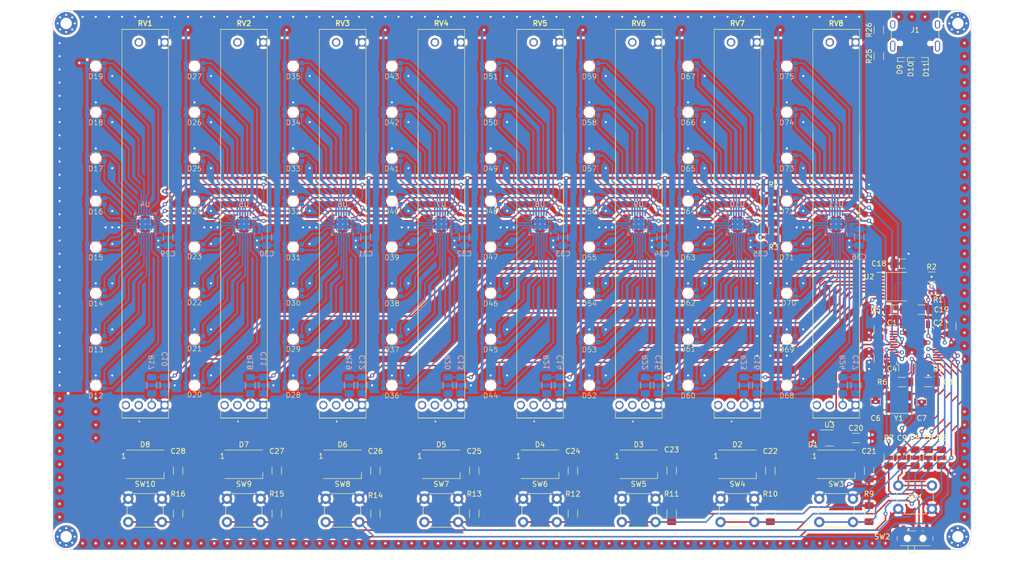
<source format=kicad_pcb>
(kicad_pcb (version 20221018) (generator pcbnew)
  (layers (0 "F.Cu" signal) (1 "In1.Cu" signal) (2 "In2.Cu" signal) (31 "B.Cu" signal) (34 "B.Paste" user) (35 "F.Paste" user) (36 "B.SilkS" user "B.Silkscreen") (37 "F.SilkS" user "F.Silkscreen") (38 "B.Mask" user) (39 "F.Mask" user) (44 "Edge.Cuts" user))
  (net 0 "")
  (net 1 "GND")
  (net 2 "+5V")
  (net 3 "/Strapping/XTAL_IN")
  (net 4 "/Strapping/NRST")
  (net 5 "/USB_DP")
  (net 6 "/USB_DN")
  (net 7 "/LED/LED1")
  (net 8 "+3V3")
  (net 9 "/LED/LED2")
  (net 10 "/LED/LED3")
  (net 11 "/LED/LED4")
  (net 12 "/LED/LED5")
  (net 13 "/LED/LED6")
  (net 14 "/LED/LED7")
  (net 15 "Net-(J1-CC1)")
  (net 17 "Net-(J1-CC2)")
  (net 20 "/I2C2_SCL")
  (net 21 "/I2C2_SDA")
  (net 22 "/Strapping/XTAL_OUT")
  (net 23 "Net-(SW2-B)")
  (net 24 "/Strapping/BOOT0")
  (net 25 "/SW6")
  (net 26 "/SW7")
  (net 27 "/SW8")
  (net 28 "/SW1")
  (net 29 "/SW2")
  (net 30 "/SW3")
  (net 31 "/SW4")
  (net 32 "/SW5")
  (net 33 "/8x Potentiometer and ADC/POT1")
  (net 34 "/8x Potentiometer and ADC/POT2")
  (net 35 "/8x Potentiometer and ADC/POT3")
  (net 36 "/8x Potentiometer and ADC/POT4")
  (net 37 "/8x Potentiometer and ADC/POT5")
  (net 38 "/8x Potentiometer and ADC/POT6")
  (net 39 "/8x Potentiometer and ADC/POT7")
  (net 40 "/8x Potentiometer and ADC/POT8")
  (net 41 "/SWDIO")
  (net 42 "/SWCLK")
  (net 43 "/LED_DIN")
  (net 44 "Net-(R17-Pad1)")
  (net 45 "Net-(R18-Pad1)")
  (net 46 "Net-(R19-Pad1)")
  (net 47 "Net-(R20-Pad1)")
  (net 72 "Net-(C6-Pad1)")
  (net 73 "Net-(C9-Pad1)")
  (net 74 "Net-(U2-REF)")
  (net 75 "Net-(D1-DIN)")
  (net 77 "Net-(R21-Pad1)")
  (net 78 "Net-(R22-Pad1)")
  (net 97 "/RGB CONTROL/RBG_LEDS1/G1")
  (net 98 "/RGB CONTROL/RBG_LEDS1/R1")
  (net 99 "/RGB CONTROL/RBG_LEDS1/G2")
  (net 100 "/RGB CONTROL/RBG_LEDS1/R2")
  (net 101 "/RGB CONTROL/RBG_LEDS1/G3")
  (net 102 "/RGB CONTROL/RBG_LEDS1/R3")
  (net 103 "/RGB CONTROL/RBG_LEDS1/G4")
  (net 104 "/RGB CONTROL/RBG_LEDS1/R4")
  (net 105 "/RGB CONTROL/RBG_LEDS1/G5")
  (net 106 "/RGB CONTROL/RBG_LEDS1/R5")
  (net 107 "/RGB CONTROL/RBG_LEDS1/G6")
  (net 108 "/RGB CONTROL/RBG_LEDS1/R6")
  (net 109 "/RGB CONTROL/RBG_LEDS1/G7")
  (net 110 "/RGB CONTROL/RBG_LEDS1/R7")
  (net 111 "/RGB CONTROL/RBG_LEDS1/G8")
  (net 112 "/RGB CONTROL/RBG_LEDS1/R8")
  (net 113 "/RGB CONTROL/RBG_LEDS2/G1")
  (net 114 "/RGB CONTROL/RBG_LEDS2/R1")
  (net 115 "/RGB CONTROL/RBG_LEDS2/G2")
  (net 116 "/RGB CONTROL/RBG_LEDS2/R2")
  (net 117 "/RGB CONTROL/RBG_LEDS2/G3")
  (net 118 "/RGB CONTROL/RBG_LEDS2/R3")
  (net 119 "/RGB CONTROL/RBG_LEDS2/G4")
  (net 120 "/RGB CONTROL/RBG_LEDS2/R4")
  (net 121 "/RGB CONTROL/RBG_LEDS2/G5")
  (net 122 "/RGB CONTROL/RBG_LEDS2/R5")
  (net 123 "/RGB CONTROL/RBG_LEDS2/G6")
  (net 124 "/RGB CONTROL/RBG_LEDS2/R6")
  (net 125 "/RGB CONTROL/RBG_LEDS2/G7")
  (net 126 "/RGB CONTROL/RBG_LEDS2/R7")
  (net 127 "/RGB CONTROL/RBG_LEDS2/G8")
  (net 128 "/RGB CONTROL/RBG_LEDS2/R8")
  (net 129 "/RGB CONTROL/RBG_LEDS3/G1")
  (net 130 "/RGB CONTROL/RBG_LEDS3/R1")
  (net 131 "/RGB CONTROL/RBG_LEDS3/G2")
  (net 132 "/RGB CONTROL/RBG_LEDS3/R2")
  (net 133 "/RGB CONTROL/RBG_LEDS3/G3")
  (net 134 "/RGB CONTROL/RBG_LEDS3/R3")
  (net 135 "/RGB CONTROL/RBG_LEDS3/G4")
  (net 136 "/RGB CONTROL/RBG_LEDS3/R4")
  (net 137 "/RGB CONTROL/RBG_LEDS3/G5")
  (net 138 "/RGB CONTROL/RBG_LEDS3/R5")
  (net 139 "/RGB CONTROL/RBG_LEDS3/G6")
  (net 140 "/RGB CONTROL/RBG_LEDS3/R6")
  (net 141 "/RGB CONTROL/RBG_LEDS3/G7")
  (net 142 "/RGB CONTROL/RBG_LEDS3/R7")
  (net 143 "/RGB CONTROL/RBG_LEDS3/G8")
  (net 144 "/RGB CONTROL/RBG_LEDS3/R8")
  (net 145 "/RGB CONTROL/RBG_LEDS4/G1")
  (net 146 "/RGB CONTROL/RBG_LEDS4/R1")
  (net 147 "/RGB CONTROL/RBG_LEDS4/G2")
  (net 148 "/RGB CONTROL/RBG_LEDS4/R2")
  (net 149 "/RGB CONTROL/RBG_LEDS4/G3")
  (net 150 "/RGB CONTROL/RBG_LEDS4/R3")
  (net 151 "/RGB CONTROL/RBG_LEDS4/G4")
  (net 152 "/RGB CONTROL/RBG_LEDS4/R4")
  (net 153 "/RGB CONTROL/RBG_LEDS4/G5")
  (net 154 "/RGB CONTROL/RBG_LEDS4/R5")
  (net 155 "/RGB CONTROL/RBG_LEDS4/G6")
  (net 156 "/RGB CONTROL/RBG_LEDS4/R6")
  (net 157 "/RGB CONTROL/RBG_LEDS4/G7")
  (net 158 "/RGB CONTROL/RBG_LEDS4/R7")
  (net 159 "/RGB CONTROL/RBG_LEDS4/G8")
  (net 160 "/RGB CONTROL/RBG_LEDS4/R8")
  (net 161 "/RGB CONTROL/RBG_LEDS7/G1")
  (net 162 "/RGB CONTROL/RBG_LEDS7/R1")
  (net 163 "/RGB CONTROL/RBG_LEDS7/G2")
  (net 164 "/RGB CONTROL/RBG_LEDS7/R2")
  (net 165 "/RGB CONTROL/RBG_LEDS7/G3")
  (net 166 "/RGB CONTROL/RBG_LEDS7/R3")
  (net 167 "/RGB CONTROL/RBG_LEDS7/G4")
  (net 168 "/RGB CONTROL/RBG_LEDS7/R4")
  (net 169 "/RGB CONTROL/RBG_LEDS7/G5")
  (net 170 "/RGB CONTROL/RBG_LEDS7/R5")
  (net 171 "/RGB CONTROL/RBG_LEDS7/G6")
  (net 172 "/RGB CONTROL/RBG_LEDS7/R6")
  (net 173 "/RGB CONTROL/RBG_LEDS7/G7")
  (net 174 "/RGB CONTROL/RBG_LEDS7/R7")
  (net 175 "/RGB CONTROL/RBG_LEDS7/G8")
  (net 176 "/RGB CONTROL/RBG_LEDS7/R8")
  (net 177 "/RGB CONTROL/RBG_LEDS5/G1")
  (net 178 "/RGB CONTROL/RBG_LEDS5/R1")
  (net 179 "/RGB CONTROL/RBG_LEDS5/G2")
  (net 180 "/RGB CONTROL/RBG_LEDS5/R2")
  (net 181 "/RGB CONTROL/RBG_LEDS5/G3")
  (net 182 "/RGB CONTROL/RBG_LEDS5/R3")
  (net 183 "/RGB CONTROL/RBG_LEDS5/G4")
  (net 184 "/RGB CONTROL/RBG_LEDS5/R4")
  (net 185 "/RGB CONTROL/RBG_LEDS5/G5")
  (net 186 "/RGB CONTROL/RBG_LEDS5/R5")
  (net 187 "/RGB CONTROL/RBG_LEDS5/G6")
  (net 188 "/RGB CONTROL/RBG_LEDS5/R6")
  (net 189 "/RGB CONTROL/RBG_LEDS5/G7")
  (net 190 "/RGB CONTROL/RBG_LEDS5/R7")
  (net 191 "/RGB CONTROL/RBG_LEDS5/G8")
  (net 192 "/RGB CONTROL/RBG_LEDS5/R8")
  (net 193 "/RGB CONTROL/RBG_LEDS6/G1")
  (net 194 "/RGB CONTROL/RBG_LEDS6/R1")
  (net 195 "/RGB CONTROL/RBG_LEDS6/G2")
  (net 196 "/RGB CONTROL/RBG_LEDS6/R2")
  (net 197 "/RGB CONTROL/RBG_LEDS6/G3")
  (net 198 "/RGB CONTROL/RBG_LEDS6/R3")
  (net 199 "/RGB CONTROL/RBG_LEDS6/G4")
  (net 200 "/RGB CONTROL/RBG_LEDS6/R4")
  (net 201 "/RGB CONTROL/RBG_LEDS6/G5")
  (net 202 "/RGB CONTROL/RBG_LEDS6/R5")
  (net 203 "/RGB CONTROL/RBG_LEDS6/G6")
  (net 204 "/RGB CONTROL/RBG_LEDS6/R6")
  (net 205 "/RGB CONTROL/RBG_LEDS6/G7")
  (net 206 "/RGB CONTROL/RBG_LEDS6/R7")
  (net 207 "/RGB CONTROL/RBG_LEDS6/G8")
  (net 208 "/RGB CONTROL/RBG_LEDS6/R8")
  (net 209 "/RGB CONTROL/RBG_LEDS8/G1")
  (net 210 "/RGB CONTROL/RBG_LEDS8/R1")
  (net 211 "/RGB CONTROL/RBG_LEDS8/G2")
  (net 212 "/RGB CONTROL/RBG_LEDS8/R2")
  (net 213 "/RGB CONTROL/RBG_LEDS8/G3")
  (net 214 "/RGB CONTROL/RBG_LEDS8/R3")
  (net 215 "/RGB CONTROL/RBG_LEDS8/G4")
  (net 216 "/RGB CONTROL/RBG_LEDS8/R4")
  (net 217 "/RGB CONTROL/RBG_LEDS8/G5")
  (net 218 "/RGB CONTROL/RBG_LEDS8/R5")
  (net 219 "/RGB CONTROL/RBG_LEDS8/G6")
  (net 220 "/RGB CONTROL/RBG_LEDS8/R6")
  (net 221 "/RGB CONTROL/RBG_LEDS8/G7")
  (net 222 "/RGB CONTROL/RBG_LEDS8/R7")
  (net 223 "/RGB CONTROL/RBG_LEDS8/G8")
  (net 224 "/RGB CONTROL/RBG_LEDS8/R8")
  (net 225 "/I2C1_SCL")
  (net 226 "/I2C1_SDA")
  (net 227 "Net-(R23-Pad1)")
  (net 228 "Net-(R24-Pad1)")
  (net 229 "/CTRL_NRST")
  (footprint "Poti:RS60112A600N" (layer "F.Cu") (at 198.12 123.444 90)
    (fp_text reference "RV8")
    (fp_text value "10k")
  )
  (footprint "Capacitor_SMD:C_1206_3216Metric_Pad1.33x1.80mm_HandSolder" (layer "F.Cu") (at 109.22 136.144 -90)
    (fp_text reference "C26")
    (fp_text value "100n")
  )
  (footprint "Capacitor_SMD:C_1206_3216Metric_Pad1.33x1.80mm_HandSolder" (layer "F.Cu") (at 166.37 136.144 -90)
    (fp_text reference "C23")
    (fp_text value "100n")
  )
  (footprint "Capacitor_SMD:C_1206_3216Metric_Pad1.33x1.80mm_HandSolder" (layer "F.Cu") (at 214.63 122.809 -90)
    (fp_text reference "C7")
    (fp_text value "Dim")
  )
  (footprint "Capacitor_SMD:C_1206_3216Metric_Pad1.33x1.80mm_HandSolder" (layer "F.Cu") (at 204.47 136.144 -90)
    (fp_text reference "C21")
    (fp_text value "100n")
  )
  (footprint "LED_SMD:Wuerth_WL-SBRW" (layer "F.Cu") (at 188.595 101.854 180)
    (fp_text reference "D70")
    (fp_text value "~")
  )
  (footprint "LED_SMD:Wuerth_WL-SBRW" (layer "F.Cu") (at 150.495 84.074 180)
    (fp_text reference "D56")
    (fp_text value "~")
  )
  (footprint "LED_SMD:Wuerth_WL-SBRW" (layer "F.Cu") (at 55.245 66.929 180)
    (fp_text reference "D18")
    (fp_text value "~")
  )
  (footprint "Poti:RS60112A600N" (layer "F.Cu") (at 179.07 123.444 90)
    (fp_text reference "RV7")
    (fp_text value "10k")
  )
  (footprint "Button_Switch_THT:SW_PUSH_6mm" (layer "F.Cu") (at 99.62 141.514)
    (fp_text reference "SW8")
    (fp_text value "SW_Panasonic_EVQPUC")
  )
  (footprint "Capacitor_SMD:C_1206_3216Metric_Pad1.33x1.80mm_HandSolder" (layer "F.Cu") (at 205.74 122.809 90)
    (fp_text reference "C6")
    (fp_text value "Dim")
  )
  (footprint "Resistor_SMD:R_1206_3216Metric_Pad1.30x1.75mm_HandSolder" (layer "F.Cu") (at 166.37 144.399 90)
    (fp_text reference "R11")
    (fp_text value "10k")
  )
  (footprint "LED_SMD:Wuerth_WL-SBRW" (layer "F.Cu") (at 112.395 110.744 180)
    (fp_text reference "D37")
    (fp_text value "~")
  )
  (footprint "LED_SMD:Wuerth_WL-SBRW" (layer "F.Cu") (at 169.545 101.854 180)
    (fp_text reference "D62")
    (fp_text value "~")
  )
  (footprint "LED_SMD:Wuerth_WL-SBRW" (layer "F.Cu") (at 150.495 66.929 180)
    (fp_text reference "D58")
    (fp_text value "~")
  )
  (footprint "LED_SMD:Wuerth_WL-SBRW" (layer "F.Cu") (at 112.395 66.929 180)
    (fp_text reference "D42")
    (fp_text value "~")
  )
  (footprint "LED_SMD:Wuerth_WL-SBRW" (layer "F.Cu") (at 93.345 58.039 180)
    (fp_text reference "D35")
    (fp_text value "~")
  )
  (footprint "LED_SMD:Wuerth_WL-SBRW" (layer "F.Cu") (at 131.445 92.964 180)
    (fp_text reference "D47")
    (fp_text value "~")
  )
  (footprint "Poti:RS60112A600N" (layer "F.Cu") (at 160.02 123.444 90)
    (fp_text reference "RV6")
    (fp_text value "10k")
  )
  (footprint "LED_SMD:Wuerth_WL-SBRW" (layer "F.Cu") (at 150.495 92.964 180)
    (fp_text reference "D55")
    (fp_text value "~")
  )
  (footprint "Resistor_SMD:R_1206_3216Metric_Pad1.30x1.75mm_HandSolder" (layer "F.Cu") (at 204.47 144.399 90)
    (fp_text reference "R9")
    (fp_text value "10k")
  )
  (footprint "Capacitor_SMD:C_1206_3216Metric_Pad1.33x1.80mm_HandSolder" (layer "F.Cu") (at 220.345 108.204 -90)
    (fp_text reference "C2")
    (fp_text value "100n")
  )
  (footprint "LED_SMD:Wuerth_WL-SBRW" (layer "F.Cu") (at 131.445 119.634 180)
    (fp_text reference "D44")
    (fp_text value "~")
  )
  (footprint "Capacitor_SMD:C_1206_3216Metric_Pad1.33x1.80mm_HandSolder" (layer "F.Cu") (at 201.93 129.794)
    (fp_text reference "C20")
    (fp_text value "100n")
  )
  (footprint "LED_SMD:Wuerth_WL-SBRW" (layer "F.Cu") (at 93.345 66.929 180)
    (fp_text reference "D34")
    (fp_text value "~")
  )
  (footprint "Capacitor_SMD:C_1206_3216Metric_Pad1.33x1.80mm_HandSolder" (layer "F.Cu") (at 206.375 114.554 90)
    (fp_text reference "C4")
    (fp_text value "100n")
  )
  (footprint "Button_Switch_THT:SW_PUSH_6mm" (layer "F.Cu") (at 216.61 143.474 180)
    (fp_text reference "SW1")
    (fp_text value "SW_Panasonic_EVQPUC")
  )
  (footprint "Button_Switch_THT:SW_PUSH_6mm" (layer "F.Cu") (at 80.57 141.514)
    (fp_text reference "SW9")
    (fp_text value "SW_Panasonic_EVQPUC")
  )
  (footprint "LED_SMD:Wuerth_WL-SBRW" (layer "F.Cu") (at 112.395 92.964 180)
    (fp_text reference "D39")
    (fp_text value "~")
  )
  (footprint "Capacitor_SMD:C_1206_3216Metric_Pad1.33x1.80mm_HandSolder" (layer "F.Cu") (at 185.42 136.144 -90)
    (fp_text reference "C22")
    (fp_text value "100n")
  )
  (footprint "Resistor_SMD:R_1206_3216Metric_Pad1.30x1.75mm_HandSolder" (layer "F.Cu") (at 213.36 133.604 -90)
    (fp_text reference "R8")
    (fp_text value "10R")
  )
  (footprint "Capacitor_SMD:C_1206_3216Metric_Pad1.33x1.80mm_HandSolder" (layer "F.Cu") (at 209.55 105.029)
    (fp_text reference "C5")
    (fp_text value "100n")
  )
  (footprint "LED_SMD:LED_WS2812B_PLCC4_5.0x5.0mm_P3.2mm" (layer "F.Cu") (at 179.07 134.874)
    (fp_text reference "D2")
    (fp_text value "WS2812B")
  )
  (footprint "Resistor_SMD:R_1206_3216Metric_Pad1.30x1.75mm_HandSolder" (layer "F.Cu") (at 208.28 133.604 90)
    (fp_text reference "R7")
    (fp_text value "10R")
  )
  (footprint "LED_SMD:Wuerth_WL-SBRW" (layer "F.Cu") (at 74.295 84.074 180)
    (fp_text reference "D24")
    (fp_text value "~")
  )
  (footprint "Button_Switch_THT:SW_PUSH_6mm" (layer "F.Cu") (at 175.82 141.514)
    (fp_text reference "SW4")
    (fp_text value "SW_Panasonic_EVQPUC")
  )
  (footprint "Resistor_SMD:R_1206_3216Metric_Pad1.30x1.75mm_HandSolder" (layer "F.Cu") (at 218.44 133.604 90)
    (fp_text reference "R5")
    (fp_text value "10k")
  )
  (footprint "LED_SMD:Wuerth_WL-SBRW" (layer "F.Cu") (at 169.545 75.819 180)
    (fp_text reference "D65")
    (fp_text value "~")
  )
  (footprint "Diode_SMD:D_SOD-923" (layer "F.Cu") (at 215.05 56.769 180)
    (fp_text reference "D11")
    (fp_text value "ESD9B5.0ST5G")
  )
  (footprint "Capacitor_SMD:C_1206_3216Metric_Pad1.33x1.80mm_HandSolder" (layer "F.Cu") (at 147.32 136.144 -90)
    (fp_text reference "C24")
    (fp_text value "100n")
  )
  (footprint "Capacitor_SMD:C_1206_3216Metric_Pad1.33x1.80mm_HandSolder" (layer "F.Cu") (at 90.17 136.144 -90)
    (fp_text reference "C27")
    (fp_text value "100n")
  )
  (footprint "Resistor_SMD:R_1206_3216Metric_Pad1.30x1.75mm_HandSolder" (layer "F.Cu") (at 90.17 144.399 90)
    (fp_text reference "R15")
    (fp_text value "10k")
  )
  (footprint "Capacitor_SMD:C_1206_3216Metric_Pad1.33x1.80mm_HandSolder" (layer "F.Cu") (at 215.9 118.999 180)
    (fp_text reference "C3")
    (fp_text value "100n")
  )
  (footprint "Poti:RS60112A600N" (layer "F.Cu") (at 140.97 123.444 90)
    (fp_text reference "RV5")
    (fp_text value "10k")
  )
  (footprint "LED_SMD:Wuerth_WL-SBRW" (layer "F.Cu") (at 131.445 84.074 180)
    (fp_text reference "D48")
    (fp_text value "~")
  )
  (footprint "Button_Switch_THT:SW_PUSH_6mm" (layer "F.Cu") (at 61.52 141.514)
    (fp_text reference "SW10")
    (fp_text value "SW_Panasonic_EVQPUC")
  )
  (footprint "Resistor_SMD:R_1206_3216Metric_Pad1.30x1.75mm_HandSolder" (layer "F.Cu") (at 206.375 56.134 -90)
    (fp_text reference "R25")
    (fp_text value "1k")
  )
  (footprint "MountingHole:MountingHole_2.2mm_M2_Pad_Via" (layer "F.Cu") (at 49.53 49.784)
    (fp_text reference "REF**" hide)
    (fp_text value "MountingHole_2.2mm_M2_Pad_Via")
  )
  (footprint "Capacitor_SMD:C_1206_3216Metric_Pad1.33x1.80mm_HandSolder" (layer "F.Cu") (at 210.82 96.139 180)
    (fp_text reference "C18")
    (fp_text value "2u2")
  )
  (footprint "Capacitor_SMD:C_1206_3216Metric_Pad1.33x1.80mm_HandSolder" (layer "F.Cu") (at 206.375 108.839 -90)
    (fp_text reference "C1")
    (fp_text value "2u2")
  )
  (footprint "LED_SMD:Wuerth_WL-SBRW" (layer "F.Cu") (at 131.445 110.744 180)
    (fp_text reference "D45")
    (fp_text value "~")
  )
  (footprint "LED_SMD:Wuerth_WL-SBRW" (layer "F.Cu") (at 131.445 66.929 180)
    (fp_text reference "D50")
    (fp_text value "~")
  )
  (footprint "Resistor_SMD:R_1206_3216Metric_Pad1.30x1.75mm_HandSolder" (layer "F.Cu") (at 109.22 144.399 90)
    (fp_text reference "R14")
    (fp_text value "10k")
  )
  (footprint "LED_SMD:Wuerth_WL-SBRW" (layer "F.Cu") (at 150.495 119.634 180)
    (fp_text reference "D52")
    (fp_text value "~")
  )
  (footprint "LED_SMD:Wuerth_WL-SBRW" (layer "F.Cu") (at 55.245 119.634 180)
    (fp_text reference "D12")
    (fp_text value "~")
  )
  (footprint "LED_SMD:Wuerth_WL-SBRW" (layer "F.Cu") (at 169.545 84.074 180)
    (fp_text reference "D64")
    (fp_text value "~")
  )
  (footprint "LED_SMD:Wuerth_WL-SBRW" (layer "F.Cu") (at 131.445 75.819 180)
    (fp_text reference "D49")
    (fp_text value "~")
  )
  (footprint "LED_SMD:LED_WS2812B_PLCC4_5.0x5.0mm_P3.2mm" (layer "F.Cu") (at 83.82 134.874)
    (fp_text reference "D7")
    (fp_text value "WS2812B")
  )
  (footprint "LED_SMD:Wuerth_WL-SBRW" (layer "F.Cu") (at 112.395 119.634 180)
    (fp_text reference "D36")
    (fp_text value "~")
  )
  (footprint "MountingHole:MountingHole_2.2mm_M2_Pad_Via" (layer "F.Cu") (at 221.615 148.844)
    (fp_text reference "REF**" hide)
    (fp_text value "MountingHole_2.2mm_M2_Pad_Via")
  )
  (footprint "Resistor_SMD:R_1206_3216Metric_Pad1.30x1.75mm_HandSolder" (layer "F.Cu") (at 147.32 144.399 90)
    (fp_text reference "R12")
    (fp_text value "10k")
  )
  (footprint "Resistor_SMD:R_1206_3216Metric_Pad1.30x1.75mm_HandSolder" (layer "F.Cu") (at 186.055 89.789 90)
    (fp_text reference "R3")
    (fp_text value "3k3")
  )
  (footprint "LED_SMD:Wuerth_WL-SBRW" (layer "F.Cu") (at 150.495 75.819 180)
    (fp_text reference "D57")
    (fp_text value "~")
  )
  (footprint "LED_SMD:LED_WS2812B_PLCC4_5.0x5.0mm_P3.2mm" (layer "F.Cu") (at 140.97 134.874)
    (fp_text reference "D4")
    (fp_text value "WS2812B")
  )
  (footprint "Crystal:Crystal_SMD_TXC_7M-4Pin_3.2x2.5mm_HandSoldering" (layer "F.Cu") (at 210.185 122.809)
    (fp_text reference "Y1")
    (fp_text value "Dim")
  )
  (footprint "LED_SMD:LED_WS2812B_PLCC4_5.0x5.0mm_P3.2mm" (layer "F.Cu") (at 121.92 134.874)
    (fp_text reference "D5")
    (fp_text value "WS2812B")
  )
  (footprint "Button_Switch_THT:SW_PUSH_6mm" (layer "F.Cu") (at 137.72 141.514)
    (fp_text reference "SW6")
    (fp_text value "SW_Panasonic_EVQPUC")
  )
  (footprint "LED_SMD:Wuerth_WL-SBRW" (layer "F.Cu") (at 74.295 75.819 180)
    (fp_text reference "D25")
    (fp_text value "~")
  )
  (footprint "Poti:RS60112A600N" (layer "F.Cu") (at 121.92 123.444 90)
    (fp_text reference "RV4")
    (fp_text value "10k")
  )
  (footprint "LED_SMD:Wuerth_WL-SBRW" (layer "F.Cu") (at 112.395 101.854 180)
    (fp_text reference "D38")
    (fp_text value "~")
  )
  (footprint "LED_SMD:Wuerth_WL-SBRW" (layer "F.Cu") (at 74.295 92.964 180)
    (fp_text reference "D23")
    (fp_text value "~")
  )
  (footprint "LED_SMD:Wuerth_WL-SBRW" (layer "F.Cu") (at 55.245 110.744 180)
    (fp_text reference "D13")
    (fp_text value "~")
  )
  (footprint "LED_SMD:Wuerth_WL-SBRW" (layer "F.Cu") (at 93.345 101.854 180)
    (fp_text reference "D30")
    (fp_text value "~")
  )
  (footprint "Capacitor_SMD:C_1206_3216Metric_Pad1.33x1.80mm_HandSolder" (layer "F.Cu") (at 128.27 136.144 -90)
    (fp_text reference "C25")
    (fp_text value "100n")
  )
  (footprint "LED_SMD:Wuerth_WL-SBRW" (layer "F.Cu") (at 112.395 75.819 180)
    (fp_text reference "D41")
    (fp_text value "~")
  )
  (footprint "Package_TO_SOT_SMD:SOT-23-5" (layer "F.Cu") (at 196.85 129.794)
    (fp_text reference "U3")
    (fp_text value "74AHC1G125")
  )
  (footprint "Resistor_SMD:R_1206_3216Metric_Pad1.30x1.75mm_HandSolder" (layer "F.Cu") (at 71.12 144.399 90)
    (fp_text reference "R16")
    (fp_text value "10k")
  )
  (footprint "Resistor_SMD:R_1206_3216Metric_Pad1.30x1.75mm_HandSolder" (layer "F.Cu") (at 216.535 98.679 180)
    (fp_text reference "R2")
    (fp_text value "3k3")
  )
  (footprint "Button_Switch_THT:SW_PUSH_6mm" (layer "F.Cu") (at 156.77 141.514)
    (fp_text reference "SW5")
    (fp_text value "SW_Panasonic_EVQPUC")
  )
  (footprint "Capacitor_SMD:C_1206_3216Metric_Pad1.33x1.80mm_HandSolder" (layer "F.Cu") (at 210.82 133.604 90)
    (fp_text reference "C9")
    (fp_text value "100n")
  )
  (footprint "LED_SMD:LED_WS2812B_PLCC4_5.0x5.0mm_P3.2mm" (layer "F.Cu") (at 160.02 134.874)
    (fp_text reference "D3")
    (fp_text value "WS2812B")
  )
  (footprint "LED_SMD:Wuerth_WL-SBRW" (layer "F.Cu") (at 74.295 110.744 180)
    (fp_text reference "D21")
    (fp_text value "~")
  )
  (footprint "LED_SMD:Wuerth_WL-SBRW" (layer "F.Cu") (at 150.495 58.039 180)
    (fp_text reference "D59")
    (fp_text value "~")
  )
  (footprint "Resistor_SMD:R_1206_3216Metric_Pad1.30x1.75mm_HandSolder" (layer "F.Cu") (at 206.375 51.054 90)
    (fp_text reference "R26")
    (fp_text value "1k")
  )
  (footprint "LED_SMD:Wuerth_WL-SBRW" (layer "F.Cu") (at 74.295 101.854 180)
    (fp_text reference "D22")
    (fp_text value "~")
  )
  (footprint "Capacitor_SMD:C_1206_3216Metric_Pad1.33x1.80mm_HandSolder" (layer "F.Cu") (at 214.63 105.029 180)
    (fp_text reference "C19")
    (fp_text value "100n")
  )
  (footprint "LED_SMD:Wuerth_WL-SBRW" (layer "F.Cu") (at 55.245 84.074 180)
    (fp_text reference "D16")
    (fp_text value "~")
  )
  (footprint "Resistor_SMD:R_1206_3216Metric_Pad1.30x1.75mm_HandSolder" (layer "F.Cu") (at 186.055 84.074 -90)
    (fp_text reference "R4")
    (fp_text value "3k3")
  )
  (footprint "LED_SMD:LED_WS2812B_PLCC4_5.0x5.0mm_P3.2mm" (layer "F.Cu") (at 64.77 134.874)
    (fp_text reference "D8")
    (fp_text value "WS2812B")
  )
  (footprint "LED_SMD:Wuerth_WL-SBRW" (layer "F.Cu") (at 188.595 75.819 180)
    (fp_text reference "D73")
    (fp_text value "~")
  )
  (footprint "MountingHole:MountingHole_2.2mm_M2_Pad_Via" (layer "F.Cu") (at 221.615 49.784)
    (fp_text reference "REF**" hide)
    (fp_text value "MountingHole_2.2mm_M2_Pad_Via")
  )
  (footprint "LED_SMD:LED_WS2812B_PLCC4_5.0x5.0mm_P3.2mm" (layer "F.Cu") (at 102.87 134.874)
    (fp_text reference "D6")
    (fp_text value "WS2812B")
  )
  (footprint "Resistor_SMD:R_1206_3216Metric_Pad1.30x1.75mm_HandSolder" (layer "F.Cu") (at 210.82 118.999)
    (fp_text reference "R6")
    (fp_text value "Dim")
  )
  (footprint "Button_Switch_SMD:SW_SPDT_PCM12" (layer "F.Cu") (at 213.36 148.844)
    (fp_text reference "SW2")
    (fp_text value "SW_SPDT")
  )
  (footprint "LED_SMD:Wuerth_WL-SBRW" (layer "F.Cu") (at 188.595 92.964 180)
    (fp_text reference "D71")
    (fp_text value "~")
  )
  (footprint "LED_SMD:Wuerth_WL-SBRW" (layer "F.Cu") (at 55.245 75.819 180)
    (fp_text reference "D17")
    (fp_text value "~")
  )
  (footprint "Diode_SMD:D_SOD-923" (layer "F.Cu") (at 212.725 56.769)
    (fp_text reference "D10")
    (fp_text value "ESD9B5.0ST5G")
  )
  (footprint "Package_SO:TSSOP-16_4.4x5mm_P0.65mm" (layer "F.Cu") (at 209.55 100.584)
    (fp_text reference "U2")
    (fp_text value "ADS7828")
  )
  (footprint "Capacitor_SMD:C_1206_3216Metric_Pad1.33x1.80mm_HandSolder" (layer "F.Cu") (at 215.9 133.604 -90)
    (fp_text reference "C8")
    (fp_text value "2u2")
  )
  (footprint "LED_SMD:Wuerth_WL-SBRW" (layer "F.Cu") (at 74.295 119.634 180)
    (fp_text reference "D20")
    (fp_text value "~")
  )
  (footprint "LED_SMD:Wuerth_WL-SBRW" (layer "F.Cu") (at 55.245 101.854 180)
    (fp_text reference "D14")
    (fp_text value "~")
  )
  (footprint "LED_SMD:Wuerth_WL-SBRW" (layer "F.Cu") (at 131.445 58.039 180)
    (fp_text reference "D51")
    (fp_text value "~")
  )
  (footprint "Diode_SMD:D_SOD-923" (layer "F.Cu") (at 210.82 56.769)
    (fp_text reference "D9")
    (fp_text value "ESD9B5.0ST5G")
  )
  (footprint "LED_SMD:Wuerth_WL-SBRW" (layer "F.Cu") (at 74.295 66.929 180)
    (fp_text reference "D26")
    (fp_text value "~")
  )
  (footprint "MountingHole:MountingHole_2.2mm_M2_Pad_Via" (layer "F.Cu") (at 49.53 148.844)
    (fp_text reference "REF**" hide)
    (fp_text value "MountingHole_2.2mm_M2_Pad_Via")
  )
  (footprint "LED_SMD:Wuerth_WL-SBRW" (layer "F.Cu") (at 169.545 92.964 180)
    (fp_text reference "D63")
    (fp_text value "~")
  )
  (footprint "LED_SMD:Wuerth_WL-SBRW" (layer "F.Cu") (at 169.545 119.634 180)
    (fp_text reference "D60")
    (fp_text value "~")
  )
  (footprint "Resistor_SMD:R_1206_3216Metric_Pad1.30x1.75mm_HandSolder" (layer "F.Cu") (at 185.42 144.399 90)
    (fp_text reference "R10")
    (fp_text value "10k")
  )
  (footprint "LED_SMD:Wuerth_WL-SBRW" (layer "F.Cu") (at 188.595 66.929 180)
    (fp_text reference "D74")
    (fp_text value "~")
  )
  (footprint "LED_SMD:Wuerth_WL-SBRW" (layer "F.Cu") (at 150.495 110.744 180)
    (fp_text reference "D53")
    (fp_text value "~")
  )
  (footprint "LED_SMD:Wuerth_WL-SBRW" (layer "F.Cu") (at 93.345 110.744 180)
    (fp_text reference "D29")
    (fp_text value "~")
  )
  (footprint "LED_SMD:Wuerth_WL-SBRW" (layer "F.Cu") (at 169.545 110.744 180)
    (fp_text reference "D61")
    (fp_text value "~")
  )
  (footprint "LED_SMD:Wuerth_WL-SBRW" (layer "F.Cu") (at 93.345 119.634 180)
    (fp_text reference "D28")
    (fp_text value "~")
  )
  (footprint "LED_SMD:Wuerth_WL-SBRW" (layer "F.Cu") (at 169.545 66.929 180)
    (fp_text reference "D66")
    (fp_text value "~")
  )
  (footprint "Connector_USB:USB_C_Receptacle_XKB_U262-16XN-4BVC11" (layer "F.Cu") (at 213.36 51.054 180)
    (fp_text reference "J1")
    (fp_text value "USB_C_Receptacle_USB2.0")
  )
  (footprint "LED_SMD:Wuerth_WL-SBRW" (layer "F.Cu") (at 93.345 75.819 180)
    (fp_text reference "D33")
    (fp_text value "~")
  )
  (footprint "Resistor_SMD:R_1206_3216Metric_Pad1.30x1.75mm_HandSolder" (layer "F.Cu") (at 216.535 101.219 180)
    (fp_text reference "R1")
    (fp_text value "3k3")
  )
  (footprint "Capacitor_SMD:C_1206_3216Metric_Pad1.33x1.80mm_HandSolder" (layer "F.Cu") (at 71.12 136.144 -90)
    (fp_text reference "C28")
    (fp_text value "100n")
  )
  (footprint "LED_SMD:Wuerth_WL-SBRW" (layer "F.Cu") (at 93.345 92.964 180)
    (fp_text reference "D31")
    (fp_text value "~")
  )
  (footprint "LED_SMD:Wuerth_WL-SBRW" (layer "F.Cu") (at 150.495 101.854 180)
    (fp_text reference "D54")
    (fp_text value "~")
  )
  (footprint "LED_SMD:Wuerth_WL-SBRW" (layer "F.Cu") (at 93.345 84.074 180)
    (fp_text reference "D32")
    (fp_text value "~")
  )
  (footprint "Button_Switch_THT:SW_PUSH_6mm" (layer "F.Cu") (at 194.87 141.514)
    (fp_text reference "SW3")
    (fp_text value "SW_Panasonic_EVQPUC")
  )
  (footprint "LED_SMD:LED_WS2812B_PLCC4_5.0x5.0mm_P3.2mm" (layer "F.Cu") (at 198.12 134.874)
    (fp_text reference "D1")
    (fp_text value "WS2812B")
  )
  (footprint "LED_SMD:Wuerth_WL-SBRW" (layer "F.Cu") (at 188.595 110.744 180)
    (fp_text reference "D69")
    (fp_text value "~")
  )
  (footprint "Button_Switch_THT:SW_PUSH_6mm" (layer "F.Cu") (at 118.67 141.514)
    (fp_text reference "SW7")
    (fp_text value "SW_Panasonic_EVQPUC")
  )
  (footprint "LED_SMD:Wuerth_WL-SBRW" (layer "F.Cu") (at 112.395 58.039 180)
    (fp_text reference "D43")
    (fp_text value "~")
  )
  (footprint "Resistor_SMD:R_1206_3216Metric_Pad1.30x1.75mm_HandSolder" (layer "F.Cu") (at 128.27 144.399 90)
    (fp_text reference "R13")
    (fp_text value "10k")
  )
  (footprint "LED_SMD:Wuerth_WL-SBRW" (layer "F.Cu") (at 188.595 119.634 180)
    (fp_text reference "D68")
    (fp_text value "~")
  )
  (footprint "LED_SMD:Wuerth_WL-SBRW" (layer "F.Cu") (at 112.395 84.074 180)
    (fp_text reference "D40")
    (fp_text value "~")
  )
  (footprint "LED_SMD:Wuerth_WL-SBRW" (layer "F.Cu") (at 169.545 58.039 180)
    (fp_text reference "D67")
    (fp_text value "~")
  )
  (footprint "Poti:RS60112A600N" (layer "F.Cu") (at 64.77 123.444 90)
    (fp_text reference "RV1")
    (fp_text value "10k")
  )
  (footprint "LED_SMD:Wuerth_WL-SBRW" (layer "F.Cu") (at 55.245 58.039 180)
    (fp_text reference "D19")
    (fp_text value "~")
  )
  (footprint "LED_SMD:Wuerth_WL-SBRW" (layer "F.Cu") (at 188.595 84.074 180)
    (fp_text reference "D72")
    (fp_text value "~")
  )
  (footprint "LED_SMD:Wuerth_WL-SBRW" (layer "F.Cu") (at 131.445 101.854 180)
    (fp_text reference "D46")
    (fp_text value "~")
  )
  (footprint "LED_SMD:Wuerth_WL-SBRW" (layer "F.Cu") (at 74.295 58.039 180)
    (fp_text reference "D27")
    (fp_text value "~")
  )
  (footprint "Poti:RS60112A600N" (layer "F.Cu") (at 102.87 123.444 90)
    (fp_text reference "RV3")
    (fp_text value "10k")
  )
  (footprint "Poti:RS60112A600N" (layer "F.Cu") (at 83.82 123.444 90)
    (fp_text reference "RV2")
    (fp_text value "10k")
  )
  (footprint "Package_QFP:LQFP-48_7x7mm_P0.5mm" (layer "F.Cu") (at 213.36 112.014 90)
    (fp_text reference "U1")
    (fp_text value "STM32F103C8Tx")
  )
  (footprint "LED_SMD:Wuerth_WL-SBRW" (layer "F.Cu") (at 55.245 92.964 180)
    (fp_text reference "D15")
    (fp_text value "~")
  )
  (footprint "LED_SMD:Wuerth_WL-SBRW" (layer "F.Cu") (at 188.595 58.039 180)
    (fp_text reference "D75")
    (fp_text value "~")
  )
  (footprint "Capacitor_SMD:C_1206_3216Metric_Pad1.33x1.80mm_HandSolder" (layer "B.Cu") (at 125.73 119.634 -90)
    (fp_text reference "C13")
    (fp_text value "56n")
  )
  (footprint "Capacitor_SMD:C_1206_3216Metric_Pad1.33x1.80mm_HandSolder" (layer "B.Cu") (at 68.58 119.634 -90)
    (fp_text reference "C10")
    (fp_text value "56n")
  )
  (footprint "Package_DFN_QFN:WQFN-24-1EP_4x4mm_P0.5mm_EP2.45x2.45mm_ThermalVias" (layer "B.Cu") (at 160.02 88.519 90)
    (fp_text reference "U9")
    (fp_text value "LP3943")
  )
  (footprint "Resistor_SMD:R_1206_3216Metric_Pad1.30x1.75mm_HandSolder" (layer "B.Cu") (at 123.19 119.634 90)
    (fp_text reference "R20")
    (fp_text value "5k6")
  )
  (footprint "Capacitor_SMD:C_1206_3216Metric_Pad1.33x1.80mm_HandSolder" (layer "B.Cu") (at 201.93 119.634 -90)
    (fp_text reference "C17")
    (fp_text value "56n")
  )
  (footprint "Capacitor_SMD:C_1206_3216Metric_Pad1.33x1.80mm_HandSolder" (layer "B.Cu") (at 202.565 91.059 -90)
    (fp_text reference "C36")
    (fp_text value "1u")
  )
  (footprint "Resistor_SMD:R_1206_3216Metric_Pad1.30x1.75mm_HandSolder" (layer "B.Cu") (at 104.14 119.634 90)
    (fp_text reference "R19")
    (fp_text value "5k6")
  )
  (footprint "Capacitor_SMD:C_1206_3216Metric_Pad1.33x1.80mm_HandSolder" (layer "B.Cu") (at 145.415 91.059 -90)
    (fp_text reference "C33")
    (fp_text value "1u")
  )
  (footprint "Capacitor_SMD:C_1206_3216Metric_Pad1.33x1.80mm_HandSolder" (layer "B.Cu") (at 87.63 119.634 -90)
    (fp_text reference "C11")
    (fp_text value "56n")
  )
  (footprint "Capacitor_SMD:C_1206_3216Metric_Pad1.33x1.80mm_HandSolder" (layer "B.Cu") (at 164.465 91.059 -90)
    (fp_text reference "C34")
    (fp_text value "1u")
  )
  (footprint "Capacitor_SMD:C_1206_3216Metric_Pad1.33x1.80mm_HandSolder" (layer "B.Cu") (at 107.315 91.059 -90)
    (fp_text reference "C31")
    (fp_text value "1u")
  )
  (footprint "Package_DFN_QFN:WQFN-24-1EP_4x4mm_P0.5mm_EP2.45x2.45mm_ThermalVias" (layer "B.Cu") (at 83.82 88.518999 90)
    (fp_text reference "U5")
    (fp_text value "LP3943")
  )
  (footprint "Package_DFN_QFN:WQFN-24-1EP_4x4mm_P0.5mm_EP2.45x2.45mm_ThermalVias" (layer "B.Cu") (at 140.97 88.519 90)
    (fp_text reference "U8")
    (fp_text value "LP3943")
  )
  (footprint "Capacitor_SMD:C_1206_3216Metric_Pad1.33x1.80mm_HandSolder" (layer "B.Cu") (at 69.215 91.059 -90)
    (fp_text reference "C29")
    (fp_text value "1u")
  )
  (footprint "Capacitor_SMD:C_1206_3216Metric_Pad1.33x1.80mm_HandSolder" (layer "B.Cu") (at 163.83 119.634 -90)
    (fp_text reference "C15")
    (fp_text value "56n")
  )
  (footprint "Package_DFN_QFN:WQFN-24-1EP_4x4mm_P0.5mm_EP2.45x2.45mm_ThermalVias" (layer "B.Cu") (at 64.795 88.519 90)
    (fp_text reference "U4")
    (fp_text value "LP3943")
  )
  (footprint "Capacitor_SMD:C_1206_3216Metric_Pad1.33x1.80mm_HandSolder" (layer "B.Cu") (at 126.365 91.059 -90)
    (fp_text reference "C32")
    (fp_text value "1u")
  )
  (footprint "Resistor_SMD:R_1206_3216Metric_Pad1.30x1.75mm_HandSolder" (layer "B.Cu") (at 142.24 119.634 90)
    (fp_text reference "R21")
    (fp_text value "5k6")
  )
  (footprint "Package_DFN_QFN:WQFN-24-1EP_4x4mm_P0.5mm_EP2.45x2.45mm_ThermalVias" (layer "B.Cu") (at 198.12 88.519 90)
    (fp_text reference "U11")
    (fp_text value "LP3943")
  )
  (footprint "Capacitor_SMD:C_1206_3216Metric_Pad1.33x1.80mm_HandSolder" (layer "B.Cu") (at 183.515 91.059 -90)
    (fp_text reference "C35")
    (fp_text value "1u")
  )
  (footprint "Resistor_SMD:R_1206_3216Metric_Pad1.30x1.75mm_HandSolder" (layer "B.Cu") (at 199.39 119.634 90)
    (fp_text reference "R24")
    (fp_text value "5k6")
  )
  (footprint "Resistor_SMD:R_1206_3216Metric_Pad1.30x1.75mm_HandSolder" (layer "B.Cu") (at 66.04 119.634 90)
    (fp_text reference "R17")
    (fp_text value "5k6")
  )
  (footprint "Capacitor_SMD:C_1206_3216Metric_Pad1.33x1.80mm_HandSolder" (layer "B.Cu") (at 182.88 119.634 -90)
    (fp_text reference "C16")
    (fp_text value "56n")
  )
  (footprint "Capacitor_SMD:C_1206_3216Metric_Pad1.33x1.80mm_HandSolder" (layer "B.Cu") (at 88.265 91.059 -90)
    (fp_text reference "C30")
    (fp_text value "1u")
  )
  (footprint "Package_DFN_QFN:WQFN-24-1EP_4x4mm_P0.5mm_EP2.45x2.45mm_ThermalVias" (layer "B.Cu") (at 121.919999 88.519 90)
    (fp_text reference "U7")
    (fp_text value "LP3943")
  )
  (footprint "Package_DFN_QFN:WQFN-24-1EP_4x4mm_P0.5mm_EP2.45x2.45mm_ThermalVias" (layer "B.Cu") (at 102.87 88.519 90)
    (fp_text reference "U6")
    (fp_text value "LP3943")
  )
  (footprint "Capacitor_SMD:C_1206_3216Metric_Pad1.33x1.80mm_HandSolder" (layer "B.Cu") (at 144.78 119.634 -90)
    (fp_text reference "C14")
    (fp_text value "56n")
  )
  (footprint "Package_DFN_QFN:WQFN-24-1EP_4x4mm_P0.5mm_EP2.45x2.45mm_ThermalVias" (layer "B.Cu") (at 179.095 88.519 90)
    (fp_text reference "U10")
    (fp_text value "LP3943")
  )
  (footprint "Capacitor_SMD:C_1206_3216Metric_Pad1.33x1.80mm_HandSolder" (layer "B.Cu") (at 106.68 119.634 -90)
    (fp_text reference "C12")
    (fp_text value "56n")
  )
  (footprint "Resistor_SMD:R_1206_3216Metric_Pad1.30x1.75mm_HandSolder" (layer "B.Cu") (at 85.06 119.634 90)
    (fp_text reference "R18")
    (fp_text value "5k6")
  )
  (footprint "Resistor_SMD:R_1206_3216Metric_Pad1.30x1.75mm_HandSolder" (layer "B.Cu") (at 180.34 119.634 90)
    (fp_text reference "R23")
    (fp_text value "5k6")
  )
  (footprint "Resistor_SMD:R_1206_3216Metric_Pad1.30x1.75mm_HandSolder" (layer "B.Cu") (at 161.29 119.634 90)
    (fp_text reference "R22")
    (fp_text value "5k6")
  )
  (gr_arc (start 49.53 151.384) (mid 47.733949 150.640051) (end 46.99 148.844) (stroke (width 0.1)) (layer "Edge.Cuts"))
  (gr_arc (start 224.155 148.844) (mid 223.411051 150.640051) (end 221.615 151.384) (stroke (width 0.1)) (layer "Edge.Cuts"))
  (gr_arc (start 46.99 49.784) (mid 47.733949 47.987949) (end 49.53 47.244) (stroke (width 0.1)) (layer "Edge.Cuts"))
  (gr_line (start 224.155 148.844) (end 224.155 49.784) (stroke (width 0.1)) (layer "Edge.Cuts"))
  (gr_line (start 49.53 151.384) (end 221.615 151.384) (stroke (width 0.1)) (layer "Edge.Cuts"))
  (gr_line (start 46.99 148.844) (end 46.99 49.784) (stroke (width 0.1)) (layer "Edge.Cuts"))
  (gr_arc (start 221.615 47.244) (mid 223.411051 47.987949) (end 224.155 49.784) (stroke (width 0.1)) (layer "Edge.Cuts"))
  (gr_line (start 49.53 47.244) (end 221.615 47.244) (stroke (width 0.1)) (layer "Edge.Cuts"))
  (segment (start 220.3425 109.764) (end 217.5225 109.764) (width 0.3) (layer "F.Cu") (net 1))
  (segment (start 214.11 118.7715) (end 214.11 116.1765) (width 0.3) (layer "F.Cu") (net 1))
  (segment (start 214.3375 118.999) (end 214.11 118.7715) (width 0.3) (layer "F.Cu") (net 1))
  (segment (start 211.635 123.959) (end 212.0475 124.3715) (width 0.5) (layer "F.Cu") (net 1))
  (segment (start 214.11 114.669) (end 212.725 113.284) (width 0.3) (layer "F.Cu") (net 1))
  (segment (start 211.11 109.184) (end 210.82 109.474) (width 0.3) (layer "F.Cu") (net 1))
  (segment (start 211.11 107.8515) (end 211.11 109.184) (width 0.3) (layer "F.Cu") (net 1))
  (segment (start 205.74 121.2465) (end 205.74 122.809) (width 1) (layer "F.Cu") (net 1))
  (segment (start 214.63 124.3715) (end 214.63 122.809) (width 1) (layer "F.Cu") (net 1))
  (segment (start 206.375 112.9915) (end 206.375 114.264) (width 0.3) (layer "F.Cu") (net 1))
  (segment (start 208.3225 121.2465) (end 205.74 121.2465) (width 0.5) (layer "F.Cu") (net 1))
  (segment (start 208.735 121.659) (end 208.3225 121.2465) (width 0.5) (layer "F.Cu") (net 1))
  (segment (start 206.375 114.264) (end 209.1975 114.264) (width 0.3) (layer "F.Cu") (net 1))
  (segment (start 211.1125 105.029) (end 211.11 105.0315) (width 0.3) (layer "F.Cu") (net 1))
  (segment (start 220.345 109.7665) (end 220.3425 109.764) (width 0.3) (layer "F.Cu") (net 1))
  (segment (start 212.0475 124.3715) (end 214.63 124.3715) (width 0.5) (layer "F.Cu") (net 1))
  (segment (start 214.11 116.1765) (end 214.11 114.669) (width 0.3) (layer "F.Cu") (net 1))
  (segment (start 211.11 105.0315) (end 211.11 107.8515) (width 0.3) (layer "F.Cu") (net 1))
  (via (at 58.42 59.944) (size 0.8) (drill 0.4) (layers "F.Cu" "B.Cu") (net 1))
  (via (at 55.245 108.839) (size 0.8) (drill 0.4) (layers "F.Cu" "B.Cu") (net 1))
  (via (at 113.665 48.514) (size 0.8) (drill 0.4) (layers "F.Cu" "B.Cu") (net 1))
  (via (at 48.26 127.254) (size 0.8) (drill 0.4) (layers "F.Cu" "B.Cu") (net 1))
  (via (at 222.885 127.254) (size 0.8) (drill 0.4) (layers "F.Cu" "B.Cu") (net 1))
  (via (at 222.885 68.834) (size 0.8) (drill 0.4) (layers "F.Cu" "B.Cu") (net 1))
  (via (at 96.52 89.154) (size 0.8) (drill 0.4) (layers "F.Cu" "B.Cu") (net 1))
  (via (at 48.26 106.934) (size 0.8) (drill 0.4) (layers "F.Cu" "B.Cu") (net 1))
  (via (at 115.57 99.949) (size 0.8) (drill 0.4) (layers "F.Cu" "B.Cu") (net 1))
  (via (at 204.47 110.744) (size 0.8) (drill 0.4) (layers "F.Cu" "B.Cu") (net 1))
  (via (at 48.26 61.214) (size 0.8) (drill 0.4) (layers "F.Cu" "B.Cu") (net 1))
  (via (at 93.345 65.024) (size 0.8) (drill 0.4) (layers "F.Cu" "B.Cu") (net 1))
  (via (at 83.185 150.114) (size 0.8) (drill 0.4) (layers "F.Cu" "B.Cu") (net 1))
  (via (at 93.345 73.914) (size 0.8) (drill 0.4) (layers "F.Cu" "B.Cu") (net 1))
  (via (at 194.945 48.514) (size 0.8) (drill 0.4) (layers "F.Cu" "B.Cu") (net 1))
  (via (at 197.485 48.514) (size 0.8) (drill 0.4) (layers "F.Cu" "B.Cu") (net 1))
  (via (at 112.395 82.169) (size 0.8) (drill 0.4) (layers "F.Cu" "B.Cu") (net 1))
  (via (at 48.26 124.714) (size 0.8) (drill 0.4) (layers "F.Cu" "B.Cu") (net 1))
  (via (at 134.62 108.839) (size 0.8) (drill 0.4) (layers "F.Cu" "B.Cu") (net 1))
  (via (at 188.595 73.914) (size 0.8) (drill 0.4) (layers "F.Cu" "B.Cu") (net 1))
  (via (at 89.535 119.634) (size 0.8) (drill 0.4) (layers "F.Cu" "B.Cu") (net 1))
  (via (at 187.325 48.514) (size 0.8) (drill 0.4) (layers "F.Cu" "B.Cu") (net 1))
  (via (at 48.26 104.394) (size 0.8) (drill 0.4) (layers "F.Cu" "B.Cu") (net 1))
  (via (at 150.495 65.024) (size 0.8) (drill 0.4) (layers "F.Cu" "B.Cu") (net 1))
  (via (at 55.245 117.729) (size 0.8) (drill 0.4) (layers "F.Cu" "B.Cu") (net 1))
  (via (at 74.295 108.839) (size 0.8) (drill 0.4) (layers "F.Cu" "B.Cu") (net 1))
  (via (at 121.285 150.114) (size 0.8) (drill 0.4) (layers "F.Cu" "B.Cu") (net 1))
  (via (at 222.885 53.594) (size 0.8) (drill 0.4) (layers "F.Cu" "B.Cu") (net 1))
  (via (at 204.47 84.074) (size 0.8) (drill 0.4) (layers "F.Cu" "B.Cu") (net 1))
  (via (at 177.165 150.114) (size 0.8) (drill 0.4) (layers "F.Cu" "B.Cu") (net 1))
  (via (at 48.26 89.154) (size 0.8) (drill 0.4) (layers "F.Cu" "B.Cu") (net 1))
  (via (at 108.585 48.514) (size 0.8) (drill 0.4) (layers "F.Cu" "B.Cu") (net 1))
  (via (at 80.645 48.514) (size 0.8) (drill 0.4) (layers "F.Cu" "B.Cu") (net 1))
  (via (at 173.99 89.154) (size 0.8) (drill 0.4) (layers "F.Cu" "B.Cu") (net 1))
  (via (at 191.77 68.834) (size 0.8) (drill 0.4) (layers "F.Cu" "B.Cu") (net 1))
  (via (at 80.645 150.114) (size 0.8) (drill 0.4) (layers "F.Cu" "B.Cu") (net 1))
  (via (at 78.105 48.514) (size 0.8) (drill 0.4) (layers "F.Cu" "B.Cu") (net 1))
  (via (at 114.3 89.154) (size 0.8) (drill 0.4) (layers "F.Cu" "B.Cu") (net 1))
  (via (at 222.885 89.154) (size 0.8) (drill 0.4) (layers "F.Cu" "B.Cu") (net 1))
  (via (at 131.445 73.914) (size 0.8) (drill 0.4) (layers "F.Cu" "B.Cu") (net 1))
  (via (at 134.62 59.944) (size 0.8) (drill 0.4) (layers "F.Cu" "B.Cu") (net 1))
  (via (at 134.62 85.979) (size 0.8) (drill 0.4) (layers "F.Cu" "B.Cu") (net 1))
  (via (at 188.595 99.949) (size 0.8) (drill 0.4) (layers "F.Cu" "B.Cu") (net 1))
  (via (at 127.635 119.634) (size 0.8) (drill 0.4) (layers "F.Cu" "B.Cu") (net 1))
  (via (at 115.57 117.729) (size 0.8) (drill 0.4) (layers "F.Cu" "B.Cu") (net 1))
  (via (at 220.345 111.379) (size 0.8) (drill 0.4) (layers "F.Cu" "B.Cu") (net 1))
  (via (at 118.745 48.514) (size 0.8) (drill 0.4) (layers "F.Cu" "B.Cu") (net 1))
  (via (at 192.405 150.114) (size 0.8) (drill 0.4) (layers "F.Cu" "B.Cu") (net 1))
  (via (at 210.185 48.514) (size 0.8) (drill 0.4) (layers "F.Cu" "B.Cu") (net 1))
  (via (at 73.025 48.514) (size 0.8) (drill 0.4) (layers "F.Cu" "B.Cu") (net 1))
  (via (at 159.385 48.514) (size 0.8) (drill 0.4) (layers "F.Cu" "B.Cu") (net 1))
  (via (at 169.545 48.514) (size 0.8) (drill 0.4) (layers "F.Cu" "B.Cu") (net 1))
  (via (at 156.845 150.114) (size 0.8) (drill 0.4) (layers "F.Cu" "B.Cu") (net 1))
  (via (at 48.26 81.534) (size 0.8) (drill 0.4) (layers "F.Cu" "B.Cu") (net 1))
  (via (at 222.885 142.494) (size 0.8) (drill 0.4) (layers "F.Cu" "B.Cu") (net 1))
  (via (at 200.025 150.114) (size 0.8) (drill 0.4) (layers "F.Cu" "B.Cu") (net 1))
  (via (at 222.885 76.454) (size 0.8) (drill 0.4) (layers "F.Cu" "B.Cu") (net 1))
  (via (at 52.705 48.514) (size 0.8) (drill 0.4) (layers "F.Cu" "B.Cu") (net 1))
  (via (at 112.395 99.949) (size 0.8) (drill 0.4) (layers "F.Cu" "B.Cu") (net 1))
  (via (at 67.31 91.694) (size 0.8) (drill 0.4) (layers "F.Cu" "B.Cu") (net 1))
  (via (at 48.26 91.694) (size 0.8) (drill 0.4) (layers "F.Cu" "B.Cu") (net 1))
  (via (at 86.36 92.964) (size 0.8) (drill 0.4) (layers "F.Cu" "B.Cu") (net 1))
  (via (at 151.765 150.114) (size 0.8) (drill 0.4) (layers "F.Cu" "B.Cu") (net 1))
  (via (at 177.165 48.514) (size 0.8) (drill 0.4) (layers "F.Cu" "B.Cu") (net 1))
  (via (at 67.31 92.964) (size 0.8) (drill 0.4) (layers "F.Cu" "B.Cu") (net 1))
  (via (at 172.72 89.154) (size 0.8) (drill 0.4) (layers "F.Cu" "B.Cu") (net 1))
  (via (at 77.47 89.154) (size 0.8) (drill 0.4) (layers "F.Cu" "B.Cu") (net 1))
  (via (at 126.365 150.114) (size 0.8) (drill 0.4) (layers "F.Cu" "B.Cu") (net 1))
  (via (at 200.025 48.514) (size 0.8) (drill 0.4) (layers "F.Cu" "B.Cu") (net 1))
  (via (at 222.885 99.314) (size 0.8) (drill 0.4) (layers "F.Cu" "B.Cu") (net 1))
  (via (at 134.62 99.949) (size 0.8) (drill 0.4) (layers "F.Cu" "B.Cu") (net 1))
  (via (at 222.885 66.294) (size 0.8) (drill 0.4) (layers "F.Cu" "B.Cu") (net 1))
  (via (at 222.885 61.214) (size 0.8) (drill 0.4) (layers "F.Cu" "B.Cu") (net 1))
  (via (at 76.2 89.154) (size 0.8) (drill 0.4) (layers "F.Cu" "B.Cu") (net 1))
  (via (at 150.495 117.729) (size 0.8) (drill 0.4) (layers "F.Cu" "B.Cu") (net 1))
  (via (at 52.705 150.114) (size 0.8) (drill 0.4) (layers "F.Cu" "B.Cu") (net 1))
  (via (at 174.625 48.514) (size 0.8) (drill 0.4) (layers "F.Cu" "B.Cu") (net 1))
  (via (at 222.885 145.034) (size 0.8) (drill 0.4) (layers "F.Cu" "B.Cu") (net 1))
  (via (at 169.545 99.949) (size 0.8) (drill 0.4) (layers "F.Cu" "B.Cu") (net 1))
  (via (at 205.74 122.809) (size 0.8) (drill 0.4) (layers "F.Cu" "B.Cu") (net 1))
  (via (at 48.26 53.594) (size 0.8) (drill 0.4) (layers "F.Cu" "B.Cu") (net 1))
  (via (at 67.945 48.514) (size 0.8) (drill 0.4) (layers "F.Cu" "B.Cu") (net 1))
  (via (at 77.47 117.729) (size 0.8) (drill 0.4) (layers "F.Cu" "B.Cu") (net 1))
  (via (at 134.62 77.724) (size 0.8) (drill 0.4) (layers "F.Cu" "B.Cu") (net 1))
  (via (at 172.72 108.839) (size 0.8) (drill 0.4) (layers "F.Cu" "B.Cu") (net 1))
  (via (at 200.66 92.964) (size 0.8) (drill 0.4) (layers "F.Cu" "B.Cu") (net 1))
  (via (at 90.805 48.514) (size 0.8) (drill 0.4) (layers "F.Cu" "B.Cu") (net 1))
  (via (at 128.905 150.114) (size 0.8) (drill 0.4) (layers "F.Cu" "B.Cu") (net 1))
  (via (at 204.47 113.919) (size 0.8) (drill 0.4) (layers "F.Cu" "B.Cu") (net 1))
  (via (at 93.345 108.839) (size 0.8) (drill 0.4) (layers "F.Cu" "B.Cu") (net 1))
  (via (at 193.675 129.159) (size 0.8) (drill 0.4) (layers "F.Cu" "B.Cu") (net 1))
  (via (at 162.56 91.694) (size 0.8) (drill 0.4) (layers "F.Cu" "B.Cu") (net 1))
  (via (at 161.925 48.514) (size 0.8) (drill 0.4) (layers "F.Cu" "B.Cu") (net 1))
  (via (at 169.545 82.169) (size 0.8) (drill 0.4) (layers "F.Cu" "B.Cu") (net 1))
  (via (at 139.065 150.114) (size 0.8) (drill 0.4) (layers "F.Cu" "B.Cu") (net 1))
  (via (at 133.985 150.114) (size 0.8) (drill 0.4) (layers "F.Cu" "B.Cu") (net 1))
  (via (at 58.42 68.834) (size 0.8) (drill 0.4) (layers "F.Cu" "B.Cu") (net 1))
  (via (at 149.225 48.514) (size 0.8) (drill 0.4) (layers "F.Cu" "B.Cu") (net 1))
  (via (at 57.785 48.514) (size 0.8) (drill 0.4) (layers "F.Cu" "B.Cu") (net 1))
  (via (at 149.225 150.114) (size 0.8) (drill 0.4) (layers "F.Cu" "B.Cu") (net 1))
  (via (at 222.885 71.374) (size 0.8) (drill 0.4) (layers "F.Cu" "B.Cu") (net 1))
  (via (at 172.085 48.514) (size 0.8) (drill 0.4) (layers "F.Cu" "B.Cu") (net 1))
  (via (at 55.245 48.514) (size 0.8) (drill 0.4) (layers "F.Cu" "B.Cu") (net 1))
  (via (at 153.67 89.154) (size 0.8) (drill 0.4) (layers "F.Cu" "B.Cu") (net 1))
  (via (at 181.61 91.694) (size 0.8) (drill 0.4) (layers "F.Cu" "B.Cu") (net 1))
  (via (at 55.245 99.949) (size 0.8) (drill 0.4) (layers "F.Cu" "B.Cu") (net 1))
  (via (at 93.345 99.949) (size 0.8) (drill 0.4) (layers "F.Cu" "B.Cu") (net 1))
  (via (at 103.505 150.114) (size 0.8) (drill 0.4) (layers "F.Cu" "B.Cu") (net 1))
  (via (at 216.535 101.854) (size 0.8) (drill 0.4) (layers "F.Cu" "B.Cu") (net 1))
  (via (at 93.345 150.114) (size 0.8) (drill 0.4) (layers "F.Cu" "B.Cu") (net 1))
  (via (at 48.26 122.174) (size 0.8) (drill 0.4) (layers "F.Cu" "B.Cu") (net 1))
  (via (at 153.67 85.979) (size 0.8) (drill 0.4) (layers "F.Cu" "B.Cu") (net 1))
  (via (at 59.69 89.154) (size 0.8) (drill 0.4) (layers "F.Cu" "B.Cu") (net 1))
  (via (at 131.445 108.839) (size 0.8) (drill 0.4) (layers "F.Cu" "B.Cu") (net 1))
  (via (at 73.025 150.114) (size 0.8) (drill 0.4) (layers "F.Cu" "B.Cu") (net 1))
  (via (at 222.885 129.794) (size 0.8) (drill 0.4) (layers "F.Cu" "B.Cu") (net 1))
  (via (at 172.72 99.949) (size 0.8) (drill 0.4) (layers "F.Cu" "B.Cu") (net 1))
  (via (at 115.57 108.839) (size 0.8) (drill 0.4) (layers "F.Cu" "B.Cu") (net 1))
  (via (at 174.625 150.114) (size 0.8) (drill 0.4) (layers "F.Cu" "B.Cu") (net 1))
  (via (at 171.45 89.154) (size 0.8) (drill 0.4) (layers "F.Cu" "B.Cu") (net 1))
  (via (at 123.825 48.514) (size 0.8) (drill 0.4) (layers "F.Cu" "B.Cu") (net 1))
  (via (at 48.26 112.014) (size 0.8) (drill 0.4) (layers "F.Cu" "B.Cu") (net 1))
  (via (at 100.965 48.514) (size 0.8) (drill 0.4) (layers "F.Cu" "B.Cu") (net 1))
  (via (at 143.51 92.964) (size 0.8) (drill 0.4) (layers "F.Cu" "B.Cu") (net 1))
  (via (at 136.525 150.114) (size 0.8) (drill 0.4) (layers "F.Cu" "B.Cu") (net 1))
  (via (at 204.47 109.474) (size 0.8) (drill 0.4) (layers "F.Cu" "B.Cu") (net 1))
  (via (at 48.26 117.094) (size 0.8) (drill 0.4) (layers "F.Cu" "B.Cu") (net 1))
  (via (at 116.205 150.114) (size 0.8) (drill 0.4) (layers "F.Cu" "B.Cu") (net 1))
  (via (at 55.245 65.024) (size 0.8) (drill 0.4) (layers "F.Cu" "B.Cu") (net 1))
  (via (at 116.84 89.154) (size 0.8) (drill 0.4) (layers "F.Cu" "B.Cu") (net 1))
  (via (at 205.105 129.159) (size 0.8) (drill 0.4) (layers "F.Cu" "B.Cu") (net 1))
  (via (at 55.245 127.254) (size 0.8) (drill 0.4) (layers "F.Cu" "B.Cu") (net 1))
  (via (at 139.065 48.514) (size 0.8) (drill 0.4) (layers "F.Cu" "B.Cu") (net 1))
  (via (at 143.51 91.694) (size 0.8) (drill 0.4) (layers "F.Cu" "B.Cu") (net 1))
  (via (at 188.595 65.024) (size 0.8) (drill 0.4) (layers "F.Cu" "B.Cu") (net 1))
  (via (at 74.295 73.914) (size 0.8) (drill 0.4) (layers "F.Cu" "B.Cu") (net 1))
  (via (at 97.79 89.154) (size 0.8) (drill 0.4) (layers "F.Cu" "B.Cu") (net 1))
  (via (at 48.26 99.314) (size 0.8) (drill 0.4) (layers "F.Cu" "B.Cu") (net 1))
  (via (at 172.72 77.724) (size 0.8) (drill 0.4) (layers "F.Cu" "B.Cu") (net 1))
  (via (at 77.47 59.944) (size 0.8) (drill 0.4) (layers "F.Cu" "B.Cu") (net 1))
  (via (at 144.145 150.114) (size 0.8) (drill 0.4) (layers "F.Cu" "B.Cu") (net 1))
  (via (at 146.685 150.114) (size 0.8) (drill 0.4) (layers "F.Cu" "B.Cu") (net 1))
  (via (at 106.045 48.514) (size 0.8) (drill 0.4) (layers "F.Cu" "B.Cu") (net 1))
  (via (at 172.72 59.944) (size 0.8) (drill 0.4) (layers "F.Cu" "B.Cu") (net 1))
  (via (at 48.26 56.134) (size 0.8) (drill 0.4) (layers "F.Cu" "B.Cu") (net 1))
  (via (at 134.62 68.834) (size 0.8) (drill 0.4) (layers "F.Cu" "B.Cu") (net 1))
  (via (at 48.26 84.074) (size 0.8) (drill 0.4) (layers "F.Cu" "B.Cu") (net 1))
  (via (at 55.245 150.114) (size 0.8) (drill 0.4) (layers "F.Cu" "B.Cu") (net 1))
  (via (at 48.26 109.474) (size 0.8) (drill 0.4) (layers "F.Cu" "B.Cu") (net 1))
  (via (at 115.57 85.979) (size 0.8) (drill 0.4) (layers "F.Cu" "B.Cu") (net 1))
  (via (at 161.925 150.114) (size 0.8) (drill 0.4) (layers "F.Cu" "B.Cu") (net 1))
  (via (at 112.395 73.914) (size 0.8) (drill 0.4) (layers "F.Cu" "B.Cu") (net 1))
  (via (at 118.745 150.114) (size 0.8) (drill 0.4) (layers "F.Cu" "B.Cu") (net 1))
  (via (at 222.885 73.914) (size 0.8) (drill 0.4) (layers "F.Cu" "B.Cu") (net 1))
  (via (at 222.885 91.694) (size 0.8) (drill 0.4) (layers "F.Cu" "B.Cu") (net 1))
  (via (at 124.46 92.964) (size 0.8) (drill 0.4) (layers "F.Cu" "B.Cu") (net 1))
  (via (at 48.26 86.614) (size 0.8) (drill 0.4) (layers "F.Cu" "B.Cu") (net 1))
  (via (at 167.005 150.114) (size 0.8) (drill 0.4) (layers "F.Cu" "B.Cu") (net 1))
  (via (at 115.57 59.944) (size 0.8) (drill 0.4) (layers "F.Cu" "B.Cu") (net 1))
  (via (at 222.885 112.014) (size 0.8) (drill 0.4) (layers "F.Cu" "B.Cu") (net 1))
  (via (at 48.26 63.754) (size 0.8) (drill 0.4) (layers "F.Cu" "B.Cu") (net 1))
  (via (at 169.545 108.839) (size 0.8) (drill 0.4) (layers "F.Cu" "B.Cu") (net 1))
  (via (at 133.35 89.154) (size 0.8) (drill 0.4) (layers "F.Cu" "B.Cu") (net 1))
  (via (at 191.77 59.944) (size 0.8) (drill 0.4) (layers "F.Cu" "B.Cu") (net 1))
  (via (at 188.595 82.169) (size 0.8) (drill 0.4) (layers "F.Cu" "B.Cu") (net 1))
  (via (at 131.445 82.169) (size 0.8) (drill 0.4) (layers "F.Cu" "B.Cu") (net 1))
  (via (at 58.42 108.839) (size 0.8) (drill 0.4) (layers "F.Cu" "B.Cu") (net 1))
  (via (at 215.265 48.514) (size 0.8) (drill 0.4) (layers "F.Cu" "B.Cu") (net 1))
  (via (at 57.785 150.114) (size 0.8) (drill 0.4) (layers "F.Cu" "B.Cu") (net 1))
  (via (at 146.685 48.514) (size 0.8) (drill 0.4) (layers "F.Cu" "B.Cu") (net 1))
  (via (at 154.305 150.114) (size 0.8) (drill 0.4) (layers "F.Cu" "B.Cu") (net 1))
  (via (at 78.105 150.114) (size 0.8) (drill 0.4) (layers "F.Cu" "B.Cu") (net 1))
  (via (at 153.67 108.839) (size 0.8) (drill 0.4) (layers "F.Cu" "B.Cu") (net 1))
  (via (at 55.245 122.174) (size 0.8) (drill 0.4) (layers "F.Cu" "B.Cu") (net 1))
  (via (at 222.885 137.414) (size 0.8) (drill 0.4) (layers "F.Cu" "B.Cu") (net 1))
  (via (at 187.325 150.114) (size 0.8) (drill 0.4) (layers "F.Cu" "B.Cu") (net 1))
  (via (at 48.26 139.954) (size 0.8) (drill 0.4) (layers "F.Cu" "B.Cu") (net 1))
  (via (at 77.47 99.949) (size 0.8) (drill 0.4) (layers "F.Cu" "B.Cu") (net 1))
  (via (at 205.105 104.394) (size 0.8) (drill 0.4) (layers "F.Cu" "B.Cu") (net 1))
  (via (at 95.885 48.514) (size 0.8) (drill 0.4) (layers "F.Cu" "B.Cu") (net 1))
  (via (at 169.545 117.729) (size 0.8) (drill 0.4) (layers "F.Cu" "B.Cu") (net 1))
  (via (at 222.885 86.614) (size 0.8) (drill 0.4) (layers "F.Cu" "B.Cu") (net 1))
  (via (at 111.125 48.514) (size 0.8) (drill 0.4) (layers "F.Cu" "B.Cu") (net 1))
  (via (at 74.295 82.169) (size 0.8) (drill 0.4) (layers "F.Cu" "B.Cu") (net 1))
  (via (at 78.74 89.154) (size 0.8) (drill 0.4) (layers "F.Cu" "B.Cu") (net 1))
  (via (at 172.72 68.834) (size 0.8) (drill 0.4) (layers "F.Cu" "B.Cu") (net 1))
  (via (at 131.445 99.949) (size 0.8) (drill 0.4) (layers "F.Cu" "B.Cu") (net 1))
  (via (at 105.41 92.964) (size 0.8) (drill 0.4) (layers "F.Cu" "B.Cu") (net 1))
  (via (at 153.67 99.949) (size 0.8) (drill 0.4) (layers "F.Cu" "B.Cu") (net 1))
  (via (at 86.36 91.694) (size 0.8) (drill 0.4) (layers "F.Cu" "B.Cu") (net 1))
  (via (at 222.885 106.934) (size 0.8) (drill 0.4) (layers "F.Cu" "B.Cu") (net 1))
  (via (at 189.865 150.114) (size 0.8) (drill 0.4) (layers "F.Cu" "B.Cu") (net 1))
  (via (at 131.445 48.514) (size 0.8) (drill 0.4) (layers "F.Cu" "B.Cu") (net 1))
  (via (at 48.26 142.494) (size 0.8) (drill 0.4) (layers "F.Cu" "B.Cu") (net 1))
  (via (at 55.245 129.794) (size 0.8) (drill 0.4) (layers "F.Cu" "B.Cu") (net 1))
  (via (at 60.325 48.514) (size 0.8) (drill 0.4) (layers "F.Cu" "B.Cu") (net 1))
  (via (at 191.77 85.979) (size 0.8) (drill 0.4) (layers "F.Cu" "B.Cu") (net 1))
  (via (at 152.4 89.154) (size 0.8) (drill 0.4) (layers "F.Cu" "B.Cu") (net 1))
  (via (at 98.425 48.514) (size 0.8) (drill 0.4) (layers "F.Cu" "B.Cu") (net 1))
  (via (at 188.595 113.919) (size 0.8) (drill 0.4) (layers "F.Cu" "B.Cu") (net 1))
  (via (at 96.52 68.834) (size 0.8) (drill 0.4) (layers "F.Cu" "B.Cu") (net 1))
  (via (at 106.045 150.114) (size 0.8) (drill 0.4) (layers "F.Cu" "B.Cu") (net 1))
  (via (at 193.675 130.429) (size 0.8) (drill 0.4) (layers "F.Cu" "B.Cu") (net 1))
  (via (at 164.465 48.514) (size 0.8) (drill 0.4) (layers "F.Cu" "B.Cu") (net 1))
  (via (at 116.205 48.514) (size 0.8) (drill 0.4) (layers "F.Cu" "B.Cu") (net 1))
  (via (at 48.26 101.854) (size 0.8) (drill 0.4) (layers "F.Cu" "B.Cu") (net 1))
  (via (at 85.725 150.114) (size 0.8) (drill 0.4) (layers "F.Cu" "B.Cu") (net 1))
  (via (at 153.67 59.944) (size 0.8) (drill 0.4) (layers "F.Cu" "B.Cu") (net 1))
  (via (at 135.89 89.154) (size 0.8) (drill 0.4) (layers "F.Cu" "B.Cu") (net 1))
  (via (at 75.565 48.514) (size 0.8) (drill 0.4) (layers "F.Cu" "B.Cu") (net 1))
  (via (at 182.245 48.514) (size 0.8) (drill 0.4) (layers "F.Cu" "B.Cu") (net 1))
  (via (at 191.77 77.724) (size 0.8) (drill 0.4) (layers "F.Cu" "B.Cu") (net 1))
  (via (at 222.885 139.954) (size 0.8) (drill 0.4) (layers "F.Cu" "B.Cu") (net 1))
  (via (at 60.325 150.114) (size 0.8) (drill 0.4) (layers "F.Cu" "B.Cu") (net 1))
  (via (at 154.94 89.154) (size 0.8) (drill 0.4) (layers "F.Cu" "B.Cu") (net 1))
  (via (at 90.805 150.114) (size 0.8) (drill 0.4) (layers "F.Cu" "B.Cu") (net 1))
  (via (at 222.885 134.874) (size 0.8) (drill 0.4) (layers "F.Cu" "B.Cu") (net 1))
  (via (at 192.405 48.514) (size 0.8) (drill 0.4) (layers "F.Cu" "B.Cu") (net 1))
  (via (at 98.425 150.114) (size 0.8) (drill 0.4) (layers "F.Cu" "B.Cu") (net 1))
  (via (at 210.82 109.474) (size 0.8) (drill 0.4) (layers "F.Cu" "B.Cu") (net 1))
  (via (at 222.885 132.334) (size 0.8) (drill 0.4) (layers "F.Cu" "B.Cu") (net 1))
  (via (at 222.885 78.994) (size 0.8) (drill 0.4) (layers "F.Cu" "B.Cu") (net 1))
  (via (at 150.495 82.169) (size 0.8) (drill 0.4) (layers "F.Cu" "B.Cu") (net 1))
  (via (at 172.085 150.114) (size 0.8) (drill 0.4) (layers "F.Cu" "B.Cu") (net 1))
  (via (at 141.605 48.514) (size 0.8) (drill 0.4) (layers "F.Cu" "B.Cu") (net 1))
  (via (at 77.47 108.839) (size 0.8) (drill 0.4) (layers "F.Cu" "B.Cu") (net 1))
  (via (at 55.245 82.169) (size 0.8) (drill 0.4) (layers "F.Cu" "B.Cu") (net 1))
  (via (at 150.495 108.839) (size 0.8) (drill 0.4) (layers "F.Cu" "B.Cu") (net 1))
  (via (at 169.545 65.024) (size 0.8) (drill 0.4) (layers "F.Cu" "B.Cu") (net 1))
  (via (at 191.77 118.364) (size 0.8) (drill 0.4) (layers "F.Cu" "B.Cu") (net 1))
  (via (at 96.52 77.724) (size 0.8) (drill 0.4) (layers "F.Cu" "B.Cu") (net 1))
  (via (at 113.665 150.114) (size 0.8) (drill 0.4) (layers "F.Cu" "B.Cu") (net 1))
  (via (at 112.395 65.024) (size 0.8) (drill 0.4) (layers "F.Cu" "B.Cu") (net 1))
  (via (at 74.295 117.729) (size 0.8) (drill 0.4) (layers "F.Cu" "B.Cu") (net 1))
  (via (at 75.565 150.114) (size 0.8) (drill 0.4) (layers "F.Cu" "B.Cu") (net 1))
  (via (at 185.42 105.664) (size 0.8) (drill 0.4) (layers "F.Cu" "B.Cu") (net 1))
  (via (at 48.26 134.874) (size 0.8) (drill 0.4) (layers "F.Cu" "B.Cu") (net 1))
  (via (at 134.62 117.729) (size 0.8) (drill 0.4) (layers "F.Cu" "B.Cu") (net 1))
  (via (at 95.885 150.114) (size 0.8) (drill 0.4) (layers "F.Cu" "B.Cu") (net 1))
  (via (at 185.42 113.919) (size 0.8) (drill 0.4) (layers "F.Cu" "B.Cu") (net 1))
  (via (at 215.9 111.379) (size 0.8) (drill 0.4) (layers "F.Cu" "B.Cu") (net 1))
  (via (at 93.345 117.729) (size 0.8) (drill 0.4) (layers "F.Cu" "B.Cu") (net 1))
  (via (at 96.52 117.729) (size 0.8) (drill 0.4) (layers "F.Cu" "B.Cu") (net 1))
  (via (at 121.285 48.514) (size 0.8) (drill 0.4) (layers "F.Cu" "B.Cu") (net 1))
  (via (at 93.345 48.514) (size 0.8) (drill 0.4) (layers "F.Cu" "B.Cu") (net 1))
  (via (at 70.485 150.114) (size 0.8) (drill 0.4) (layers "F.Cu" "B.Cu") (net 1))
  (via (at 96.52 85.979) (size 0.8) (drill 0.4) (layers "F.Cu" "B.Cu") (net 1))
  (via (at 202.565 48.514) (size 0.8) (drill 0.4) (layers "F.Cu" "B.Cu") (net 1))
  (via (at 48.26 76.454) (size 0.8) (drill 0.4) (layers "F.Cu" "B.Cu") (net 1))
  (via (at 191.77 108.839) (size 0.8) (drill 0.4) (layers "F.Cu" "B.Cu") (net 1))
  (via (at 48.26 66.294) (size 0.8) (drill 0.4) (layers "F.Cu" "B.Cu") (net 1))
  (via (at 111.125 150.114) (size 0.8) (drill 0.4) (layers "F.Cu" "B.Cu") (net 1))
  (via (at 123.825 150.114) (size 0.8) (drill 0.4) (layers "F.Cu" "B.Cu") (net 1))
  (via (at 212.725 113.284) (size 0.8) (drill 0.4) (layers "F.Cu" "B.Cu") (net 1))
  (via (at 222.885 109.474) (size 0.8) (drill 0.4) (layers "F.Cu" "B.Cu") (net 1))
  (via (at 162.56 92.964) (size 0.8) (drill 0.4) (layers "F.Cu" "B.Cu") (net 1))
  (via (at 151.765 48.514) (size 0.8) (drill 0.4) (layers "F.Cu" "B.Cu") (net 1))
  (via (at 222.885 81.534) (size 0.8) (drill 0.4) (layers "F.Cu" "B.Cu") (net 1))
  (via (at 146.685 119.634) (size 0.8) (drill 0.4) (layers "F.Cu" "B.Cu") (net 1))
  (via (at 48.26 132.334) (size 0.8) (drill 0.4) (layers "F.Cu" "B.Cu") (net 1))
  (via (at 205.105 105.664) (size 0.8) (drill 0.4) (layers "F.Cu" "B.Cu") (net 1))
  (via (at 62.865 150.114) (size 0.8) (drill 0.4) (layers "F.Cu" "B.Cu") (net 1))
  (via (at 88.265 48.514) (size 0.8) (drill 0.4) (layers "F.Cu" "B.Cu") (net 1))
  (via (at 153.67 117.729) (size 0.8) (drill 0.4) (layers "F.Cu" "B.Cu") (net 1))
  (via (at 131.445 65.024) (size 0.8) (drill 0.4) (layers "F.Cu" "B.Cu") (net 1))
  (via (at 182.88 105.664) (size 0.8) (drill 0.4) (layers "F.Cu" "B.Cu") (net 1))
  (via (at 77.47 92.329) (size 0.8) (drill 0.4) (layers "F.Cu" "B.Cu") (net 1))
  (via (at 58.42 92.329) (size 0.8) (drill 0.4) (layers "F.Cu" "B.Cu") (net 1))
  (via (at 191.77 89.154) (size 0.8) (drill 0.4) (layers "F.Cu" "B.Cu") (net 1))
  (via (at 65.405 150.114) (size 0.8) (drill 0.4) (layers "F.Cu" "B.Cu") (net 1))
  (via (at 93.345 82.169) (size 0.8) (drill 0.4) (layers "F.Cu" "B.Cu") (net 1))
  (via (at 128.905 48.514) (size 0.8) (drill 0.4) (layers "F.Cu" "B.Cu") (net 1))
  (via (at 191.77 99.949) (size 0.8) (drill 0.4) (layers "F.Cu" "B.Cu") (net 1))
  (via (at 222.885 84.074) (size 0.8) (drill 0.4) (layers "F.Cu" "B.Cu") (net 1))
  (via (at 96.52 92.329) (size 0.8) (drill 0.4) (layers "F.Cu" "B.Cu") (net 1))
  (via (at 222.885 104.394) (size 0.8) (drill 0.4) (layers "F.Cu" "B.Cu") (net 1))
  (via (at 169.545 73.914) (size 0.8) (drill 0.4) (layers "F.Cu" "B.Cu") (net 1))
  (via (at 222.885 124.714) (size 0.8) (drill 0.4) (layers "F.Cu" "B.Cu") (net 1))
  (via (at 85.725 48.514) (size 0.8) (drill 0.4) (layers "F.Cu" "B.Cu") (net 1))
  (via (at 126.365 48.514) (size 0.8) (drill 0.4) (layers "F.Cu" "B.Cu") (net 1))
  (via (at 190.5 89.154) (size 0.8) (drill 0.4) (layers "F.Cu" "B.Cu") (net 1))
  (via (at 96.52 99.949) (size 0.8) (drill 0.4) (layers "F.Cu" "B.Cu") (net 1))
  (via (at 141.605 150.114) (size 0.8) (drill 0.4) (layers "F.Cu" "B.Cu") (net 1))
  (via (at 134.62 89.154) (size 0.8) (drill 0.4) (layers "F.Cu" "B.Cu") (net 1))
  (via (at 74.295 99.949) (size 0.8) (drill 0.4) (layers "F.Cu" "B.Cu") (net 1))
  (via (at 48.26 78.994) (size 0.8) (drill 0.4) (layers "F.Cu" "B.Cu") (net 1))
  (via (at 167.005 48.514) (size 0.8) (drill 0.4) (layers "F.Cu" "B.Cu") (net 1))
  (via (at 48.26 119.634) (size 0.8) (drill 0.4) (layers "F.Cu" "B.Cu") (net 1))
  (via (at 77.47 68.834) (size 0.8) (drill 0.4) (layers "F.Cu" "B.Cu") (net 1))
  (via (at 115.57 77.724) (size 0.8) (drill 0.4) (layers "F.Cu" "B.Cu") (net 1))
  (via (at 65.405 48.514) (size 0.8) (drill 0.4) (layers "F.Cu" "B.Cu") (net 1))
  (via (at 48.26 114.554) (size 0.8) (drill 0.4) (layers "F.Cu" "B.Cu") (net 1))
  (via (at 222.885 56.134) (size 0.8) (drill 0.4) (layers "F.Cu" "B.Cu") (net 1))
  (via (at 189.865 48.514) (size 0.8) (drill 0.4) (layers "F.Cu" "B.Cu") (net 1))
  (via (at 185.42 99.949) (size 0.8) (drill 0.4) (layers "F.Cu" "B.Cu") (net 1))
  (via (at 58.42 85.979) (size 0.8) (drill 0.4) (layers "F.Cu" "B.Cu") (net 1))
  (via (at 212.725 48.514) (size 0.8) (drill 0.4) (layers "F.Cu" "B.Cu") (net 1))
  (via (at 172.72 117.729) (size 0.8) (drill 0.4) (layers "F.Cu" "B.Cu") (net 1))
  (via (at 205.105 130.429) (size 0.8) (drill 0.4) (layers "F.Cu" "B.Cu") (net 1))
  (via (at 105.41 91.694) (size 0.8) (drill 0.4) (layers "F.Cu" "B.Cu") (net 1))
  (via (at 96.52 108.839) (size 0.8) (drill 0.4) (layers "F.Cu" "B.Cu") (net 1))
  (via (at 164.465 150.114) (size 0.8) (drill 0.4) (layers "F.Cu" "B.Cu") (net 1))
  (via (at 222.885 101.854) (size 0.8) (drill 0.4) (layers "F.Cu" "B.Cu") (net 1))
  (via (at 214.63 122.809) (size 0.8) (drill 0.4) (layers "F.Cu" "B.Cu") (net 1))
  (via (at 179.705 150.114) (size 0.8) (drill 0.4) (layers "F.Cu" "B.Cu") (net 1))
  (via (at 112.395 108.839) (size 0.8) (drill 0.4) (layers "F.Cu" "B.Cu") (net 1))
  (via (at 96.52 59.944) (size 0.8) (drill 0.4) (layers "F.Cu" "B.Cu") (net 1))
  (via (at 182.88 99.949) (size 0.8) (drill 0.4) (layers "F.Cu" "B.Cu") (net 1))
  (via (at 184.785 48.514) (size 0.8) (drill 0.4) (layers "F.Cu" "B.Cu") (net 1))
  (via (at 182.245 150.114) (size 0.8) (drill 0.4) (layers "F.Cu" "B.Cu") (net 1))
  (via (at 55.245 73.914) (size 0.8) (drill 0.4) (layers "F.Cu" "B.Cu") (net 1))
  (via (at 133.985 48.514) (size 0.8) (drill 0.4) (layers "F.Cu" "B.Cu") (net 1))
  (via (at 88.265 150.114) (size 0.8) (drill 0.4) (layers "F.Cu" "B.Cu") (net 1))
  (via (at 62.865 48.514) (size 0.8) (drill 0.4) (layers "F.Cu" "B.Cu") (net 1))
  (via (at 115.57 68.834) (size 0.8) (drill 0.4) (layers "F.Cu" "B.Cu") (net 1))
  (via (at 115.57 89.154) (size 0.8) (drill 0.4) (layers "F.Cu" "B.Cu") (net 1))
  (via (at 70.485 48.514) (size 0.8) (drill 0.4) (layers "F.Cu" "B.Cu") (net 1))
  (via (at 58.42 89.154) (size 0.8) (drill 0.4) (layers "F.Cu" "B.Cu") (net 1))
  (via (at 48.26 129.794) (size 0.8) (drill 0.4) (layers "F.Cu" "B.Cu") (net 1))
  (via (at 197.485 150.114) (size 0.8) (drill 0.4) (layers "F.Cu" "B.Cu") (net 1))
  (via (at 48.26 73.914) (size 0.8) (drill 0.4) (layers "F.Cu" "B.Cu") (net 1))
  (via (at 204.47 86.614) (size 0.8) (drill 0.4) (layers "F.Cu" "B.Cu") (net 1))
  (via (at 48.26 145.034) (size 0.8) (drill 0.4) (layers "F.Cu" "B.Cu") (net 1))
  (via (at 48.26 58.674) (size 0.8) (drill 0.4) (layers "F.Cu" "B.Cu") (net 1))
  (via (at 169.545 150.114) (size 0.8) (drill 0.4) (layers "F.Cu" "B.Cu") (net 1))
  (via (at 77.47 85.979) (size 0.8) (drill 0.4) (layers "F.Cu" "B.Cu") (net 1))
  (via (at 124.46 91.694) (size 0.8) (drill 0.4) (layers "F.Cu" "B.Cu") (net 1))
  (via (at 48.26 68.834) (size 0.8) (drill 0.4) (layers "F.Cu" "B.Cu") (net 1))
  (via (at 193.04 89.154) (size 0.8) (drill 0.4) (layers "F.Cu" "B.Cu") (net 1))
  (via (at 58.42 117.729) (size 0.8) (drill 0.4) (layers "F.Cu" "B.Cu") (net 1))
  (via (at 153.67 77.724) (size 0.8) (drill 0.4) (layers "F.Cu" "B.Cu") (net 1))
  (via (at 58.42 99.949) (size 0.8) (drill 0.4) (layers "F.Cu" "B.Cu") (net 1))
  (via (at 48.26 137.414) (size 0.8) (drill 0.4) (layers "F.Cu" "B.Cu") (net 1))
  (via (at 58.42 77.724) (size 0.8) (drill 0.4) (layers "F.Cu" "B.Cu") (net 1))
  (via (at 222.885 94.234) (size 0.8) (drill 0.4) (layers "F.Cu" "B.Cu") (net 1))
  (via (at 100.965 150.114) (size 0.8) (drill 0.4) (layers "F.Cu" "B.Cu") (net 1))
  (via (at 95.25 89.154) (size 0.8) (drill 0.4) (layers "F.Cu" "B.Cu") (net 1))
  (via (at 108.585 119.634) (size 0.8) (drill 0.4) (layers "F.Cu" "B.Cu") (net 1))
  (via (at 153.67 92.329) (size 0.8) (drill 0.4) (layers "F.Cu" "B.Cu") (net 1))
  (via (at 181.61 92.964) (size 0.8) (drill 0.4) (layers "F.Cu" "B.Cu") (net 1))
  (via (at 184.785 150.114) (size 0.8) (drill 0.4) (layers "F.Cu" "B.Cu") (net 1))
  (via (at 48.26 94.234) (size 0.8) (drill 0.4) (layers "F.Cu" "B.Cu") (net 1))
  (via (at 207.645 150.114) (size 0.8) (drill 0.4) (layers "F.Cu" "B.Cu") (net 1))
  (via (at 83.185 48.514) (size 0.8) (drill 0.4) (layers "F.Cu" "B.Cu") (net 1))
  (via (at 222.885 58.674) (size 0.8) (drill 0.4) (layers "F.Cu" "B.Cu") (net 1))
  (via (at 108.585 150.114) (size 0.8) (drill 0.4) (layers "F.Cu" "B.Cu") (net 1))
  (via (at 153.67 68.834) (size 0.8) (drill 0.4) (layers "F.Cu" "B.Cu") (net 1))
  (via (at 222.885 96.774) (size 0.8) (drill 0.4) (layers "F.Cu" "B.Cu") (net 1))
  (via (at 67.945 150.114) (size 0.8) (drill 0.4) (layers "F.Cu" "B.Cu") (net 1))
  (via (at 144.145 48.514) (size 0.8) (drill 0.4) (layers "F.Cu" "B.Cu") (net 1))
  (via (at 150.495 73.914) (size 0.8) (drill 0.4) (layers "F.Cu" "B.Cu") (net 1))
  (via (at 182.88 113.919) (size 0.8) (drill 0.4) (layers "F.Cu" "B.Cu") (net 1))
  (via (at 191.77 92.329) (size 0.8) (drill 0.4) (layers "F.Cu" "B.Cu") (net 1))
  (via (at 131.445 117.729) (size 0.8) (drill 0.4) (layers "F.Cu" "B.Cu") (net 1))
  (via (at 165.735 119.634) (size 0.8) (drill 0.4) (layers "F.Cu" "B.Cu") (net 1))
  (via (at 159.385 150.114) (size 0.8) (drill 0.4) (layers "F.Cu" "B.Cu") (net 1))
  (via (at 136.525 48.514) (size 0.8) (drill 0.4) (layers "F.Cu" "B.Cu") (net 1))
  (via (at 74.295 65.024) (size 0.8) (drill 0.4) (layers "F.Cu" "B.Cu") (net 1))
  (via (at 48.26 96.774) (size 0.8) (drill 0.4) (layers "F.Cu" "B.Cu") (net 1))
  (via (at 202.565 150.114) (size 0.8) (drill 0.4) (layers "F.Cu" "B.Cu") (net 1))
  (via (at 222.885 114.554) (size 0.8) (drill 0.4) (layers "F.Cu" "B.Cu") (net 1))
  (via (at 115.57 92.329) (size 0.8) (drill 0.4) (layers "F.Cu" "B.Cu") (net 1))
  (via (at 131.445 150.114) (size 0.8) (drill 0.4) (layers "F.Cu" "B.Cu") (net 1))
  (via (at 103.505 48.514) (size 0.8) (drill 0.4) (layers "F.Cu" "B.Cu") (net 1))
  (via (at 154.305 48.514) (size 0.8) (drill 0.4) (layers "F.Cu" "B.Cu") (net 1))
  (via (at 185.42 110.109) (size 0.8) (drill 0.4) (layers "F.Cu" "B.Cu") (net 1))
  (via (at 134.62 92.329) (size 0.8) (drill 0.4) (layers "F.Cu" "B.Cu") (net 1))
  (via (at 150.495 99.949) (size 0.8) (drill 0.4) (layers "F.Cu" "B.Cu") (net 1))
  (via (at 194.945 150.114) (size 0.8) (drill 0.4) (layers "F.Cu" "B.Cu") (net 1))
  (via (at 204.47 112.649) (size 0.8) (drill 0.4) (layers "F.Cu" "B.Cu") (net 1))
  (via (at 188.595 108.839) (size 0.8) (drill 0.4) (layers "F.Cu" "B.Cu") (net 1))
  (via (at 182.88 110.109) (size 0.8) (drill 0.4) (layers "F.Cu" "B.Cu") (net 1))
  (via (at 172.72 85.979) (size 0.8) (drill 0.4) (layers "F.Cu" "B.Cu") (net 1))
  (via (at 57.15 89.154) (size 0.8) (drill 0.4) (layers "F.Cu" "B.Cu") (net 1))
  (via (at 70.485 119.634) (size 0.8) (drill 0.4) (layers "F.Cu" "B.Cu") (net 1))
  (via (at 179.705 48.514) (size 0.8) (drill 0.4) (layers "F.Cu" "B.Cu") (net 1))
  (via (at 48.26 71.374) (size 0.8) (drill 0.4) (layers "F.Cu" "B.Cu") (net 1))
  (via (at 77.47 77.724) (size 0.8) (drill 0.4) (layers "F.Cu" "B.Cu") (net 1))
  (via (at 200.66 91.694) (size 0.8) (drill 0.4) (layers "F.Cu" "B.Cu") (net 1))
  (via (at 156.845 48.514) (size 0.8) (drill 0.4) (layers "F.Cu" "B.Cu") (net 1))
  (via (at 205.105 150.114) (size 0.8) (drill 0.4) (layers "F.Cu" "B.Cu") (net 1))
  (via (at 112.395 117.729) (size 0.8) (drill 0.4) (layers "F.Cu" "B.Cu") (net 1))
  (via (at 172.72 92.329) (size 0.8) (drill 0.4) (layers "F.Cu" "B.Cu") (net 1))
  (via (at 222.885 63.754) (size 0.8) (drill 0.4) (layers "F.Cu" "B.Cu") (net 1))
  (via (at 55.245 124.714) (size 0.8) (drill 0.4) (layers "F.Cu" "B.Cu") (net 1))
  (segment (start 119.982499 88.769) (end 117.225 88.769) (width 0.3) (layer "B.Cu") (net 1))
  (segment (start 85.7575 91.0915) (end 86.36 91.694) (width 0.3) (layer "B.Cu") (net 1))
  (segment (start 136.275 88.769) (end 139.0325 88.769) (width 0.3) (layer "B.Cu") (net 1))
  (segment (start 158.795 88.769) (end 159.045 88.519) (width 0.3) (layer "B.Cu") (net 1))
  (segment (start 119.982499 88.769) (end 120.694999 88.769) (width 0.3) (layer "B.Cu") (net 1))
  (segment (start 155.325 88.769) (end 158.0825 88.769) (width 0.3) (layer "B.Cu") (net 1))
  (segment (start 79.125001 88.768999) (end 81.8825 88.768999) (width 0.3) (layer "B.Cu") (net 1))
  (segment (start 104.8075 88.769) (end 104.095 88.769) (width 0.3) (layer "B.Cu") (net 1))
  (segment (start 181.0325 88.769) (end 180.32 88.769) (width 0.3) (layer "B.Cu") (net 1))
  (segment (start 66.7325 91.1165) (end 67.31 91.694) (width 0.3) (layer "B.Cu") (net 1))
  (segment (start 139.745 88.769) (end 139.0325 88.769) (width 0.3) (layer "B.Cu") (net 1))
  (segment (start 97.79 89.154) (end 98.175 88.769) (width 0.3) (layer "B.Cu") (net 1))
  (segment (start 161.22 89.269) (end 160.995 89.494) (width 0.3) (layer "B.Cu") (net 1))
  (segment (start 154.94 89.154) (end 155.325 88.769) (width 0.3) (layer "B.Cu") (net 1))
  (segment (start 66.7325 88.769) (end 66.7325 89.769) (width 0.3) (layer "B.Cu") (net 1))
  (segment (start 85.7575 89.768999) (end 85.7575 91.0915) (width 0.3) (layer "B.Cu") (net 1))
  (segment (start 174.375 88.769) (end 177.1575 88.769) (width 0.3) (layer "B.Cu") (net 1))
  (segment (start 123.857499 89.769) (end 123.857499 91.091499) (width 0.3) (layer "B.Cu") (net 1))
  (segment (start 161.9575 89.269) (end 161.22 89.269) (width 0.3) (layer "B.Cu") (net 1))
  (segment (start 85.7575 89.268999) (end 85.7575 89.768999) (width 0.3) (layer "B.Cu") (net 1))
  (segment (start 66.7325 89.769) (end 66.7325 91.1165) (width 0.3) (layer "B.Cu") (net 1))
  (segment (start 101.895 88.519) (end 101.645 88.769) (width 0.3) (layer "B.Cu") (net 1))
  (segment (start 104.8075 89.769) (end 104.8075 91.0915) (width 0.3) (layer "B.Cu") (net 1))
  (segment (start 177.1575 88.769) (end 177.87 88.769) (width 0.3) (layer "B.Cu") (net 1))
  (segment (start 139.995 88.519) (end 139.745 88.769) (width 0.3) (layer "B.Cu") (net 1))
  (segment (start 98.175 88.769) (end 100.9325 88.769) (width 0.3) (layer "B.Cu") (net 1))
  (segment (start 177.87 88.769) (end 178.12 88.519) (width 0.3) (layer "B.Cu") (net 1))
  (segment (start 173.99 89.154) (end 174.375 88.769) (width 0.3) (layer "B.Cu") (net 1))
  (segment (start 135.89 89.154) (end 136.275 88.769) (width 0.3) (layer "B.Cu") (net 1))
  (segment (start 142.195 88.769) (end 141.945 88.519) (width 0.3) (layer "B.Cu") (net 1))
  (segment (start 123.857499 91.091499) (end 124.46 91.694) (width 0.3) (layer "B.Cu") (net 1))
  (segment (start 142.9075 88.769) (end 142.195 88.769) (width 0.3) (layer "B.Cu") (net 1))
  (segment (start 104.095 88.769) (end 103.845 88.519) (width 0.3) (layer "B.Cu") (net 1))
  (segment (start 180.32 88.769) (end 180.07 88.519) (width 0.3) (layer "B.Cu") (net 1))
  (segment (start 142.17 89.269) (end 141.945 89.494) (width 0.3) (layer "B.Cu") (net 1))
  (segment (start 193.425 88.769) (end 196.1825 88.769) (width 0.3) (layer "B.Cu") (net 1))
  (segment (start 60.075 88.769) (end 62.8575 88.769) (width 0.3) (layer "B.Cu") (net 1))
  (segment (start 104.8075 91.0915) (end 105.41 91.694) (width 0.3) (layer "B.Cu") (net 1))
  (segment (start 101.645 88.769) (end 100.9325 88.769) (width 0.3) (layer "B.Cu") (net 1))
  (segment (start 59.69 89.154) (end 60.075 88.769) (width 0.3) (layer "B.Cu") (net 1))
  (segment (start 120.694999 88.769) (end 120.944999 88.519) (width 0.3) (layer "B.Cu") (net 1))
  (segment (start 158.0825 88.769) (end 158.795 88.769) (width 0.3) (layer "B.Cu") (net 1))
  (segment (start 78.74 89.154) (end 79.125001 88.768999) (width 0.3) (layer "B.Cu") (net 1))
  (segment (start 142.9075 89.269) (end 142.17 89.269) (width 0.3) (layer "B.Cu") (net 1))
  (segment (start 193.04 89.154) (end 193.425 88.769) (width 0.3) (layer "B.Cu") (net 1))
  (segment (start 117.225 88.769) (end 116.84 89.154) (width 0.3) (layer "B.Cu") (net 1))
  (via (at 187.325 51.054) (size 0.8) (drill 0.4) (layers "F.Cu" "B.Cu") (net 2))
  (via (at 52.07 57.404) (size 0.8) (drill 0.4) (layers "F.Cu" "B.Cu") (net 2))
  (via (at 92.075 51.054) (size 0.8) (drill 0.4) (layers "F.Cu" "B.Cu") (net 2))
  (via (at 149.225 51.054) (size 0.8) (drill 0.4) (layers "F.Cu" "B.Cu") (net 2))
  (via (at 168.275 51.054) (size 0.8) (drill 0.4) (layers "F.Cu" "B.Cu") (net 2))
  (via (at 73.025 51.054) (size 0.8) (drill 0.4) (layers "F.Cu" "B.Cu") (net 2))
  (via (at 111.125 51.054) (size 0.8) (drill 0.4) (layers "F.Cu" "B.Cu") (net 2))
  (via (at 130.175 51.054) (size 0.8) (drill 0.4) (layers "F.Cu" "B.Cu") (net 2))
  (segment (start 129.795 57.464) (end 129.795 51.434) (width 0.5) (layer "B.Cu") (net 2))
  (segment (start 53.535 57.404) (end 53.595 57.464) (width 0.5) (layer "B.Cu") (net 2))
  (segment (start 129.795 120.209) (end 129.795 57.464) (width 0.5) (layer "B.Cu") (net 2))
  (segment (start 186.945 57.464) (end 186.945 51.434) (width 0.5) (layer "B.Cu") (net 2))
  (segment (start 148.845 51.434) (end 149.225 51.054) (width 0.5) (layer "B.Cu") (net 2))
  (segment (start 186.945 120.209) (end 186.945 57.464) (width 0.5) (layer "B.Cu") (net 2))
  (segment (start 72.645 120.209) (end 72.645 57.464) (width 0.5) (layer "B.Cu") (net 2))
  (segment (start 91.695 51.434) (end 92.075 51.054) (width 0.5) (layer "B.Cu") (net 2))
  (segment (start 53.595 120.209) (end 53.595 57.464) (width 0.5) (layer "B.Cu") (net 2))
  (segment (start 186.945 51.434) (end 187.325 51.054) (width 0.5) (layer "B.Cu") (net 2))
  (segment (start 110.745 120.209) (end 110.745 57.464) (width 0.5) (layer "B.Cu") (net 2))
  (segment (start 148.845 57.464) (end 148.845 51.434) (width 0.5) (layer "B.Cu") (net 2))
  (segment (start 167.895 120.209) (end 167.895 57.464) (width 0.5) (layer "B.Cu") (net 2))
  (segment (start 129.795 51.434) (end 130.175 51.054) (width 0.5) (layer "B.Cu") (net 2))
  (segment (start 91.695 120.209) (end 91.695 57.464) (width 0.5) (layer "B.Cu") (net 2))
  (segment (start 167.895 57.464) (end 167.895 51.434) (width 0.5) (layer "B.Cu") (net 2))
  (segment (start 110.745 57.464) (end 110.745 51.434) (width 0.5) (layer "B.Cu") (net 2))
  (segment (start 72.645 57.464) (end 72.645 51.434) (width 0.5) (layer "B.Cu") (net 2))
  (segment (start 148.845 120.209) (end 148.845 57.464) (width 0.5) (layer "B.Cu") (net 2))
  (segment (start 72.645 51.434) (end 73.025 51.054) (width 0.5) (layer "B.Cu") (net 2))
  (segment (start 167.895 51.434) (end 168.275 51.054) (width 0.5) (layer "B.Cu") (net 2))
  (segment (start 91.695 57.464) (end 91.695 51.434) (width 0.5) (layer "B.Cu") (net 2))
  (segment (start 110.745 51.434) (end 111.125 51.054) (width 0.5) (layer "B.Cu") (net 2))
  (segment (start 52.07 57.404) (end 53.535 57.404) (width 0.5) (layer "B.Cu") (net 2))
  (segment (start 210.82 118.364) (end 211.678311 117.505689) (width 0.3) (layer "F.Cu") (net 3))
  (segment (start 211.635 121.659) (end 210.82 120.844) (width 0.3) (layer "F.Cu") (net 3))
  (segment (start 212.119352 117.505689) (end 212.61 117.015041) (width 0.3) (layer "F.Cu") (net 3))
  (segment (start 211.678311 117.505689) (end 212.119352 117.505689) (width 0.3) (layer "F.Cu") (net 3))
  (segment (start 214.63 121.2465) (end 212.0475 121.2465) (width 0.3) (layer "F.Cu") (net 3))
  (segment (start 212.0475 121.2465) (end 211.635 121.659) (width 0.3) (layer "F.Cu") (net 3))
  (segment (start 210.82 120.844) (end 210.82 118.364) (width 0.3) (layer "F.Cu") (net 3))
  (segment (start 212.61 117.015041) (end 212.61 116.1765) (width 0.3) (layer "F.Cu") (net 3))
  (segment (start 213.61 115.337959) (end 213.61 116.1765) (width 0.3) (layer "F.Cu") (net 4))
  (segment (start 210.82 129.794) (end 213.08 132.054) (width 0.3) (layer "F.Cu") (net 4))
  (segment (start 210.82 127.889) (end 210.82 129.794) (width 0.3) (layer "F.Cu") (net 4))
  (segment (start 212.725 114.554) (end 212.826041 114.554) (width 0.3) (layer "F.Cu") (net 4))
  (segment (start 212.826041 114.554) (end 213.61 115.337959) (width 0.3) (layer "F.Cu") (net 4))
  (segment (start 213.08 132.054) (end 213.36 132.054) (width 0.3) (layer "F.Cu") (net 4))
  (segment (start 218.44 132.054) (end 213.36 132.054) (width 0.3) (layer "F.Cu") (net 4))
  (via (at 212.725 114.554) (size 0.8) (drill 0.4) (layers "F.Cu" "B.Cu") (net 4))
  (via (at 210.82 127.889) (size 0.8) (drill 0.4) (layers "F.Cu" "B.Cu") (net 4))
  (segment (start 210.82 127.889) (end 212.725 125.984) (width 0.3) (layer "B.Cu") (net 4))
  (segment (start 212.725 125.984) (end 212.725 114.554) (width 0.3) (layer "B.Cu") (net 4))
  (segment (start 213.16 53.849) (end 214.06 53.849) (width 0.2) (layer "F.Cu") (net 6))
  (segment (start 214.11 53.899) (end 214.11 54.724) (width 0.2) (layer "F.Cu") (net 6))
  (segment (start 214.11 56.249) (end 214.63 56.769) (width 0.2) (layer "F.Cu") (net 6))
  (segment (start 214.06 53.849) (end 214.11 53.899) (width 0.2) (layer "F.Cu") (net 6))
  (segment (start 214.11 54.724) (end 214.11 56.249) (width 0.2) (layer "F.Cu") (net 6))
  (segment (start 213.11 54.724) (end 213.11 53.899) (width 0.2) (layer "F.Cu") (net 6))
  (segment (start 213.11 53.899) (end 213.16 53.849) (width 0.2) (layer "F.Cu") (net 6))
  (segment (start 190.88 136.524) (end 187.58 133.224) (width 0.3) (layer "F.Cu") (net 7))
  (segment (start 187.58 133.224) (end 181.52 133.224) (width 0.3) (layer "F.Cu") (net 7))
  (segment (start 195.67 136.524) (end 190.88 136.524) (width 0.3) (layer "F.Cu") (net 7))
  (segment (start 209.1975 114.764) (end 206.372386 114.764) (width 0.3) (layer "F.Cu") (net 8))
  (segment (start 210.61 107.8515) (end 210.61 106.97025) (width 0.3) (layer "F.Cu") (net 8))
  (segment (start 212.3825 96.139) (end 212.3825 94.5265) (width 1) (layer "F.Cu") (net 8))
  (segment (start 107.95 79.629) (end 127 79.629) (width 0.5) (layer "F.Cu") (net 8))
  (segment (start 185.42 79.629) (end 203.2 79.629) (width 0.5) (layer "F.Cu") (net 8))
  (segment (start 71.12 79.629) (end 87.63 79.629) (width 0.5) (layer "F.Cu") (net 8))
  (segment (start 214.61 116.1765) (end 214.61 117.074) (width 0.3) (layer "F.Cu") (net 8))
  (segment (start 218.085 101.219) (end 218.085 98.679) (width 1) (layer "F.Cu") (net 8))
  (segment (start 185.775 91.059) (end 183.515 91.059) (width 0.5) (layer "F.Cu") (net 8))
  (segment (start 186.055 82.524) (end 184.154306 82.524) (width 0.5) (layer "F.Cu") (net 8))
  (segment (start 165.1 79.629) (end 184.15 79.629) (width 0.5) (layer "F.Cu") (net 8))
  (segment (start 206.372386 114.764) (end 206.372386 116.113886) (width 0.3) (layer "F.Cu") (net 8))
  (segment (start 220.345 136.779) (end 220.98 136.779) (width 0.5) (layer "F.Cu") (net 8))
  (segment (start 218.085 98.679) (end 216.535 98.679) (width 1) (layer "F.Cu") (net 8))
  (segment (start 207.9875 106.0065) (end 207.9875 105.029) (width 0.3) (layer "F.Cu") (net 8))
  (segment (start 186.055 91.339) (end 185.775 91.059) (width 0.5) (layer "F.Cu") (net 8))
  (segment (start 218.72 135.154) (end 220.345 136.779) (width 0.5) (layer "F.Cu") (net 8))
  (segment (start 214.61 117.074) (end 216.535 118.999) (width 0.3) (layer "F.Cu") (net 8))
  (segment (start 209.93875 106.299) (end 208.28 106.299) (width 0.3) (layer "F.Cu") (net 8))
  (segment (start 212.09 147.414) (end 211.11 147.414) (width 0.5) (layer "F.Cu") (net 8))
  (segment (start 184.15 79.629) (end 185.42 79.629) (width 0.5) (layer "F.Cu") (net 8))
  (segment (start 87.63 79.629) (end 107.95 79.629) (width 0.5) (layer "F.Cu") (net 8))
  (segment (start 208.28 106.299) (end 207.9875 106.0065) (width 0.3) (layer "F.Cu") (net 8))
  (segment (start 127 79.629) (end 146.05 79.629) (width 0.5) (layer "F.Cu") (net 8))
  (segment (start 216.535 118.999) (end 217.4625 118.999) (width 0.3) (layer "F.Cu") (net 8))
  (segment (start 206.372386 116.113886) (end 206.375 116.1165) (width 0.3) (layer "F.Cu") (net 8))
  (segment (start 184.154306 82.524) (end 184.15 82.528306) (width 0.5) (layer "F.Cu") (net 8))
  (segment (start 68.58 82.169) (end 71.12 79.629) (width 0.5) (layer "F.Cu") (net 8))
  (segment (start 212.3825 94.5265) (end 212.09 94.234) (width 1) (layer "F.Cu") (net 8))
  (segment (start 146.05 79.629) (end 165.1 79.629) (width 0.5) (layer "F.Cu") (net 8))
  (segment (start 203.2 79.629) (end 204.47 80.899) (width 0.5) (layer "F.Cu") (net 8))
  (segment (start 218.44 135.154) (end 218.72 135.154) (width 0.5) (layer "F.Cu") (net 8))
  (segment (start 210.61 106.97025) (end 209.93875 106.299) (width 0.3) (layer "F.Cu") (net 8))
  (via (at 165.1 79.629) (size 0.8) (drill 0.4) (layers "F.Cu" "B.Cu") (net 8))
  (via (at 184.15 79.629) (size 0.8) (drill 0.4) (layers "F.Cu" "B.Cu") (net 8))
  (via (at 212.09 94.234) (size 0.8) (drill 0.4) (layers "F.Cu" "B.Cu") (net 8))
  (via (at 206.375 104.394) (size 0.8) (drill 0.4) (layers "F.Cu" "B.Cu") (net 8))
  (via (at 87.63 79.629) (size 0.8) (drill 0.4) (layers "F.Cu" "B.Cu") (net 8))
  (via (at 146.05 79.629) (size 0.8) (drill 0.4) (layers "F.Cu" "B.Cu") (net 8))
  (via (at 204.47 116.459) (size 0.8) (drill 0.4) (layers "F.Cu" "B.Cu") (net 8))
  (via (at 216.535 98.679) (size 0.8) (drill 0.4) (layers "F.Cu" "B.Cu") (net 8))
  (via (at 212.09 147.414) (size 0.8) (drill 0.4) (layers "F.Cu" "B.Cu") (net 8))
  (via (at 68.58 82.169) (size 0.8) (drill 0.4) (layers "F.Cu" "B.Cu") (net 8))
  (via (at 220.98 136.779) (size 0.8) (drill 0.4) (layers "F.Cu" "B.Cu") (net 8))
  (via (at 206.375 105.664) (size 0.8) (drill 0.4) (layers "F.Cu" "B.Cu") (net 8))
  (via (at 107.95 79.629) (size 0.8) (drill 0.4) (layers "F.Cu" "B.Cu") (net 8))
  (via (at 217.805 108.204) (size 0.8) (drill 0.4) (layers "F.Cu" "B.Cu") (net 8))
  (via (at 183.515 91.059) (size 0.8) (drill 0.4) (layers "F.Cu" "B.Cu") (net 8))
  (via (at 204.47 115.189) (size 0.8) (drill 0.4) (layers "F.Cu" "B.Cu") (net 8))
  (via (at 127 79.629) (size 0.8) (drill 0.4) (layers "F.Cu" "B.Cu") (net 8))
  (via (at 204.47 80.899) (size 0.8) (drill 0.4) (layers "F.Cu" "B.Cu") (net 8))
  (via (at 184.15 82.528306) (size 0.8) (drill 0.4) (layers "F.Cu" "B.Cu") (net 8))
  (via (at 215.9 117.729) (size 0.8) (drill 0.4) (layers "F.Cu" "B.Cu") (net 8))
  (segment (start 126.365 89.4965) (end 127 88.8615) (width 0.5) (layer "B.Cu") (net 8))
  (segment (start 69.85 83.439) (end 69.85 89.154) (width 0.5) (layer "B.Cu") (net 8))
  (segment (start 164.465 89.4965) (end 165.1 88.8615) (width 0.5) (layer "B.Cu") (net 8))
  (segment (start 165.1 88.8615) (end 165.1 79.629) (width 0.5) (layer "B.Cu") (net 8))
  (segment (start 66.7325 88.269) (end 67.271041 88.269) (width 0.3) (layer "B.Cu") (net 8))
  (segment (start 184.15 88.8615) (end 184.15 82.528306) (width 0.5) (layer "B.Cu") (net 8))
  (segment (start 105.346041 88.269) (end 105.596041 88.519) (width 0.3) (layer "B.Cu") (net 8))
  (segment (start 123.857499 89.269) (end 123.857499 88.269) (width 0.3) (layer "B.Cu") (net 8))
  (segment (start 67.271041 88.269) (end 68.498541 89.4965) (width 0.3) (layer "B.Cu") (net 8))
  (segment (start 105.346041 89.269) (end 104.8075 89.269) (width 0.3) (layer "B.Cu") (net 8))
  (segment (start 88.9 88.519) (end 88.9 80.899) (width 0.5) (layer "B.Cu") (net 8))
  (segment (start 105.461041 89.154) (end 105.346041 89.269) (width 0.3) (layer "B.Cu") (net 8))
  (segment (start 104.8075 88.269) (end 105.346041 88.269) (width 0.3) (layer "B.Cu") (net 8))
  (segment (start 88.9 88.8615) (end 88.9 88.519) (width 0.5) (layer "B.Cu") (net 8))
  (segment (start 107.95 88.8615) (end 107.95 79.629) (width 0.5) (layer "B.Cu") (net 8))
  (segment (start 69.5075 89.4965) (end 69.215 89.4965) (width 0.5) (layer "B.Cu") (net 8))
  (segment (start 106.045 89.154) (end 105.461041 89.154) (width 0.3) (layer "B.Cu") (net 8))
  (segment (start 127 88.8615) (end 127 79.629) (width 0.5) (layer "B.Cu") (net 8))
  (segment (start 183.515 89.4965) (end 184.15 88.8615) (width 0.5) (layer "B.Cu") (net 8))
  (segment (start 106.045 88.519) (end 106.045 89.154) (width 0.3) (layer "B.Cu") (net 8))
  (segment (start 184.15 82.528306) (end 184.15 79.629) (width 0.5) (layer "B.Cu") (net 8))
  (segment (start 146.05 88.8615) (end 146.05 79.629) (width 0.5) (layer "B.Cu") (net 8))
  (segment (start 88.265 89.4965) (end 88.9 88.8615) (width 0.5) (layer "B.Cu") (net 8))
  (segment (start 85.7575 88.768999) (end 85.7575 88.268999) (width 0.3) (layer "B.Cu") (net 8))
  (segment (start 68.58 82.169) (end 69.85 83.439) (width 0.5) (layer "B.Cu") (net 8))
  (segment (start 105.596041 88.519) (end 106.045 88.519) (width 0.3) (layer "B.Cu") (net 8))
  (segment (start 183.515 91.059) (end 183.515 89.4965) (width 0.5) (layer "B.Cu") (net 8))
  (segment (start 69.85 89.154) (end 69.5075 89.4965) (width 0.5) (layer "B.Cu") (net 8))
  (segment (start 145.415 89.4965) (end 146.05 88.8615) (width 0.5) (layer "B.Cu") (net 8))
  (segment (start 107.315 89.4965) (end 107.95 88.8615) (width 0.5) (layer "B.Cu") (net 8))
  (segment (start 68.498541 89.4965) (end 69.215 89.4965) (width 0.3) (layer "B.Cu") (net 8))
  (segment (start 88.9 80.899) (end 87.63 79.629) (width 0.5) (layer "B.Cu") (net 8))
  (segment (start 171.7575 136.524) (end 168.4575 133.224) (width 0.3) (layer "F.Cu") (net 9))
  (segment (start 176.62 136.524) (end 171.7575 136.524) (width 0.3) (layer "F.Cu") (net 9))
  (segment (start 168.4575 133.224) (end 162.47 133.224) (width 0.3) (layer "F.Cu") (net 9))
  (segment (start 157.57 136.524) (end 152.78 136.524) (width 0.3) (layer "F.Cu") (net 10))
  (segment (start 149.48 133.224) (end 143.42 133.224) (width 0.3) (layer "F.Cu") (net 10))
  (segment (start 152.78 136.524) (end 149.48 133.224) (width 0.3) (layer "F.Cu") (net 10))
  (segment (start 133.73 136.524) (end 130.43 133.224) (width 0.3) (layer "F.Cu") (net 11))
  (segment (start 138.52 136.524) (end 133.73 136.524) (width 0.3) (layer "F.Cu") (net 11))
  (segment (start 130.43 133.224) (end 124.37 133.224) (width 0.3) (layer "F.Cu") (net 11))
  (segment (start 114.68 136.524) (end 111.38 133.224) (width 0.3) (layer "F.Cu") (net 12))
  (segment (start 119.47 136.524) (end 114.68 136.524) (width 0.3) (layer "F.Cu") (net 12))
  (segment (start 111.38 133.224) (end 105.32 133.224) (width 0.3) (layer "F.Cu") (net 12))
  (segment (start 100.42 136.524) (end 95.63 136.524) (width 0.3) (layer "F.Cu") (net 13))
  (segment (start 95.63 136.524) (end 92.33 133.224) (width 0.3) (layer "F.Cu") (net 13))
  (segment (start 92.33 133.224) (end 86.27 133.224) (width 0.3) (layer "F.Cu") (net 13))
  (segment (start 76.58 136.524) (end 73.28 133.224) (width 0.3) (layer "F.Cu") (net 14))
  (segment (start 81.37 136.524) (end 76.58 136.524) (width 0.3) (layer "F.Cu") (net 14))
  (segment (start 73.28 133.224) (end 67.22 133.224) (width 0.3) (layer "F.Cu") (net 14))
  (segment (start 213.36 51.689) (end 214.61 52.939) (width 0.3) (layer "F.Cu") (net 15))
  (segment (start 206.375 52.604) (end 207.29 51.689) (width 0.3) (layer "F.Cu") (net 15))
  (segment (start 207.29 51.689) (end 213.36 51.689) (width 0.3) (layer "F.Cu") (net 15))
  (segment (start 214.61 52.939) (end 214.61 54.724) (width 0.3) (layer "F.Cu") (net 15))
  (segment (start 211.61 53.114) (end 211.61 54.724) (width 0.3) (layer "F.Cu") (net 17))
  (segment (start 206.375 54.584) (end 206.655 54.584) (width 0.3) (layer "F.Cu") (net 17))
  (segment (start 208.915 52.324) (end 210.82 52.324) (width 0.3) (layer "F.Cu") (net 17))
  (segment (start 210.82 52.324) (end 211.61 53.114) (width 0.3) (layer "F.Cu") (net 17))
  (segment (start 206.655 54.584) (end 208.915 52.324) (width 0.3) (layer "F.Cu") (net 17))
  (segment (start 216.555 110.764) (end 215.9 110.109) (width 0.3) (layer "F.Cu") (net 20))
  (segment (start 215.9 102.489) (end 214.985 101.574) (width 0.3) (layer "F.Cu") (net 20))
  (segment (start 217.5225 110.764) (end 216.555 110.764) (width 0.3) (layer "F.Cu") (net 20))
  (segment (start 214.985 101.574) (end 214.985 101.219) (width 0.3) (layer "F.Cu") (net 20))
  (segment (start 213.375 99.609) (end 212.4125 99.609) (width 0.3) (layer "F.Cu") (net 20))
  (segment (start 214.985 101.219) (end 213.375 99.609) (width 0.3) (layer "F.Cu") (net 20))
  (segment (start 215.9 103.124) (end 215.9 102.489) (width 0.3) (layer "F.Cu") (net 20))
  (via (at 215.9 110.109) (size 0.8) (drill 0.4) (layers "F.Cu" "B.Cu") (net 20))
  (via (at 215.9 103.124) (size 0.8) (drill 0.4) (layers "F.Cu" "B.Cu") (net 20))
  (segment (start 215.9 103.124) (end 215.9 110.109) (width 0.3) (layer "B.Cu") (net 20))
  (segment (start 219.075 110.759315) (end 218.579685 110.264) (width 0.3) (layer "F.Cu") (net 21))
  (segment (start 218.579685 110.264) (end 217.5225 110.264) (width 0.3) (layer "F.Cu") (net 21))
  (segment (start 216.535 100.584) (end 214.91 98.959) (width 0.3) (layer "F.Cu") (net 21))
  (segment (start 214.91 98.959) (end 212.4125 98.959) (width 0.3) (layer "F.Cu") (net 21))
  (segment (start 219.075 111.379) (end 219.075 110.759315) (width 0.3) (layer "F.Cu") (net 21))
  (via (at 219.075 111.379) (size 0.8) (drill 0.4) (layers "F.Cu" "B.Cu") (net 21))
  (via (at 216.535 100.584) (size 0.8) (drill 0.4) (layers "F.Cu" "B.Cu") (net 21))
  (segment (start 219.075 103.124) (end 219.075 111.379) (width 0.3) (layer "B.Cu") (net 21))
  (segment (start 216.535 100.584) (end 219.075 103.124) (width 0.3) (layer "B.Cu") (net 21))
  (segment (start 212.37 118.999) (end 212.725 118.644) (width 0.3) (layer "F.Cu") (net 22))
  (segment (start 213.11 117.344) (end 213.11 116.1765) (width 0.3) (layer "F.Cu") (net 22))
  (segment (start 212.725 117.729) (end 213.11 117.344) (width 0.3) (layer "F.Cu") (net 22))
  (segment (start 212.725 118.644) (end 212.725 117.729) (width 0.3) (layer "F.Cu") (net 22))
  (segment (start 208.28 139.954) (end 208.915 140.589) (width 0.3) (layer "F.Cu") (net 23))
  (segment (start 212.725 140.589) (end 214.11 141.974) (width 0.3) (layer "F.Cu") (net 23))
  (segment (start 214.11 141.974) (end 214.11 147.414) (width 0.3) (layer "F.Cu") (net 23))
  (segment (start 208.915 140.589) (end 212.725 140.589) (width 0.3) (layer "F.Cu") (net 23))
  (segment (start 208.28 135.154) (end 208.28 139.954) (width 0.3) (layer "F.Cu") (net 23))
  (segment (start 207.8745 112.7654) (end 207.8759 112.764) (width 0.3) (layer "F.Cu") (net 24))
  (segment (start 208.28 130.429) (end 208.28 132.054) (width 0.3) (layer "F.Cu") (net 24))
  (segment (start 207.8759 112.764) (end 209.1975 112.764) (width 0.3) (layer "F.Cu") (net 24))
  (via (at 207.8745 112.7654) (size 0.8) (drill 0.4) (layers "F.Cu" "B.Cu") (net 24))
  (via (at 208.28 130.429) (size 0.8) (drill 0.4) (layers "F.Cu" "B.Cu") (net 24))
  (segment (start 207.8745 130.0235) (end 208.28 130.429) (width 0.3) (layer "B.Cu") (net 24))
  (segment (start 207.8745 112.7654) (end 207.8745 130.0235) (width 0.3) (layer "B.Cu") (net 24))
  (segment (start 220.19 113.764) (end 217.5225 113.764) (width 0.3) (layer "F.Cu") (net 25))
  (segment (start 99.62 146.014) (end 109.155 146.014) (width 0.3) (layer "F.Cu") (net 25))
  (segment (start 221.615 115.189) (end 220.19 113.764) (width 0.3) (layer "F.Cu") (net 25))
  (segment (start 109.155 146.014) (end 109.22 145.949) (width 0.3) (layer "F.Cu") (net 25))
  (via (at 221.615 115.189) (size 0.8) (drill 0.4) (layers "F.Cu" "B.Cu") (net 25))
  (segment (start 218.44 141.859) (end 218.44 144.399) (width 0.3) (layer "B.Cu") (net 25))
  (segment (start 219.71 136.144) (end 219.71 140.589) (width 0.3) (layer "B.Cu") (net 25))
  (segment (start 221.615 115.189) (end 221.615 134.239) (width 0.3) (layer "B.Cu") (net 25))
  (segment (start 207.01 148.844) (end 108.95 148.844) (width 0.3) (layer "B.Cu") (net 25))
  (segment (start 219.71 140.589) (end 218.44 141.859) (width 0.3) (layer "B.Cu") (net 25))
  (segment (start 209.55 146.304) (end 207.01 148.844) (width 0.3) (layer "B.Cu") (net 25))
  (segment (start 216.535 146.304) (end 209.55 146.304) (width 0.3) (layer "B.Cu") (net 25))
  (segment (start 218.44 144.399) (end 216.535 146.304) (width 0.3) (layer "B.Cu") (net 25))
  (segment (start 221.615 134.239) (end 219.71 136.144) (width 0.3) (layer "B.Cu") (net 25))
  (segment (start 108.95 148.844) (end 106.12 146.014) (width 0.3) (layer "B.Cu") (net 25))
  (segment (start 193.675 144.399) (end 205.74 144.399) (width 0.3) (layer "F.Cu") (net 26))
  (segment (start 205.74 144.399) (end 208.28 141.859) (width 0.3) (layer "F.Cu") (net 26))
  (segment (start 190.5 147.574) (end 193.675 144.399) (width 0.3) (layer "F.Cu") (net 26))
  (segment (start 93.625 145.949) (end 95.25 147.574) (width 0.3) (layer "F.Cu") (net 26))
  (segment (start 90.105 146.014) (end 90.17 145.949) (width 0.3) (layer "F.Cu") (net 26))
  (segment (start 95.25 147.574) (end 190.5 147.574) (width 0.3) (layer "F.Cu") (net 26))
  (segment (start 220.96 113.264) (end 217.5225 113.264) (width 0.3) (layer "F.Cu") (net 26))
  (segment (start 221.615 113.919) (end 220.96 113.264) (width 0.3) (layer "F.Cu") (net 26))
  (segment (start 80.57 146.014) (end 90.105 146.014) (width 0.3) (layer "F.Cu") (net 26))
  (segment (start 90.17 145.949) (end 93.625 145.949) (width 0.3) (layer "F.Cu") (net 26))
  (segment (start 208.28 141.859) (end 212.09 141.859) (width 0.3) (layer "F.Cu") (net 26))
  (segment (start 212.09 141.859) (end 212.725 142.494) (width 0.3) (layer "F.Cu") (net 26))
  (via (at 221.615 113.919) (size 0.8) (drill 0.4) (layers "F.Cu" "B.Cu") (net 26))
  (via (at 212.725 142.494) (size 0.8) (drill 0.4) (layers "F.Cu" "B.Cu") (net 26))
  (segment (start 214.63 140.589) (end 212.725 142.494) (width 0.3) (layer "B.Cu") (net 26))
  (segment (start 214.63 137.414) (end 214.63 140.589) (width 0.3) (layer "B.Cu") (net 26))
  (segment (start 220.345 131.699) (end 214.63 137.414) (width 0.3) (layer "B.Cu") (net 26))
  (segment (start 220.345 115.189) (end 220.345 131.699) (width 0.3) (layer "B.Cu") (net 26))
  (segment (start 221.615 113.919) (end 220.345 115.189) (width 0.3) (layer "B.Cu") (net 26))
  (segment (start 205.74 147.574) (end 207.645 145.669) (width 0.3) (layer "F.Cu") (net 27))
  (segment (start 191.135 148.844) (end 192.405 147.574) (width 0.3) (layer "F.Cu") (net 27))
  (segment (start 76.835 148.844) (end 191.135 148.844) (width 0.3) (layer "F.Cu") (net 27))
  (segment (start 71.055 146.014) (end 71.12 145.949) (width 0.3) (layer "F.Cu") (net 27))
  (segment (start 216.683959 112.764) (end 217.5225 112.764) (width 0.3) (layer "F.Cu") (net 27))
  (segment (start 216.568959 112.649) (end 216.683959 112.764) (width 0.3) (layer "F.Cu") (net 27))
  (segment (start 215.9 112.649) (end 216.568959 112.649) (width 0.3) (layer "F.Cu") (net 27))
  (segment (start 192.405 147.574) (end 205.74 147.574) (width 0.3) (layer "F.Cu") (net 27))
  (segment (start 73.94 145.949) (end 76.835 148.844) (width 0.3) (layer "F.Cu") (net 27))
  (segment (start 61.52 146.014) (end 71.055 146.014) (width 0.3) (layer "F.Cu") (net 27))
  (segment (start 207.645 145.669) (end 207.645 144.399) (width 0.3) (layer "F.Cu") (net 27))
  (segment (start 71.12 145.949) (end 73.94 145.949) (width 0.3) (layer "F.Cu") (net 27))
  (via (at 215.9 112.649) (size 0.8) (drill 0.4) (layers "F.Cu" "B.Cu") (net 27))
  (via (at 207.645 144.399) (size 0.8) (drill 0.4) (layers "F.Cu" "B.Cu") (net 27))
  (segment (start 216.535 112.649) (end 215.9 112.649) (width 0.3) (layer "B.Cu") (net 27))
  (segment (start 207.645 144.399) (end 207.645 143.129) (width 0.3) (layer "B.Cu") (net 27))
  (segment (start 219.075 131.064) (end 219.075 115.189) (width 0.3) (layer "B.Cu") (net 27))
  (segment (start 213.36 139.954) (end 213.36 136.779) (width 0.3) (layer "B.Cu") (net 27))
  (segment (start 207.645 143.129) (end 208.915 141.859) (width 0.3) (layer "B.Cu") (net 27))
  (segment (start 219.075 115.189) (end 216.535 112.649) (width 0.3) (layer "B.Cu") (net 27))
  (segment (start 208.915 141.859) (end 211.455 141.859) (width 0.3) (layer "B.Cu") (net 27))
  (segment (start 211.455 141.859) (end 213.36 139.954) (width 0.3) (layer "B.Cu") (net 27))
  (segment (start 213.36 136.779) (end 219.075 131.064) (width 0.3) (layer "B.Cu") (net 27))
  (segment (start 204.405 146.014) (end 204.47 145.949) (width 0.3) (layer "F.Cu") (net 28))
  (segment (start 215.9 113.919) (end 215.11 114.709) (width 0.3) (layer "F.Cu") (net 28))
  (segment (start 215.11 114.709) (end 215.11 116.1765) (width 0.3) (layer "F.Cu") (net 28))
  (segment (start 201.37 146.014) (end 204.405 146.014) (width 0.3) (layer "F.Cu") (net 28))
  (via (at 215.9 113.919) (size 0.8) (drill 0.4) (layers "F.Cu" "B.Cu") (net 28))
  (segment (start 212.09 139.319) (end 212.09 136.144) (width 0.3) (layer "B.Cu") (net 28))
  (segment (start 208.28 140.589) (end 210.82 140.589) (width 0.3) (layer "B.Cu") (net 28))
  (segment (start 194.87 146.014) (end 201.37 146.014) (width 0.3) (layer "B.Cu") (net 28))
  (segment (start 205.74 145.034) (end 205.74 143.129) (width 0.3) (layer "B.Cu") (net 28))
  (segment (start 212.09 136.144) (end 217.805 130.429) (width 0.3) (layer "B.Cu") (net 28))
  (segment (start 201.37 146.014) (end 204.76 146.014) (width 0.3) (layer "B.Cu") (net 28))
  (segment (start 205.74 143.129) (end 208.28 140.589) (width 0.3) (layer "B.Cu") (net 28))
  (segment (start 217.805 130.429) (end 217.805 115.824) (width 0.3) (layer "B.Cu") (net 28))
  (segment (start 210.82 140.589) (end 212.09 139.319) (width 0.3) (layer "B.Cu") (net 28))
  (segment (start 217.805 115.824) (end 215.9 113.919) (width 0.3) (layer "B.Cu") (net 28))
  (segment (start 204.76 146.014) (end 205.74 145.034) (width 0.3) (layer "B.Cu") (net 28))
  (segment (start 219.075 122.174) (end 220.345 120.904) (width 0.3) (layer "F.Cu") (net 29))
  (segment (start 215.61 115.337959) (end 215.61 116.1765) (width 0.3) (layer "F.Cu") (net 29))
  (segment (start 185.355 146.014) (end 185.42 145.949) (width 0.3) (layer "F.Cu") (net 29))
  (segment (start 216.786198 115.465198) (end 216.41 115.089) (width 0.3) (layer "F.Cu") (net 29))
  (segment (start 215.858959 115.089) (end 215.61 115.337959) (width 0.3) (layer "F.Cu") (net 29))
  (segment (start 216.41 115.089) (end 215.858959 115.089) (width 0.3) (layer "F.Cu") (net 29))
  (segment (start 220.345 117.656894) (end 218.153304 115.465198) (width 0.3) (layer "F.Cu") (net 29))
  (segment (start 219.075 125.984) (end 219.075 122.174) (width 0.3) (layer "F.Cu") (net 29))
  (segment (start 218.153304 115.465198) (end 216.786198 115.465198) (width 0.3) (layer "F.Cu") (net 29))
  (segment (start 216.535 128.524) (end 219.075 125.984) (width 0.3) (layer "F.Cu") (net 29))
  (segment (start 175.82 146.014) (end 185.355 146.014) (width 0.3) (layer "F.Cu") (net 29))
  (segment (start 220.345 120.904) (end 220.345 117.656894) (width 0.3) (layer "F.Cu") (net 29))
  (via (at 216.535 128.524) (size 0.8) (drill 0.4) (layers "F.Cu" "B.Cu") (net 29))
  (segment (start 203.835 144.399) (end 204.47 143.764) (width 0.3) (layer "B.Cu") (net 29))
  (segment (start 204.47 143.764) (end 204.47 141.859) (width 0.3) (layer "B.Cu") (net 29))
  (segment (start 192.06 146.014) (end 193.675 144.399) (width 0.3) (layer "B.Cu") (net 29))
  (segment (start 216.535 129.794) (end 216.535 128.524) (width 0.3) (layer "B.Cu") (net 29))
  (segment (start 204.47 141.859) (end 216.535 129.794) (width 0.3) (layer "B.Cu") (net 29))
  (segment (start 193.675 144.399) (end 203.835 144.399) (width 0.3) (layer "B.Cu") (net 29))
  (segment (start 182.32 146.014) (end 192.06 146.014) (width 0.3) (layer "B.Cu") (net 29))
  (segment (start 217.805 125.349) (end 217.805 121.539) (width 0.3) (layer "F.Cu") (net 30))
  (segment (start 219.075 120.269) (end 219.075 117.729) (width 0.3) (layer "F.Cu") (net 30))
  (segment (start 217.5225 116.1765) (end 216.11 116.1765) (width 0.3) (layer "F.Cu") (net 30))
  (segment (start 217.805 121.539) (end 219.075 120.269) (width 0.3) (layer "F.Cu") (net 30))
  (segment (start 166.305 146.014) (end 166.37 145.949) (width 0.3) (layer "F.Cu") (net 30))
  (segment (start 219.075 117.729) (end 217.5225 116.1765) (width 0.3) (layer "F.Cu") (net 30))
  (segment (start 156.77 146.014) (end 166.305 146.014) (width 0.3) (layer "F.Cu") (net 30))
  (segment (start 167.005 146.493) (end 166.725 146.213) (width 0.25) (layer "F.Cu") (net 30))
  (segment (start 214.63 128.524) (end 217.805 125.349) (width 0.3) (layer "F.Cu") (net 30))
  (segment (start 166.725 146.213) (end 166.725 145.858) (width 0.25) (layer "F.Cu") (net 30))
  (via (at 214.63 128.524) (size 0.8) (drill 0.4) (layers "F.Cu" "B.Cu") (net 30))
  (segment (start 214.63 128.524) (end 214.63 129.794) (width 0.3) (layer "B.Cu") (net 30))
  (segment (start 202.565 143.129) (end 193.04 143.129) (width 0.3) (layer "B.Cu") (net 30))
  (segment (start 203.2 142.494) (end 202.565 143.129) (width 0.3) (layer "B.Cu") (net 30))
  (segment (start 193.04 143.129) (end 191.77 144.399) (width 0.3) (layer "B.Cu") (net 30))
  (segment (start 174.625 144.399) (end 173.01 146.014) (width 0.3) (layer "B.Cu") (net 30))
  (segment (start 214.63 129.794) (end 203.2 141.224) (width 0.3) (layer "B.Cu") (net 30))
  (segment (start 173.01 146.014) (end 163.27 146.014) (width 0.3) (layer "B.Cu") (net 30))
  (segment (start 203.2 141.224) (end 203.2 142.494) (width 0.3) (layer "B.Cu") (net 30))
  (segment (start 191.77 144.399) (end 174.625 144.399) (width 0.3) (layer "B.Cu") (net 30))
  (segment (start 193.04 143.129) (end 196.215 143.129) (width 0.3) (layer "F.Cu") (net 31))
  (segment (start 147.815 146.353) (end 147.955 146.493) (width 0.25) (layer "F.Cu") (net 31))
  (segment (start 218.65 114.764) (end 217.5225 114.764) (width 0.3) (layer "F.Cu") (net 31))
  (segment (start 155.575 144.399) (end 191.77 144.399) (width 0.3) (layer "F.Cu") (net 31))
  (segment (start 221.615 121.539) (end 221.615 117.729) (width 0.3) (layer "F.Cu") (net 31))
  (segment (start 196.215 143.129) (end 200.66 138.684) (width 0.3) (layer "F.Cu") (net 31))
  (segment (start 220.345 126.619) (end 220.345 122.809) (width 0.3) (layer "F.Cu") (net 31))
  (segment (start 153.96 146.014) (end 155.575 144.399) (width 0.3) (layer "F.Cu") (net 31))
  (segment (start 191.77 144.399) (end 193.04 143.129) (width 0.3) (layer "F.Cu") (net 31))
  (segment (start 220.345 122.809) (end 221.615 121.539) (width 0.3) (layer "F.Cu") (net 31))
  (segment (start 147.815 145.858) (end 147.815 146.353) (width 0.25) (layer "F.Cu") (net 31))
  (segment (start 137.72 146.014) (end 153.96 146.014) (width 0.3) (layer "F.Cu") (net 31))
  (segment (start 221.615 117.729) (end 218.65 114.764) (width 0.3) (layer "F.Cu") (net 31))
  (segment (start 217.17 129.794) (end 220.345 126.619) (width 0.3) (layer "F.Cu") (net 31))
  (segment (start 212.725 129.794) (end 217.17 129.794) (width 0.3) (layer "F.Cu") (net 31))
  (via (at 200.66 138.684) (size 0.8) (drill 0.4) (layers "F.Cu" "B.Cu") (net 31))
  (via (at 212.725 129.794) (size 0.8) (drill 0.4) (layers "F.Cu" "B.Cu") (net 31))
  (segment (start 203.835 138.684) (end 212.725 129.794) (width 0.3) (layer "B.Cu") (net 31))
  (segment (start 200.66 138.684) (end 203.835 138.684) (width 0.3) (layer "B.Cu") (net 31))
  (segment (start 219.42 114.264) (end 217.5225 114.264) (width 0.3) (layer "F.Cu") (net 32))
  (segment (start 128.205 146.014) (end 128.27 145.949) (width 0.3) (layer "F.Cu") (net 32))
  (segment (start 221.615 127.254) (end 221.615 123.444) (width 0.3) (layer "F.Cu") (net 32))
  (segment (start 222.885 122.174) (end 222.885 117.729) (width 0.3) (layer "F.Cu") (net 32))
  (segment (start 125.17 146.014) (end 128.205 146.014) (width 0.3) (layer "F.Cu") (net 32))
  (segment (start 118.67 146.014) (end 125.17 146.014) (width 0.3) (layer "F.Cu") (net 32))
  (segment (start 221.615 123.444) (end 222.885 122.174) (width 0.3) (layer "F.Cu") (net 32))
  (segment (start 220.345 133.604) (end 220.345 128.524) (width 0.3) (layer "F.Cu") (net 32))
  (segment (start 220.345 128.524) (end 221.615 127.254) (width 0.3) (layer "F.Cu") (net 32))
  (segment (start 222.885 117.729) (end 219.42 114.264) (width 0.3) (layer "F.Cu") (net 32))
  (via (at 220.345 133.604) (size 0.8) (drill 0.4) (layers "F.Cu" "B.Cu") (net 32))
  (segment (start 218.44 135.509) (end 218.44 139.954) (width 0.3) (layer "B.Cu") (net 32))
  (segment (start 217.17 141.224) (end 215.9 141.224) (width 0.3) (layer "B.Cu") (net 32))
  (segment (start 206.375 147.574) (end 126.73 147.574) (width 0.3) (layer "B.Cu") (net 32))
  (segment (start 220.345 133.604) (end 218.44 135.509) (width 0.3) (layer "B.Cu") (net 32))
  (segment (start 212.09 145.034) (end 208.915 145.034) (width 0.3) (layer "B.Cu") (net 32))
  (segment (start 208.915 145.034) (end 206.375 147.574) (width 0.3) (layer "B.Cu") (net 32))
  (segment (start 215.9 141.224) (end 212.09 145.034) (width 0.3) (layer "B.Cu") (net 32))
  (segment (start 126.73 147.574) (end 125.17 146.014) (width 0.3) (layer "B.Cu") (net 32))
  (segment (start 218.44 139.954) (end 217.17 141.224) (width 0.3) (layer "B.Cu") (net 32))
  (segment (start 126.365 96.139) (end 116.205 106.299) (width 0.3) (layer "F.Cu") (net 33))
  (segment (start 203.67625 96.139) (end 126.365 96.139) (width 0.3) (layer "F.Cu") (net 33))
  (segment (start 206.6875 98.309) (end 205.84625 98.309) (width 0.3) (layer "F.Cu") (net 33))
  (segment (start 88.265 106.299) (end 80.01 114.554) (width 0.3) (layer "F.Cu") (net 33))
  (segment (start 205.84625 98.309) (end 203.67625 96.139) (width 0.3) (layer "F.Cu") (net 33))
  (segment (start 80.01 114.554) (end 73.66 114.554) (width 0.3) (layer "F.Cu") (net 33))
  (segment (start 73.66 114.554) (end 70.485 117.729) (width 0.3) (layer "F.Cu") (net 33))
  (segment (start 116.205 106.299) (end 88.265 106.299) (width 0.3) (layer "F.Cu") (net 33))
  (via (at 70.485 117.729) (size 0.8) (drill 0.4) (layers "F.Cu" "B.Cu") (net 33))
  (segment (start 66.04 118.084) (end 70.13 118.084) (width 0.3) (layer "B.Cu") (net 33))
  (segment (start 70.13 118.084) (end 70.485 117.729) (width 0.3) (layer "B.Cu") (net 33))
  (segment (start 206.6875 98.959) (end 204.75 98.959) (width 0.3) (layer "F.Cu") (net 34))
  (segment (start 131.445 98.044) (end 116.205 113.284) (width 0.3) (layer "F.Cu") (net 34))
  (segment (start 93.98 113.284) (end 89.535 117.729) (width 0.3) (layer "F.Cu") (net 34))
  (segment (start 204.75 98.959) (end 203.835 98.044) (width 0.3) (layer "F.Cu") (net 34))
  (segment (start 203.835 98.044) (end 131.445 98.044) (width 0.3) (layer "F.Cu") (net 34))
  (segment (start 116.205 113.284) (end 93.98 113.284) (width 0.3) (layer "F.Cu") (net 34))
  (via (at 89.535 117.729) (size 0.8) (drill 0.4) (layers "F.Cu" "B.Cu") (net 34))
  (segment (start 89.535 117.729) (end 89.18 118.084) (width 0.3) (layer "B.Cu") (net 34))
  (segment (start 89.18 118.084) (end 85.06 118.084) (width 0.3) (layer "B.Cu") (net 34))
  (segment (start 121.285 115.824) (end 110.49 115.824) (width 0.3) (layer "F.Cu") (net 35))
  (segment (start 191.77 103.759) (end 146.685 103.759) (width 0.3) (layer "F.Cu") (net 35))
  (segment (start 110.49 115.824) (end 108.585 117.729) (width 0.3) (layer "F.Cu") (net 35))
  (segment (start 146.685 103.759) (end 144.78 105.664) (width 0.3) (layer "F.Cu") (net 35))
  (segment (start 195.92 99.609) (end 191.77 103.759) (width 0.3) (layer "F.Cu") (net 35))
  (segment (start 144.78 105.664) (end 131.445 105.664) (width 0.3) (layer "F.Cu") (net 35))
  (segment (start 206.6875 99.609) (end 195.92 99.609) (width 0.3) (layer "F.Cu") (net 35))
  (segment (start 131.445 105.664) (end 121.285 115.824) (width 0.3) (layer "F.Cu") (net 35))
  (via (at 108.585 117.729) (size 0.8) (drill 0.4) (layers "F.Cu" "B.Cu") (net 35))
  (segment (start 104.14 118.084) (end 108.23 118.084) (width 0.3) (layer "B.Cu") (net 35))
  (segment (start 108.23 118.084) (end 108.585 117.729) (width 0.3) (layer "B.Cu") (net 35))
  (segment (start 130.4925 115.189) (end 141.605 115.189) (width 0.3) (layer "F.Cu") (net 36))
  (segment (start 198.43 100.259) (end 206.6875 100.259) (width 0.3) (layer "F.Cu") (net 36))
  (segment (start 127.635 118.0465) (end 130.4925 115.189) (width 0.3) (layer "F.Cu") (net 36))
  (segment (start 149.225 107.569) (end 191.135 107.569) (width 0.3) (layer "F.Cu") (net 36))
  (segment (start 191.135 107.569) (end 198.43 100.274) (width 0.3) (layer "F.Cu") (net 36))
  (segment (start 198.43 100.274) (end 198.43 100.259) (width 0.3) (layer "F.Cu") (net 36))
  (segment (start 141.605 115.189) (end 149.225 107.569) (width 0.3) (layer "F.Cu") (net 36))
  (segment (start 127.635 118.0715) (end 127.635 118.0465) (width 0.3) (layer "F.Cu") (net 36))
  (via (at 127.635 118.0715) (size 0.8) (drill 0.4) (layers "F.Cu" "B.Cu") (net 36))
  (segment (start 123.19 118.084) (end 125.7175 118.084) (width 0.3) (layer "B.Cu") (net 36))
  (segment (start 127.635 118.0715) (end 125.73 118.0715) (width 0.3) (layer "B.Cu") (net 36))
  (segment (start 125.7175 118.084) (end 125.73 118.0715) (width 0.3) (layer "B.Cu") (net 36))
  (segment (start 190.1825 112.3315) (end 198.755 103.759) (width 0.3) (layer "F.Cu") (net 37))
  (segment (start 200.335 100.909) (end 206.6875 100.909) (width 0.3) (layer "F.Cu") (net 37))
  (segment (start 149.5675 115.189) (end 154.94 115.189) (width 0.3) (layer "F.Cu") (net 37))
  (segment (start 157.7975 112.3315) (end 190.1825 112.3315) (width 0.3) (layer "F.Cu") (net 37))
  (segment (start 198.755 102.489) (end 200.335 100.909) (width 0.3) (layer "F.Cu") (net 37))
  (segment (start 154.94 115.189) (end 157.7975 112.3315) (width 0.3) (layer "F.Cu") (net 37))
  (segment (start 146.685 118.0715) (end 149.5675 115.189) (width 0.3) (layer "F.Cu") (net 37))
  (segment (start 198.755 103.759) (end 198.755 102.489) (width 0.3) (layer "F.Cu") (net 37))
  (via (at 146.685 118.0715) (size 0.8) (drill 0.4) (layers "F.Cu" "B.Cu") (net 37))
  (segment (start 142.24 118.084) (end 144.7675 118.084) (width 0.3) (layer "B.Cu") (net 37))
  (segment (start 144.7675 118.084) (end 144.78 118.0715) (width 0.3) (layer "B.Cu") (net 37))
  (segment (start 146.685 118.0715) (end 144.78 118.0715) (width 0.3) (layer "B.Cu") (net 37))
  (segment (start 200.66 104.394) (end 200.66 103.124) (width 0.3) (layer "F.Cu") (net 38))
  (segment (start 189.865 115.189) (end 200.66 104.394) (width 0.3) (layer "F.Cu") (net 38))
  (segment (start 165.735 118.084) (end 168.63 115.189) (width 0.3) (layer "F.Cu") (net 38))
  (segment (start 168.63 115.189) (end 189.865 115.189) (width 0.3) (layer "F.Cu") (net 38))
  (segment (start 202.225 101.559) (end 206.6875 101.559) (width 0.3) (layer "F.Cu") (net 38))
  (segment (start 200.66 103.124) (end 202.225 101.559) (width 0.3) (layer "F.Cu") (net 38))
  (via (at 165.735 118.084) (size 0.8) (drill 0.4) (layers "F.Cu" "B.Cu") (net 38))
  (segment (start 165.735 118.084) (end 161.29 118.084) (width 0.3) (layer "B.Cu") (net 38))
  (segment (start 202.565 103.759) (end 204.115 102.209) (width 0.3) (layer "F.Cu") (net 39))
  (segment (start 190.22 118.084) (end 202.565 105.739) (width 0.3) (layer "F.Cu") (net 39))
  (segment (start 184.43 118.084) (end 190.22 118.084) (width 0.3) (layer "F.Cu") (net 39))
  (segment (start 202.565 105.739) (end 202.565 103.759) (width 0.3) (layer "F.Cu") (net 39))
  (segment (start 204.115 102.209) (end 206.6875 102.209) (width 0.3) (layer "F.Cu") (net 39))
  (via (at 184.43 118.084) (size 0.8) (drill 0.4) (layers "F.Cu" "B.Cu") (net 39))
  (segment (start 184.43 118.084) (end 180.34 118.084) (width 0.3) (layer "B.Cu") (net 39))
  (segment (start 205.105 103.124) (end 205.37 102.859) (width 0.3) (layer "F.Cu") (net 40))
  (segment (start 205.37 102.859) (end 206.6875 102.859) (width 0.3) (layer "F.Cu") (net 40))
  (via (at 205.105 103.124) (size 0.8) (drill 0.4) (layers "F.Cu" "B.Cu") (net 40))
  (segment (start 203.2 116.8015) (end 203.2 105.029) (width 0.3) (layer "B.Cu") (net 40))
  (segment (start 201.93 118.0715) (end 199.4025 118.0715) (width 0.3) (layer "B.Cu") (net 40))
  (segment (start 201.93 118.0715) (end 203.2 116.8015) (width 0.3) (layer "B.Cu") (net 40))
  (segment (start 203.2 105.029) (end 205.105 103.124) (width 0.3) (layer "B.Cu") (net 40))
  (segment (start 199.4025 118.0715) (end 199.39 118.084) (width 0.3) (layer "B.Cu") (net 40))
  (segment (start 195.7125 129.794) (end 196.215 129.794) (width 0.3) (layer "F.Cu") (net 43))
  (segment (start 198.12 117.094) (end 203.45 111.764) (width 0.3) (layer "F.Cu") (net 43))
  (segment (start 196.85 129.159) (end 196.85 125.984) (width 0.3) (layer "F.Cu") (net 43))
  (segment (start 198.12 124.714) (end 198.12 117.094) (width 0.3) (layer "F.Cu") (net 43))
  (segment (start 196.85 125.984) (end 198.12 124.714) (width 0.3) (layer "F.Cu") (net 43))
  (segment (start 196.215 129.794) (end 196.85 129.159) (width 0.3) (layer "F.Cu") (net 43))
  (segment (start 203.45 111.764) (end 209.1975 111.764) (width 0.3) (layer "F.Cu") (net 43))
  (segment (start 66.04 121.184) (end 66.04 123.444) (width 0.3) (layer "B.Cu") (net 44))
  (segment (start 85.06 121.184) (end 85.06 123.414) (width 0.3) (layer "B.Cu") (net 45))
  (segment (start 85.06 123.414) (end 85.09 123.444) (width 0.3) (layer "B.Cu") (net 45))
  (segment (start 104.14 121.184) (end 104.14 123.444) (width 0.3) (layer "B.Cu") (net 46))
  (segment (start 123.19 121.184) (end 123.19 123.444) (width 0.3) (layer "B.Cu") (net 47))
  (segment (start 210.185 119.914) (end 209.27 118.999) (width 0.3) (layer "F.Cu") (net 72))
  (segment (start 210.185 122.859) (end 210.185 119.914) (width 0.3) (layer "F.Cu") (net 72))
  (segment (start 208.3225 124.3715) (end 208.735 123.959) (width 0.3) (layer "F.Cu") (net 72))
  (segment (start 209.52 123.959) (end 208.735 123.959) (width 0.3) (layer "F.Cu") (net 72))
  (segment (start 208.735 123.959) (end 209.085 123.959) (width 0.3) (layer "F.Cu") (net 72))
  (segment (start 205.74 124.3715) (end 208.3225 124.3715) (width 0.3) (layer "F.Cu") (net 72))
  (segment (start 209.085 123.959) (end 210.185 122.859) (width 0.3) (layer "F.Cu") (net 72))
  (segment (start 210.82 136.569) (end 210.82 135.1665) (width 0.3) (layer "F.Cu") (net 73))
  (segment (start 210.11 137.279) (end 210.82 136.569) (width 0.3) (layer "F.Cu") (net 73))
  (segment (start 210.8325 135.154) (end 210.82 135.1665) (width 0.3) (layer "F.Cu") (net 73))
  (segment (start 213.36 135.154) (end 210.8325 135.154) (width 0.3) (layer "F.Cu") (net 73))
  (segment (start 216.61 138.974) (end 210.11 138.974) (width 0.3) (layer "F.Cu") (net 73))
  (segment (start 210.11 138.974) (end 210.11 137.279) (width 0.3) (layer "F.Cu") (net 73))
  (segment (start 200.57 133.224) (end 199.01 133.224) (width 0.3) (layer "F.Cu") (net 75))
  (segment (start 199.01 133.224) (end 197.9875 132.2015) (width 0.3) (layer "F.Cu") (net 75))
  (segment (start 197.9875 132.2015) (end 197.9875 130.744) (width 0.3) (layer "F.Cu") (net 75))
  (segment (start 142.24 121.184) (end 142.24 123.444) (width 0.3) (layer "B.Cu") (net 77))
  (segment (start 161.29 121.184) (end 161.29 123.444) (width 0.3) (layer "B.Cu") (net 78))
  (segment (start 66.045 90.4565) (end 66.045 93.604) (width 0.3) (layer "B.Cu") (net 97))
  (segment (start 67.31 111.379) (end 58.48 120.209) (width 0.3) (layer "B.Cu") (net 97))
  (segment (start 66.045 93.604) (end 67.31 94.869) (width 0.3) (layer "B.Cu") (net 97))
  (segment (start 67.31 94.869) (end 67.31 111.379) (width 0.3) (layer "B.Cu") (net 97))
  (segment (start 58.48 120.209) (end 56.895 120.209) (width 0.3) (layer "B.Cu") (net 97))
  (segment (start 56.895 116.714) (end 56.895 119.059) (width 0.3) (layer "B.Cu") (net 98))
  (segment (start 65.545 90.4565) (end 65.545 108.064) (width 0.3) (layer "B.Cu") (net 98))
  (segment (start 65.545 108.064) (end 56.895 116.714) (width 0.3) (layer "B.Cu") (net 98))
  (segment (start 65.045 90.4565) (end 65.045 98.404) (width 0.3) (layer "B.Cu") (net 99))
  (segment (start 57.845 111.319) (end 56.895 111.319) (width 0.3) (layer "B.Cu") (net 99))
  (segment (start 65.045 98.404) (end 63.5 99.949) (width 0.3) (layer "B.Cu") (net 99))
  (segment (start 63.5 99.949) (end 63.5 105.664) (width 0.3) (layer "B.Cu") (net 99))
  (segment (start 63.5 105.664) (end 57.845 111.319) (width 0.3) (layer "B.Cu") (net 99))
  (segment (start 61.595 103.124) (end 61.595 99.314) (width 0.3) (layer "B.Cu") (net 100))
  (segment (start 64.545 96.364) (end 64.545 90.4565) (width 0.3) (layer "B.Cu") (net 100))
  (segment (start 56.895 110.169) (end 56.895 107.824) (width 0.3) (layer "B.Cu") (net 100))
  (segment (start 61.595 99.314) (end 64.545 96.364) (width 0.3) (layer "B.Cu") (net 100))
  (segment (start 56.895 107.824) (end 61.595 103.124) (width 0.3) (layer "B.Cu") (net 100))
  (segment (start 59.69 98.679) (end 59.69 100.584) (width 0.3) (layer "B.Cu") (net 101))
  (segment (start 64.045 90.4565) (end 64.045 94.324) (width 0.3) (layer "B.Cu") (net 101))
  (segment (start 57.845 102.429) (end 56.895 102.429) (width 0.3) (layer "B.Cu") (net 101))
  (segment (start 64.045 94.324) (end 59.69 98.679) (width 0.3) (layer "B.Cu") (net 101))
  (segment (start 59.69 100.584) (end 57.845 102.429) (width 0.3) (layer "B.Cu") (net 101))
  (segment (start 56.895 98.934) (end 56.895 101.279) (width 0.3) (layer "B.Cu") (net 102))
  (segment (start 63.545 90.4565) (end 63.545 92.284) (width 0.3) (layer "B.Cu") (net 102))
  (segment (start 63.545 92.284) (end 56.895 98.934) (width 0.3) (layer "B.Cu") (net 102))
  (segment (start 59.75 93.539) (end 56.895 93.539) (width 0.3) (layer "B.Cu") (net 103))
  (segment (start 62.8575 89.769) (end 62.8575 90.4315) (width 0.3) (layer "B.Cu") (net 103))
  (segment (start 62.8575 90.4315) (end 59.75 93.539) (width 0.3) (layer "B.Cu") (net 103))
  (segment (start 62.8575 89.269) (end 61.353 89.269) (width 0.3) (layer "B.Cu") (net 104))
  (segment (start 61.353 89.269) (end 59.563 91.059) (width 0.3) (layer "B.Cu") (net 104))
  (segment (start 58.225 91.059) (end 56.895 92.389) (width 0.3) (layer "B.Cu") (net 104))
  (segment (start 59.563 91.059) (end 58.225 91.059) (width 0.3) (layer "B.Cu") (net 104))
  (segment (start 56.895 86.359) (end 56.895 84.649) (width 0.3) (layer "B.Cu") (net 105))
  (segment (start 60.71 88.269) (end 59.817 87.376) (width 0.3) (layer "B.Cu") (net 105))
  (segment (start 62.8575 88.269) (end 60.71 88.269) (width 0.3) (layer "B.Cu") (net 105))
  (segment (start 57.912 87.376) (end 56.895 86.359) (width 0.3) (layer "B.Cu") (net 105))
  (segment (start 59.817 87.376) (end 57.912 87.376) (width 0.3) (layer "B.Cu") (net 105))
  (segment (start 57.845 83.499) (end 56.895 83.499) (width 0.3) (layer "B.Cu") (net 106))
  (segment (start 62.115 87.769) (end 57.845 83.499) (width 0.3) (layer "B.Cu") (net 106))
  (segment (start 62.8575 87.769) (end 62.115 87.769) (width 0.3) (layer "B.Cu") (net 106))
  (segment (start 62.8575 87.269) (end 62.8575 85.9715) (width 0.3) (layer "B.Cu") (net 107))
  (segment (start 56.895 80.009) (end 56.895 76.394) (width 0.3) (layer "B.Cu") (net 107))
  (segment (start 62.8575 85.9715) (end 56.895 80.009) (width 0.3) (layer "B.Cu") (net 107))
  (segment (start 57.845 75.244) (end 56.895 75.244) (width 0.3) (layer "B.Cu") (net 108))
  (segment (start 63.545 86.5815) (end 63.545 84.119) (width 0.3) (layer "B.Cu") (net 108))
  (segment (start 59.69 80.264) (end 59.69 77.089) (width 0.3) (layer "B.Cu") (net 108))
  (segment (start 59.69 77.089) (end 57.845 75.244) (width 0.3) (layer "B.Cu") (net 108))
  (segment (start 63.545 84.119) (end 59.69 80.264) (width 0.3) (layer "B.Cu") (net 108))
  (segment (start 61.595 79.629) (end 61.595 73.914) (width 0.3) (layer "B.Cu") (net 109))
  (segment (start 56.895 69.214) (end 56.895 67.504) (width 0.3) (layer "B.Cu") (net 109))
  (segment (start 64.045 82.079) (end 61.595 79.629) (width 0.3) (layer "B.Cu") (net 109))
  (segment (start 64.045 86.5815) (end 64.045 82.079) (width 0.3) (layer "B.Cu") (net 109))
  (segment (start 61.595 73.914) (end 56.895 69.214) (width 0.3) (layer "B.Cu") (net 109))
  (segment (start 63.5 78.994) (end 63.5 72.009) (width 0.3) (layer "B.Cu") (net 110))
  (segment (start 63.5 72.009) (end 57.845 66.354) (width 0.3) (layer "B.Cu") (net 110))
  (segment (start 64.545 86.5815) (end 64.545 80.039) (width 0.3) (layer "B.Cu") (net 110))
  (segment (start 64.545 80.039) (end 63.5 78.994) (width 0.3) (layer "B.Cu") (net 110))
  (segment (start 57.845 66.354) (end 56.895 66.354) (width 0.3) (layer "B.Cu") (net 110))
  (segment (start 65.045 83.164) (end 65.405 82.804) (width 0.3) (layer "B.Cu") (net 111))
  (segment (start 65.045 86.5815) (end 65.045 83.164) (width 0.3) (layer "B.Cu") (net 111))
  (segment (start 65.405 82.804) (end 65.405 69.469) (width 0.3) (layer "B.Cu") (net 111))
  (segment (start 56.895 60.959) (end 56.895 58.614) (width 0.3) (layer "B.Cu") (net 111))
  (segment (start 65.405 69.469) (end 56.895 60.959) (width 0.3) (layer "B.Cu") (net 111))
  (segment (start 58.48 57.464) (end 56.895 57.464) (width 0.3) (layer "B.Cu") (net 112))
  (segment (start 67.31 66.294) (end 58.48 57.464) (width 0.3) (layer "B.Cu") (net 112))
  (segment (start 65.545 85.839) (end 67.31 84.074) (width 0.3) (layer "B.Cu") (net 112))
  (segment (start 65.545 86.5815) (end 65.545 85.839) (width 0.3) (layer "B.Cu") (net 112))
  (segment (start 67.31 84.074) (end 67.31 66.294) (width 0.3) (layer "B.Cu") (net 112))
  (segment (start 75.945 120.209) (end 77.53 120.209) (width 0.3) (layer "B.Cu") (net 113))
  (segment (start 85.07 93.579) (end 85.07 90.456499) (width 0.3) (layer "B.Cu") (net 113))
  (segment (start 86.36 94.869) (end 85.07 93.579) (width 0.3) (layer "B.Cu") (net 113))
  (segment (start 86.36 111.379) (end 86.36 94.869) (width 0.3) (layer "B.Cu") (net 113))
  (segment (start 77.53 120.209) (end 86.36 111.379) (width 0.3) (layer "B.Cu") (net 113))
  (segment (start 84.57 90.456499) (end 84.57 108.089) (width 0.3) (layer "B.Cu") (net 114))
  (segment (start 84.57 108.089) (end 75.945 116.714) (width 0.3) (layer "B.Cu") (net 114))
  (segment (start 75.945 116.714) (end 75.945 119.059) (width 0.3) (layer "B.Cu") (net 114))
  (segment (start 76.895 111.319) (end 75.945 111.319) (width 0.3) (layer "B.Cu") (net 115))
  (segment (start 82.55 105.664) (end 76.895 111.319) (width 0.3) (layer "B.Cu") (net 115))
  (segment (start 82.55 99.949) (end 82.55 105.664) (width 0.3) (layer "B.Cu") (net 115))
  (segment (start 84.07 90.456499) (end 84.07 98.429) (width 0.3) (layer "B.Cu") (net 115))
  (segment (start 84.07 98.429) (end 82.55 99.949) (width 0.3) (layer "B.Cu") (net 115))
  (segment (start 75.945 107.824) (end 75.945 110.169) (width 0.3) (layer "B.Cu") (net 116))
  (segment (start 80.645 103.124) (end 75.945 107.824) (width 0.3) (layer "B.Cu") (net 116))
  (segment (start 80.645 99.314) (end 80.645 103.124) (width 0.3) (layer "B.Cu") (net 116))
  (segment (start 83.57 90.456499) (end 83.57 96.389) (width 0.3) (layer "B.Cu") (net 116))
  (segment (start 83.57 96.389) (end 80.645 99.314) (width 0.3) (layer "B.Cu") (net 116))
  (segment (start 76.895 102.429) (end 75.945 102.429) (width 0.3) (layer "B.Cu") (net 117))
  (segment (start 83.07 94.349) (end 78.74 98.679) (width 0.3) (layer "B.Cu") (net 117))
  (segment (start 83.07 90.456499) (end 83.07 94.349) (width 0.3) (layer "B.Cu") (net 117))
  (segment (start 78.74 98.679) (end 78.74 100.584) (width 0.3) (layer "B.Cu") (net 117))
  (segment (start 78.74 100.584) (end 76.895 102.429) (width 0.3) (layer "B.Cu") (net 117))
  (segment (start 75.945 98.954) (end 75.945 101.279) (width 0.3) (layer "B.Cu") (net 118))
  (segment (start 82.57 90.456499) (end 82.57 92.329) (width 0.3) (layer "B.Cu") (net 118))
  (segment (start 82.57 92.329) (end 75.945 98.954) (width 0.3) (layer "B.Cu") (net 118))
  (segment (start 81.8825 89.768999) (end 81.8825 90.4565) (width 0.3) (layer "B.Cu") (net 119))
  (segment (start 81.8825 90.4565) (end 78.8 93.539) (width 0.3) (layer "B.Cu") (net 119))
  (segment (start 78.8 93.539) (end 75.945 93.539) (width 0.3) (layer "B.Cu") (net 119))
  (segment (start 80.530001 89.268999) (end 79.375 90.424) (width 0.3) (layer "B.Cu") (net 120))
  (segment (start 77.91 90.424) (end 75.945 92.389) (width 0.3) (layer "B.Cu") (net 120))
  (segment (start 79.375 90.424) (end 77.91 90.424) (width 0.3) (layer "B.Cu") (net 120))
  (segment (start 81.8825 89.268999) (end 80.530001 89.268999) (width 0.3) (layer "B.Cu") (net 120))
  (segment (start 75.945 84.649) (end 75.946 84.65) (width 0.3) (layer "B.Cu") (net 121))
  (segment (start 79.807499 88.268999) (end 81.8825 88.268999) (width 0.3) (layer "B.Cu") (net 121))
  (segment (start 75.946 84.65) (end 75.946 86.36) (width 0.3) (layer "B.Cu") (net 121))
  (segment (start 75.946 86.36) (end 76.962 87.376) (width 0.3) (layer "B.Cu") (net 121))
  (segment (start 76.962 87.376) (end 78.9145 87.376) (width 0.3) (layer "B.Cu") (net 121))
  (segment (start 78.9145 87.376) (end 79.807499 88.268999) (width 0.3) (layer "B.Cu") (net 121))
  (segment (start 81.343959 87.768999) (end 77.07396 83.499) (width 0.3) (layer "B.Cu") (net 122))
  (segment (start 81.8825 87.768999) (end 81.343959 87.768999) (width 0.3) (layer "B.Cu") (net 122))
  (segment (start 77.07396 83.499) (end 75.945 83.499) (width 0.3) (layer "B.Cu") (net 122))
  (segment (start 81.8825 85.9465) (end 75.945 80.009) (width 0.3) (layer "B.Cu") (net 123))
  (segment (start 75.945 80.009) (end 75.945 76.394) (width 0.3) (layer "B.Cu") (net 123))
  (segment (start 81.8825 87.268999) (end 81.8825 85.9465) (width 0.3) (layer "B.Cu") (net 123))
  (segment (start 82.55 86.561499) (end 82.55 84.074) (width 0.3) (layer "B.Cu") (net 124))
  (segment (start 82.57 86.581499) (end 82.55 86.561499) (width 0.3) (layer "B.Cu") (net 124))
  (segment (start 78.74 80.264) (end 78.74 77.089) (width 0.3) (layer "B.Cu") (net 124))
  (segment (start 76.895 75.244) (end 75.945 75.244) (width 0.3) (layer "B.Cu") (net 124))
  (segment (start 82.55 84.074) (end 78.74 80.264) (width 0.3) (layer "B.Cu") (net 124))
  (segment (start 78.74 77.089) (end 76.895 75.244) (width 0.3) (layer "B.Cu") (net 124))
  (segment (start 83.07 86.581499) (end 83.07 82.169) (width 0.3) (layer "B.Cu") (net 125))
  (segment (start 75.945 69.214) (end 75.945 67.504) (width 0.3) (layer "B.Cu") (net 125))
  (segment (start 83.07 82.169) (end 80.645 79.744) (width 0.3) (layer "B.Cu") (net 125))
  (segment (start 80.645 79.744) (end 80.645 73.914) (width 0.3) (layer "B.Cu") (net 125))
  (segment (start 80.645 73.914) (end 75.945 69.214) (width 0.3) (layer "B.Cu") (net 125))
  (segment (start 83.57 86.581499) (end 83.57 80.139) (width 0.3) (layer "B.Cu") (net 126))
  (segment (start 82.55 72.009) (end 76.895 66.354) (width 0.3) (layer "B.Cu") (net 126))
  (segment (start 83.57 80.139) (end 82.55 79.119) (width 0.3) (layer "B.Cu") (net 126))
  (segment (start 82.55 79.119) (end 82.55 72.009) (width 0.3) (layer "B.Cu") (net 126))
  (segment (start 76.895 66.354) (end 75.945 66.354) (width 0.3) (layer "B.Cu") (net 126))
  (segment (start 84.07 83.189) (end 84.455 82.804) (width 0.3) (layer "B.Cu") (net 127))
  (segment (start 84.455 69.469) (end 75.945 60.959) (width 0.3) (layer "B.Cu") (net 127))
  (segment (start 84.455 82.804) (end 84.455 69.469) (width 0.3) (layer "B.Cu") (net 127))
  (segment (start 75.945 60.959) (end 75.945 58.614) (width 0.3) (layer "B.Cu") (net 127))
  (segment (start 84.07 86.581499) (end 84.07 83.189) (width 0.3) (layer "B.Cu") (net 127))
  (segment (start 77.53 57.464) (end 75.945 57.464) (width 0.3) (layer "B.Cu") (net 128))
  (segment (start 86.36 84.252958) (end 86.36 66.294) (width 0.3) (layer "B.Cu") (net 128))
  (segment (start 86.36 66.294) (end 77.53 57.464) (width 0.3) (layer "B.Cu") (net 128))
  (segment (start 84.57 86.042958) (end 86.36 84.252958) (width 0.3) (layer "B.Cu") (net 128))
  (segment (start 84.57 86.581499) (end 84.57 86.042958) (width 0.3) (layer "B.Cu") (net 128))
  (segment (start 94.995 120.209) (end 96.58 120.209) (width 0.3) (layer "B.Cu") (net 129))
  (segment (start 104.12 93.579) (end 104.12 90.4565) (width 0.3) (layer "B.Cu") (net 129))
  (segment (start 96.58 120.209) (end 105.41 111.379) (width 0.3) (layer "B.Cu") (net 129))
  (segment (start 105.41 94.869) (end 104.12 93.579) (width 0.3) (layer "B.Cu") (net 129))
  (segment (start 105.41 111.379) (end 105.41 94.869) (width 0.3) (layer "B.Cu") (net 129))
  (segment (start 94.995 116.714) (end 94.995 119.059) (width 0.3) (layer "B.Cu") (net 130))
  (segment (start 103.62 90.4565) (end 103.62 108.089) (width 0.3) (layer "B.Cu") (net 130))
  (segment (start 103.62 108.089) (end 94.995 116.714) (width 0.3) (layer "B.Cu") (net 130))
  (segment (start 101.6 105.664) (end 95.945 111.319) (width 0.3) (layer "B.Cu") (net 131))
  (segment (start 103.12 99.064) (end 101.6 100.584) (width 0.3) (layer "B.Cu") (net 131))
  (segment (start 101.6 100.584) (end 101.6 105.664) (width 0.3) (layer "B.Cu") (net 131))
  (segment (start 103.12 90.4565) (end 103.12 99.064) (width 0.3) (layer "B.Cu") (net 131))
  (segment (start 95.945 111.319) (end 94.995 111.319) (width 0.3) (layer "B.Cu") (net 131))
  (segment (start 102.62 90.4565) (end 102.62 96.9503) (width 0.3) (layer "B.Cu") (net 132))
  (segment (start 99.695 99.8753) (end 99.695 103.124) (width 0.3) (layer "B.Cu") (net 132))
  (segment (start 102.62 96.9503) (end 99.695 99.8753) (width 0.3) (layer "B.Cu") (net 132))
  (segment (start 94.995 107.824) (end 94.995 110.169) (width 0.3) (layer "B.Cu") (net 132))
  (segment (start 99.695 103.124) (end 94.995 107.824) (width 0.3) (layer "B.Cu") (net 132))
  (segment (start 97.79 100.584) (end 97.79 98.679) (width 0.3) (layer "B.Cu") (net 133))
  (segment (start 97.79 98.679) (end 102.12 94.349) (width 0.3) (layer "B.Cu") (net 133))
  (segment (start 102.12 94.349) (end 102.12 90.4565) (width 0.3) (layer "B.Cu") (net 133))
  (segment (start 94.995 102.429) (end 95.945 102.429) (width 0.3) (layer "B.Cu") (net 133))
  (segment (start 95.945 102.429) (end 97.79 100.584) (width 0.3) (layer "B.Cu") (net 133))
  (segment (start 101.62 90.4565) (end 101.62 92.529) (width 0.3) (layer "B.Cu") (net 134))
  (segment (start 101.62 92.529) (end 94.995 99.154) (width 0.3) (layer "B.Cu") (net 134))
  (segment (start 94.995 99.154) (end 94.995 101.279) (width 0.3) (layer "B.Cu") (net 134))
  (segment (start 97.85 93.539) (end 94.995 93.539) (width 0.3) (layer "B.Cu") (net 135))
  (segment (start 100.9325 89.769) (end 100.9325 90.4565) (width 0.3) (layer "B.Cu") (net 135))
  (segment (start 100.9325 90.4565) (end 97.85 93.539) (width 0.3) (layer "B.Cu") (net 135))
  (segment (start 97.0575 90.3265) (end 98.6375 90.3265) (width 0.3) (layer "B.Cu") (net 136))
  (segment (start 94.995 92.389) (end 97.0575 90.3265) (width 0.3) (layer "B.Cu") (net 136))
  (segment (start 99.695 89.269) (end 100.9325 89.269) (width 0.3) (layer "B.Cu") (net 136))
  (segment (start 98.6375 90.3265) (end 99.695 89.269) (width 0.3) (layer "B.Cu") (net 136))
  (segment (start 98.04 87.249) (end 95.885 87.249) (width 0.3) (layer "B.Cu") (net 137))
  (segment (start 100.9325 88.269) (end 99.06 88.269) (width 0.3) (layer "B.Cu") (net 137))
  (segment (start 99.06 88.269) (end 98.04 87.249) (width 0.3) (layer "B.Cu") (net 137))
  (segment (start 95.885 87.249) (end 94.995 86.359) (width 0.3) (layer "B.Cu") (net 137))
  (segment (start 94.995 86.359) (end 94.995 84.649) (width 0.3) (layer "B.Cu") (net 137))
  (segment (start 96.123959 83.499) (end 100.393959 87.769) (width 0.3) (layer "B.Cu") (net 138))
  (segment (start 94.995 83.499) (end 96.123959 83.499) (width 0.3) (layer "B.Cu") (net 138))
  (segment (start 100.393959 87.769) (end 100.9325 87.769) (width 0.3) (layer "B.Cu") (net 138))
  (segment (start 94.995 80.009) (end 94.995 76.394) (width 0.3) (layer "B.Cu") (net 139))
  (segment (start 100.9325 87.269) (end 100.9325 85.9465) (width 0.3) (layer "B.Cu") (net 139))
  (segment (start 100.9325 85.9465) (end 94.995 80.009) (width 0.3) (layer "B.Cu") (net 139))
  (segment (start 101.62 86.5815) (end 101.62 84.094) (width 0.3) (layer "B.Cu") (net 140))
  (segment (start 97.79 80.264) (end 97.79 77.089) (width 0.3) (layer "B.Cu") (net 140))
  (segment (start 95.945 75.244) (end 94.995 75.244) (width 0.3) (layer "B.Cu") (net 140))
  (segment (start 97.79 77.089) (end 95.945 75.244) (width 0.3) (layer "B.Cu") (net 140))
  (segment (start 101.62 84.094) (end 97.79 80.264) (width 0.3) (layer "B.Cu") (net 140))
  (segment (start 99.695 73.914) (end 94.995 69.214) (width 0.3) (layer "B.Cu") (net 141))
  (segment (start 99.695 79.629) (end 99.695 73.914) (width 0.3) (layer "B.Cu") (net 141))
  (segment (start 102.12 86.5815) (end 102.12 82.054) (width 0.3) (layer "B.Cu") (net 141))
  (segment (start 94.995 69.214) (end 94.995 67.504) (width 0.3) (layer "B.Cu") (net 141))
  (segment (start 102.12 82.054) (end 99.695 79.629) (width 0.3) (layer "B.Cu") (net 141))
  (segment (start 95.945 66.354) (end 94.995 66.354) (width 0.3) (layer "B.Cu") (net 142))
  (segment (start 102.62 86.5815) (end 102.62 80.014) (width 0.3) (layer "B.Cu") (net 142))
  (segment (start 101.6 72.009) (end 95.945 66.354) (width 0.3) (layer "B.Cu") (net 142))
  (segment (start 102.62 80.014) (end 101.6 78.994) (width 0.3) (layer "B.Cu") (net 142))
  (segment (start 101.6 78.994) (end 101.6 72.009) (width 0.3) (layer "B.Cu") (net 142))
  (segment (start 94.995 60.959) (end 94.995 58.614) (width 0.3) (layer "B.Cu") (net 143))
  (segment (start 103.12 83.189) (end 103.505 82.804) (width 0.3) (layer "B.Cu") (net 143))
  (segment (start 103.12 86.5815) (end 103.12 83.189) (width 0.3) (layer "B.Cu") (net 143))
  (segment (start 103.505 69.469) (end 94.995 60.959) (width 0.3) (layer "B.Cu") (net 143))
  (segment (start 103.505 82.804) (end 103.505 69.469) (width 0.3) (layer "B.Cu") (net 143))
  (segment (start 94.995 57.464) (end 96.58 57.464) (width 0.3) (layer "B.Cu") (net 144))
  (segment (start 96.58 57.464) (end 105.41 66.294) (width 0.3) (layer "B.Cu") (net 144))
  (segment (start 105.41 83.439) (end 103.62 85.229) (width 0.3) (layer "B.Cu") (net 144))
  (segment (start 103.62 85.229) (end 103.62 86.5815) (width 0.3) (layer "B.Cu") (net 144))
  (segment (start 105.41 66.294) (end 105.41 83.439) (width 0.3) (layer "B.Cu") (net 144))
  (segment (start 123.169999 93.578999) (end 124.46 94.869) (width 0.3) (layer "B.Cu") (net 145))
  (segment (start 124.46 94.869) (end 124.46 111.379) (width 0.3) (layer "B.Cu") (net 145))
  (segment (start 115.63 120.209) (end 114.045 120.209) (width 0.3) (layer "B.Cu") (net 145))
  (segment (start 124.46 111.379) (end 115.63 120.209) (width 0.3) (layer "B.Cu") (net 145))
  (segment (start 123.169999 90.4565) (end 123.169999 93.578999) (width 0.3) (layer "B.Cu") (net 145))
  (segment (start 114.045 119.059) (end 114.045 115.444) (width 0.3) (layer "B.Cu") (net 146))
  (segment (start 122.669999 106.819001) (end 122.669999 90.4565) (width 0.3) (layer "B.Cu") (net 146))
  (segment (start 114.045 115.444) (end 122.669999 106.819001) (width 0.3) (layer "B.Cu") (net 146))
  (segment (start 122.669999 90.4565) (end 122.669999 90.424) (width 0.3) (layer "B.Cu") (net 146))
  (segment (start 120.65 100.584) (end 122.169999 99.064001) (width 0.3) (layer "B.Cu") (net 147))
  (segment (start 114.995 111.319) (end 120.65 105.664) (width 0.3) (layer "B.Cu") (net 147))
  (segment (start 122.169999 99.064001) (end 122.169999 90.4565) (width 0.3) (layer "B.Cu") (net 147))
  (segment (start 120.65 105.664) (end 120.65 100.584) (width 0.3) (layer "B.Cu") (net 147))
  (segment (start 114.045 111.319) (end 114.995 111.319) (width 0.3) (layer "B.Cu") (net 147))
  (segment (start 121.669999 90.4565) (end 121.669999 90.424) (width 0.3) (layer "B.Cu") (net 148))
  (segment (start 121.669999 90.4565) (end 121.669999 97.024001) (width 0.3) (layer "B.Cu") (net 148))
  (segment (start 114.045 107.824) (end 114.045 110.169) (width 0.3) (layer "B.Cu") (net 148))
  (segment (start 118.745 103.124) (end 114.045 107.824) (width 0.3) (layer "B.Cu") (net 148))
  (segment (start 118.745 99.949) (end 118.745 103.124) (width 0.3) (layer "B.Cu") (net 148))
  (segment (start 121.669999 97.024001) (end 118.745 99.949) (width 0.3) (layer "B.Cu") (net 148))
  (segment (start 116.84 100.584) (end 116.84 98.679) (width 0.3) (layer "B.Cu") (net 149))
  (segment (start 116.84 98.679) (end 121.169999 94.349001) (width 0.3) (layer "B.Cu") (net 149))
  (segment (start 114.045 102.429) (end 114.995 102.429) (width 0.3) (layer "B.Cu") (net 149))
  (segment (start 114.995 102.429) (end 116.84 100.584) (width 0.3) (layer "B.Cu") (net 149))
  (segment (start 121.169999 94.349001) (end 121.169999 90.4565) (width 0.3) (layer "B.Cu") (net 149))
  (segment (start 114.045 101.279) (end 114.045 98.934) (width 0.3) (layer "B.Cu") (net 150))
  (segment (start 120.669999 92.309001) (end 120.669999 90.4565) (width 0.3) (layer "B.Cu") (net 150))
  (segment (start 114.045 98.934) (end 120.669999 92.309001) (width 0.3) (layer "B.Cu") (net 150))
  (segment (start 119.982499 90.456501) (end 119.982499 89.769) (width 0.3) (layer "B.Cu") (net 151))
  (segment (start 114.045 93.539) (end 116.9 93.539) (width 0.3) (layer "B.Cu") (net 151))
  (segment (start 116.9 93.539) (end 119.982499 90.456501) (width 0.3) (layer "B.Cu") (net 151))
  (segment (start 118.515 89.269) (end 117.36 90.424) (width 0.3) (layer "B.Cu") (net 152))
  (segment (start 117.36 90.424) (end 116.01 90.424) (width 0.3) (layer "B.Cu") (net 152))
  (segment (start 116.01 90.424) (end 114.045 92.389) (width 0.3) (layer "B.Cu") (net 152))
  (segment (start 119.982499 89.269) (end 118.515 89.269) (width 0.3) (layer "B.Cu") (net 152))
  (segment (start 117.86 88.269) (end 119.982499 88.269) (width 0.3) (layer "B.Cu") (net 153))
  (segment (start 114.045 84.649) (end 114.045 86.359) (width 0.3) (layer "B.Cu") (net 153))
  (segment (start 116.84 87.249) (end 117.86 88.269) (width 0.3) (layer "B.Cu") (net 153))
  (segment (start 114.935 87.249) (end 116.84 87.249) (width 0.3) (layer "B.Cu") (net 153))
  (segment (start 114.045 86.359) (end 114.935 87.249) (width 0.3) (layer "B.Cu") (net 153))
  (segment (start 119.982499 87.769) (end 119.354479 87.769) (width 0.3) (layer "B.Cu") (net 154))
  (segment (start 119.354479 87.769) (end 115.084479 83.499) (width 0.3) (layer "B.Cu") (net 154))
  (segment (start 115.084479 83.499) (end 114.045 83.499) (width 0.3) (layer "B.Cu") (net 154))
  (segment (start 114.045 80.009) (end 114.045 76.394) (width 0.3) (layer "B.Cu") (net 155))
  (segment (start 119.982499 85.946499) (end 114.045 80.009) (width 0.3) (layer "B.Cu") (net 155))
  (segment (start 119.982499 87.269) (end 119.982499 85.946499) (width 0.3) (layer "B.Cu") (net 155))
  (segment (start 114.995 75.244) (end 116.84 77.089) (width 0.3) (layer "B.Cu") (net 156))
  (segment (start 114.045 75.244) (end 114.995 75.244) (width 0.3) (layer "B.Cu") (net 156))
  (segment (start 116.84 77.089) (end 116.84 80.264) (width 0.3) (layer "B.Cu") (net 156))
  (segment (start 120.669999 84.093999) (end 120.669999 86.5815) (width 0.3) (layer "B.Cu") (net 156))
  (segment (start 116.84 80.264) (end 120.669999 84.093999) (width 0.3) (layer "B.Cu") (net 156))
  (segment (start 118.745 79.657751) (end 118.745 74.549) (width 0.3) (layer "B.Cu") (net 157))
  (segment (start 114.045 69.849) (end 114.045 67.504) (width 0.3) (layer "B.Cu") (net 157))
  (segment (start 121.169999 82.08275) (end 118.745 79.657751) (width 0.3) (layer "B.Cu") (net 157))
  (segment (start 121.169999 86.5815) (end 121.169999 82.08275) (width 0.3) (layer "B.Cu") (net 157))
  (segment (start 118.745 74.549) (end 114.045 69.849) (width 0.3) (layer "B.Cu") (net 157))
  (segment (start 121.669999 80.013999) (end 120.65 78.994) (width 0.3) (layer "B.Cu") (net 158))
  (segment (start 116.265 66.354) (end 114.045 66.354) (width 0.3) (layer "B.Cu") (net 158))
  (segment (start 120.65 78.994) (end 120.65 70.739) (width 0.3) (layer "B.Cu") (net 158))
  (segment (start 120.65 70.739) (end 116.265 66.354) (width 0.3) (layer "B.Cu") (net 158))
  (segment (start 121.669999 86.5815) (end 121.669999 80.013999) (width 0.3) (layer "B.Cu") (net 158))
  (segment (start 122.169999 85.094001) (end 122.555 84.709) (width 0.3) (layer "B.Cu") (net 159))
  (segment (start 122.555 84.709) (end 122.555 69.469) (width 0.3) (layer "B.Cu") (net 159))
  (segment (start 114.045 60.959) (end 114.045 58.614) (width 0.3) (layer "B.Cu") (net 159))
  (segment (start 122.555 69.469) (end 114.045 60.959) (width 0.3) (layer "B.Cu") (net 159))
  (segment (start 122.169999 86.5815) (end 122.169999 85.094001) (width 0.3) (layer "B.Cu") (net 159))
  (segment (start 124.46 66.294) (end 124.46 84.252958) (width 0.3) (layer "B.Cu") (net 160))
  (segment (start 114.045 57.464) (end 115.63 57.464) (width 0.3) (layer "B.Cu") (net 160))
  (segment (start 124.46 84.252958) (end 122.669999 86.042959) (width 0.3) (layer "B.Cu") (net 160))
  (segment (start 115.63 57.464) (end 124.46 66.294) (width 0.3) (layer "B.Cu") (net 160))
  (segment (start 122.669999 86.042959) (end 122.669999 86.5815) (width 0.3) (layer "B.Cu") (net 160))
  (segment (start 171.195 120.209) (end 172.78 120.209) (width 0.3) (layer "B.Cu") (net 161))
  (segment (start 172.78 120.209) (end 181.61 111.379) (width 0.3) (layer "B.Cu") (net 161))
  (segment (start 181.61 111.379) (end 181.61 94.869) (width 0.3) (layer "B.Cu") (net 161))
  (segment (start 180.345 93.604) (end 180.345 90.4565) (width 0.3) (layer "B.Cu") (net 161))
  (segment (start 181.61 94.869) (end 180.345 93.604) (width 0.3) (layer "B.Cu") (net 161))
  (segment (start 179.845 107.429) (end 171.195 116.079) (width 0.3) (layer "B.Cu") (net 162))
  (segment (start 171.195 116.079) (end 171.195 119.059) (width 0.3) (layer "B.Cu") (net 162))
  (segment (start 179.845 90.4565) (end 179.845 107.429) (width 0.3) (layer "B.Cu") (net 162))
  (segment (start 177.8 105.664) (end 172.145 111.319) (width 0.3) (layer "B.Cu") (net 163))
  (segment (start 179.345 90.4565) (end 179.345 99.039) (width 0.3) (layer "B.Cu") (net 163))
  (segment (start 172.145 111.319) (end 171.195 111.319) (width 0.3) (layer "B.Cu") (net 163))
  (segment (start 179.345 99.039) (end 177.8 100.584) (width 0.3) (layer "B.Cu") (net 163))
  (segment (start 177.8 100.584) (end 177.8 105.664) (width 0.3) (layer "B.Cu") (net 163))
  (segment (start 175.895 103.124) (end 171.195 107.824) (width 0.3) (layer "B.Cu") (net 164))
  (segment (start 171.195 107.824) (end 171.195 110.169) (width 0.3) (layer "B.Cu") (net 164))
  (segment (start 175.895 99.949) (end 175.895 103.124) (width 0.3) (layer "B.Cu") (net 164))
  (segment (start 178.845 96.999) (end 175.895 99.949) (width 0.3) (layer "B.Cu") (net 164))
  (segment (start 178.845 90.4565) (end 178.845 96.999) (width 0.3) (layer "B.Cu") (net 164))
  (segment (start 178.345 94.324) (end 178.345 90.4565) (width 0.3) (layer "B.Cu") (net 165))
  (segment (start 173.99 98.679) (end 178.345 94.324) (width 0.3) (layer "B.Cu") (net 165))
  (segment (start 172.145 102.429) (end 173.99 100.584) (width 0.3) (layer "B.Cu") (net 165))
  (segment (start 171.195 102.429) (end 172.145 102.429) (width 0.3) (layer "B.Cu") (net 165))
  (segment (start 173.99 100.584) (end 173.99 98.679) (width 0.3) (layer "B.Cu") (net 165))
  (segment (start 177.845 92.284) (end 177.845 90.4565) (width 0.3) (layer "B.Cu") (net 166))
  (segment (start 171.195 101.279) (end 171.195 98.934) (width 0.3) (layer "B.Cu") (net 166))
  (segment (start 171.195 98.934) (end 177.845 92.284) (width 0.3) (layer "B.Cu") (net 166))
  (segment (start 174.05 93.539) (end 171.195 93.539) (width 0.3) (layer "B.Cu") (net 167))
  (segment (start 177.1575 89.769) (end 177.1575 90.4165) (width 0.3) (layer "B.Cu") (net 167))
  (segment (start 177.1575 90.4165) (end 177.165 90.424) (width 0.3) (layer "B.Cu") (net 167))
  (segment (start 177.165 90.424) (end 174.05 93.539) (width 0.3) (layer "B.Cu") (net 167))
  (segment (start 174.625 90.424) (end 173.16 90.424) (width 0.3) (layer "B.Cu") (net 168))
  (segment (start 175.78 89.269) (end 174.625 90.424) (width 0.3) (layer "B.Cu") (net 168))
  (segment (start 177.1575 89.269) (end 175.78 89.269) (width 0.3) (layer "B.Cu") (net 168))
  (segment (start 173.16 90.424) (end 171.195 92.389) (width 0.3) (layer "B.Cu") (net 168))
  (segment (start 171.195 86.359) (end 171.195 84.649) (width 0.3) (layer "B.Cu") (net 169))
  (segment (start 177.1575 88.269) (end 175.01 88.269) (width 0.3) (layer "B.Cu") (net 169))
  (segment (start 172.085 87.249) (end 171.195 86.359) (width 0.3) (layer "B.Cu") (net 169))
  (segment (start 175.01 88.269) (end 173.99 87.249) (width 0.3) (layer "B.Cu") (net 169))
  (segment (start 173.99 87.249) (end 172.085 87.249) (width 0.3) (layer "B.Cu") (net 169))
  (segment (start 176.415 87.769) (end 172.145 83.499) (width 0.3) (layer "B.Cu") (net 170))
  (segment (start 177.1575 87.769) (end 176.415 87.769) (width 0.3) (layer "B.Cu") (net 170))
  (segment (start 172.145 83.499) (end 171.195 83.499) (width 0.3) (layer "B.Cu") (net 170))
  (segment (start 177.1575 87.269) (end 177.1575 86.230459) (width 0.3) (layer "B.Cu") (net 171))
  (segment (start 177.1575 86.230459) (end 171.195 80.267959) (width 0.3) (layer "B.Cu") (net 171))
  (segment (start 171.195 80.267959) (end 171.195 76.394) (width 0.3) (layer "B.Cu") (net 171))
  (segment (start 177.845 84.119) (end 173.99 80.264) (width 0.3) (layer "B.Cu") (net 172))
  (segment (start 173.99 80.264) (end 173.99 77.089) (width 0.3) (layer "B.Cu") (net 172))
  (segment (start 177.845 86.5815) (end 177.845 84.119) (width 0.3) (layer "B.Cu") (net 172))
  (segment (start 172.145 75.244) (end 171.195 75.244) (width 0.3) (layer "B.Cu") (net 172))
  (segment (start 173.99 77.089) (end 172.145 75.244) (width 0.3) (layer "B.Cu") (net 172))
  (segment (start 175.895 74.549) (end 171.195 69.849) (width 0.3) (layer "B.Cu") (net 173))
  (segment (start 178.345 82.079) (end 175.895 79.629) (width 0.3) (layer "B.Cu") (net 173))
  (segment (start 171.195 69.849) (end 171.195 67.504) (width 0.3) (layer "B.Cu") (net 173))
  (segment (start 178.345 86.5815) (end 178.345 82.079) (width 0.3) (layer "B.Cu") (net 173))
  (segment (start 175.895 79.629) (end 175.895 74.549) (width 0.3) (layer "B.Cu") (net 173))
  (segment (start 178.845 80.039) (end 177.8 78.994) (width 0.3) (layer "B.Cu") (net 174))
  (segment (start 177.8 70.739) (end 173.415 66.354) (width 0.3) (layer "B.Cu") (net 174))
  (segment (start 173.415 66.354) (end 171.195 66.354) (width 0.3) (layer "B.Cu") (net 174))
  (segment (start 178.845 86.5815) (end 178.845 80.039) (width 0.3) (layer "B.Cu") (net 174))
  (segment (start 177.8 78.994) (end 177.8 70.739) (width 0.3) (layer "B.Cu") (net 174))
  (segment (start 179.705 70.104) (end 171.45 61.849) (width 0.3) (layer "B.Cu") (net 175))
  (segment (start 179.705 83.439) (end 179.705 70.104) (width 0.3) (layer "B.Cu") (net 175))
  (segment (start 171.45 61.849) (end 171.45 58.869) (width 0.3) (layer "B.Cu") (net 175))
  (segment (start 179.345 86.5815) (end 179.345 83.799) (width 0.3) (layer "B.Cu") (net 175))
  (segment (start 179.345 83.799) (end 179.705 83.439) (width 0.3) (layer "B.Cu") (net 175))
  (segment (start 171.45 58.869) (end 171.195 58.614) (width 0.3) (layer "B.Cu") (net 175))
  (segment (start 179.845 84.988479) (end 179.845 86.5815) (width 0.3) (layer "B.Cu") (net 176))
  (segment (start 181.61 67.773339) (end 181.61 83.223479) (width 0.3) (layer "B.Cu") (net 176))
  (segment (start 171.195 57.464) (end 171.300661 57.464) (width 0.3) (layer "B.Cu") (net 176))
  (segment (start 181.61 83.223479) (end 179.845 84.988479) (width 0.3) (layer "B.Cu") (net 176))
  (segment (start 171.300661 57.464) (end 181.61 67.773339) (width 0.3) (layer "B.Cu") (net 176))
  (segment (start 152.145 120.209) (end 153.73 120.209) (width 0.3) (layer "B.Cu") (net 177))
  (segment (start 161.27 93.791831) (end 161.27 90.4565) (width 0.3) (layer "B.Cu") (net 177))
  (segment (start 162.56 95.081831) (end 161.27 93.791831) (width 0.3) (layer "B.Cu") (net 177))
  (segment (start 162.56 111.379) (end 162.56 95.081831) (width 0.3) (layer "B.Cu") (net 177))
  (segment (start 153.73 120.209) (end 162.56 111.379) (width 0.3) (layer "B.Cu") (net 177))
  (segment (start 152.145 116.079) (end 152.145 119.059) (width 0.3) (layer "B.Cu") (net 178))
  (segment (start 160.77 90.4565) (end 160.77 107.454) (width 0.3) (layer "B.Cu") (net 178))
  (segment (start 160.77 107.454) (end 152.145 116.079) (width 0.3) (layer "B.Cu") (net 178))
  (segment (start 160.27 99.064) (end 160.27 90.4565) (width 0.3) (layer "B.Cu") (net 179))
  (segment (start 158.75 100.584) (end 160.27 99.064) (width 0.3) (layer "B.Cu") (net 179))
  (segment (start 152.145 111.319) (end 153.095 111.319) (width 0.3) (layer "B.Cu") (net 179))
  (segment (start 153.095 111.319) (end 158.75 105.664) (width 0.3) (layer "B.Cu") (net 179))
  (segment (start 158.75 105.664) (end 158.75 100.584) (width 0.3) (layer "B.Cu") (net 179))
  (segment (start 156.845 103.124) (end 152.145 107.824) (width 0.3) (layer "B.Cu") (net 180))
  (segment (start 156.845 99.949) (end 156.845 103.124) (width 0.3) (layer "B.Cu") (net 180))
  (segment (start 159.77 90.4565) (end 159.77 97.024) (width 0.3) (layer "B.Cu") (net 180))
  (segment (start 159.77 97.024) (end 156.845 99.949) (width 0.3) (layer "B.Cu") (net 180))
  (segment (start 152.145 107.824) (end 152.145 110.169) (width 0.3) (layer "B.Cu") (net 180))
  (segment (start 159.27 94.349) (end 154.94 98.679) (width 0.3) (layer "B.Cu") (net 181))
  (segment (start 159.27 90.4565) (end 159.27 94.349) (width 0.3) (layer "B.Cu") (net 181))
  (segment (start 154.94 100.584) (end 153.095 102.429) (width 0.3) (layer "B.Cu") (net 181))
  (segment (start 154.94 98.679) (end 154.94 100.584) (width 0.3) (layer "B.Cu") (net 181))
  (segment (start 153.095 102.429) (end 152.145 102.429) (width 0.3) (layer "B.Cu") (net 181))
  (segment (start 158.77 92.309) (end 158.77 90.4565) (width 0.3) (layer "B.Cu") (net 182))
  (segment (start 152.145 98.934) (end 158.77 92.309) (width 0.3) (layer "B.Cu") (net 182))
  (segment (start 152.145 101.279) (end 152.145 98.934) (width 0.3) (layer "B.Cu") (net 182))
  (segment (start 152.145 93.539) (end 155 93.539) (width 0.3) (layer "B.Cu") (net 183))
  (segment (start 158.0825 90.4565) (end 158.0825 89.769) (width 0.3) (layer "B.Cu") (net 183))
  (segment (start 155 93.539) (end 158.0825 90.4565) (width 0.3) (layer "B.Cu") (net 183))
  (segment (start 154.11 90.424) (end 155.575 90.424) (width 0.3) (layer "B.Cu") (net 184))
  (segment (start 155.575 90.424) (end 156.73 89.269) (width 0.3) (layer "B.Cu") (net 184))
  (segment (start 152.145 92.389) (end 154.11 90.424) (width 0.3) (layer "B.Cu") (net 184))
  (segment (start 156.73 89.269) (end 158.0825 89.269) (width 0.3) (layer "B.Cu") (net 184))
  (segment (start 155.96 88.269) (end 154.94 87.249) (width 0.3) (layer "B.Cu") (net 185))
  (segment (start 158.0825 88.269) (end 155.96 88.269) (width 0.3) (layer "B.Cu") (net 185))
  (segment (start 152.145 86.359) (end 152.145 84.649) (width 0.3) (layer "B.Cu") (net 185))
  (segment (start 154.94 87.249) (end 153.035 87.249) (width 0.3) (layer "B.Cu") (net 185))
  (segment (start 153.035 87.249) (end 152.145 86.359) (width 0.3) (layer "B.Cu") (net 185))
  (segment (start 157.543959 87.769) (end 153.273959 83.499) (width 0.3) (layer "B.Cu") (net 186))
  (segment (start 158.0825 87.769) (end 157.543959 87.769) (width 0.3) (layer "B.Cu") (net 186))
  (segment (start 153.273959 83.499) (end 152.145 83.499) (width 0.3) (layer "B.Cu") (net 186))
  (segment (start 158.0825 87.269) (end 158.0825 85.9465) (width 0.3) (layer "B.Cu") (net 187))
  (segment (start 158.0825 85.9465) (end 152.145 80.009) (width 0.3) (layer "B.Cu") (net 187))
  (segment (start 152.145 80.009) (end 152.145 76.394) (width 0.3) (layer "B.Cu") (net 187))
  (segment (start 154.94 77.089) (end 154.94 80.264) (width 0.3) (layer "B.Cu") (net 188))
  (segment (start 152.145 75.244) (end 153.095 75.244) (width 0.3) (layer "B.Cu") (net 188))
  (segment (start 158.77 84.094) (end 158.77 86.5815) (width 0.3) (layer "B.Cu") (net 188))
  (segment (start 154.94 80.264) (end 158.77 84.094) (width 0.3) (layer "B.Cu") (net 188))
  (segment (start 153.095 75.244) (end 154.94 77.089) (width 0.3) (layer "B.Cu") (net 188))
  (segment (start 156.845 79.629) (end 156.845 74.549) (width 0.3) (layer "B.Cu") (net 189))
  (segment (start 152.145 69.849) (end 152.145 67.504) (width 0.3) (layer "B.Cu") (net 189))
  (segment (start 156.845 74.549) (end 152.145 69.849) (width 0.3) (layer "B.Cu") (net 189))
  (segment (start 159.27 86.5815) (end 159.27 82.054) (width 0.3) (layer "B.Cu") (net 189))
  (segment (start 159.27 82.054) (end 156.845 79.629) (width 0.3) (layer "B.Cu") (net 189))
  (segment (start 159.77 80.014) (end 158.75 78.994) (width 0.3) (layer "B.Cu") (net 190))
  (segment (start 159.77 86.5815) (end 159.77 80.014) (width 0.3) (layer "B.Cu") (net 190))
  (segment (start 158.75 78.994) (end 158.75 70.739) (width 0.3) (layer "B.Cu") (net 190))
  (segment (start 154.365 66.354) (end 152.145 66.354) (width 0.3) (layer "B.Cu") (net 190))
  (segment (start 158.75 70.739) (end 154.365 66.354) (width 0.3) (layer "B.Cu") (net 190))
  (segment (start 152.145 60.959) (end 152.145 58.614) (width 0.3) (layer "B.Cu") (net 191))
  (segment (start 160.655 83.439) (end 160.655 69.469) (width 0.3) (layer "B.Cu") (net 191))
  (segment (start 160.27 83.824) (end 160.655 83.439) (width 0.3) (layer "B.Cu") (net 191))
  (segment (start 160.27 86.5815) (end 160.27 83.824) (width 0.3) (layer "B.Cu") (net 191))
  (segment (start 160.655 69.469) (end 152.145 60.959) (width 0.3) (layer "B.Cu") (net 191))
  (segment (start 162.56 66.294) (end 162.56 83.439) (width 0.3) (layer "B.Cu") (net 192))
  (segment (start 153.73 57.464) (end 162.56 66.294) (width 0.3) (layer "B.Cu") (net 192))
  (segment (start 162.56 83.439) (end 160.77 85.229) (width 0.3) (layer "B.Cu") (net 192))
  (segment (start 152.145 57.464) (end 153.73 57.464) (width 0.3) (layer "B.Cu") (net 192))
  (segment (start 160.77 85.229) (end 160.77 86.5815) (width 0.3) (layer "B.Cu") (net 192))
  (segment (start 200.66 95.081831) (end 199.37 93.791831) (width 0.3) (layer "B.Cu") (net 193))
  (segment (start 199.37 93.791831) (end 199.37 90.4565) (width 0.3) (layer "B.Cu") (net 193))
  (segment (start 200.66 111.379) (end 200.66 95.081831) (width 0.3) (layer "B.Cu") (net 193))
  (segment (start 191.83 120.209) (end 200.66 111.379) (width 0.3) (layer "B.Cu") (net 193))
  (segment (start 190.245 120.209) (end 191.83 120.209) (width 0.3) (layer "B.Cu") (net 193))
  (segment (start 198.87 90.4565) (end 198.87 107.454) (width 0.3) (layer "B.Cu") (net 194))
  (segment (start 190.245 116.079) (end 190.245 119.059) (width 0.3) (layer "B.Cu") (net 194))
  (segment (start 198.87 107.454) (end 190.245 116.079) (width 0.3) (layer "B.Cu") (net 194))
  (segment (start 190.245 111.319) (end 191.195 111.319) (width 0.3) (layer "B.Cu") (net 195))
  (segment (start 196.85 100.584) (end 198.37 99.064) (width 0.3) (layer "B.Cu") (net 195))
  (segment (start 196.85 105.664) (end 196.85 100.584) (width 0.3) (layer "B.Cu") (net 195))
  (segment (start 198.37 99.064) (end 198.37 90.4565) (width 0.3) (layer "B.Cu") (net 195))
  (segment (start 191.195 111.319) (end 196.85 105.664) (width 0.3) (layer "B.Cu") (net 195))
  (segment (start 194.945 99.949) (end 194.945 102.489) (width 0.3) (layer "B.Cu") (net 196))
  (segment (start 197.87 97.024) (end 194.945 99.949) (width 0.3) (layer "B.Cu") (net 196))
  (segment (start 190.245 107.189) (end 190.245 110.169) (width 0.3) (layer "B.Cu") (net 196))
  (segment (start 194.945 102.489) (end 190.245 107.189) (width 0.3) (layer "B.Cu") (net 196))
  (segment (start 197.87 90.4565) (end 197.87 97.024) (width 0.3) (layer "B.Cu") (net 196))
  (segment (start 193.04 98.679) (end 197.37 94.349) (width 0.3) (layer "B.Cu") (net 197))
  (segment (start 193.04 100.584) (end 193.04 98.679) (width 0.3) (layer "B.Cu") (net 197))
  (segment (start 197.37 94.349) (end 197.37 90.4565) (width 0.3) (layer "B.Cu") (net 197))
  (segment (start 191.195 102.429) (end 193.04 100.584) (width 0.3) (layer "B.Cu") (net 197))
  (segment (start 190.245 102.429) (end 191.195 102.429) (width 0.3) (layer "B.Cu") (net 197))
  (segment (start 190.245 98.934) (end 190.245 101.279) (width 0.3) (layer "B.Cu") (net 198))
  (segment (start 196.87 90.4565) (end 196.87 92.309) (width 0.3) (layer "B.Cu") (net 198))
  (segment (start 196.87 92.309) (end 190.245 98.934) (width 0.3) (layer "B.Cu") (net 198))
  (segment (start 190.245 93.539) (end 193.1 93.539) (width 0.3) (layer "B.Cu") (net 199))
  (segment (start 193.1 93.539) (end 196.1825 90.4565) (width 0.3) (layer "B.Cu") (net 199))
  (segment (start 196.1825 90.4565) (end 196.1825 89.769) (width 0.3) (layer "B.Cu") (net 199))
  (segment (start 196.1825 89.269) (end 194.83 89.269) (width 0.3) (layer "B.Cu") (net 200))
  (segment (start 194.83 89.269) (end 193.675 90.424) (width 0.3) (layer "B.Cu") (net 200))
  (segment (start 192.21 90.424) (end 190.245 92.389) (width 0.3) (layer "B.Cu") (net 200))
  (segment (start 193.675 90.424) (end 192.21 90.424) (width 0.3) (layer "B.Cu") (net 200))
  (segment (start 194.06 88.269) (end 193.04 87.249) (width 0.3) (layer "B.Cu") (net 201))
  (segment (start 190.245 86.359) (end 190.245 84.649) (width 0.3) (layer "B.Cu") (net 201))
  (segment (start 193.04 87.249) (end 191.135 87.249) (width 0.3) (layer "B.Cu") (net 201))
  (segment (start 196.1825 88.269) (end 194.06 88.269) (width 0.3) (layer "B.Cu") (net 201))
  (segment (start 191.135 87.249) (end 190.245 86.359) (width 0.3) (layer "B.Cu") (net 201))
  (segment (start 195.643959 87.769) (end 191.373959 83.499) (width 0.3) (layer "B.Cu") (net 202))
  (segment (start 196.1825 87.769) (end 195.643959 87.769) (width 0.3) (layer "B.Cu") (net 202))
  (segment (start 191.373959 83.499) (end 190.245 83.499) (width 0.3) (layer "B.Cu") (net 202))
  (segment (start 196.1825 87.269) (end 196.1825 85.9465) (width 0.3) (layer "B.Cu") (net 203))
  (segment (start 190.245 80.009) (end 190.245 76.394) (width 0.3) (layer "B.Cu") (net 203))
  (segment (start 196.1825 85.9465) (end 190.245 80.009) (width 0.3) (layer "B.Cu") (net 203))
  (segment (start 196.87 86.5815) (end 196.87 84.094) (width 0.3) (layer "B.Cu") (net 204))
  (segment (start 196.87 84.094) (end 193.04 80.264) (width 0.3) (layer "B.Cu") (net 204))
  (segment (start 193.04 77.089) (end 191.195 75.244) (width 0.3) (layer "B.Cu") (net 204))
  (segment (start 191.195 75.244) (end 190.245 75.244) (width 0.3) (layer "B.Cu") (net 204))
  (segment (start 193.04 80.264) (end 193.04 77.089) (width 0.3) (layer "B.Cu") (net 204))
  (segment (start 197.37 82.054) (end 194.945 79.629) (width 0.3) (layer "B.Cu") (net 205))
  (segment (start 194.945 74.549) (end 190.245 69.849) (width 0.3) (layer "B.Cu") (net 205))
  (segment (start 197.37 86.5815) (end 197.37 82.054) (width 0.3) (layer "B.Cu") (net 205))
  (segment (start 190.245 69.849) (end 190.245 67.504) (width 0.3) (layer "B.Cu") (net 205))
  (segment (start 194.945 79.629) (end 194.945 74.549) (width 0.3) (layer "B.Cu") (net 205))
  (segment (start 191.83 66.354) (end 196.85 71.374) (width 0.3) (layer "B.Cu") (net 206))
  (segment (start 196.85 78.994) (end 197.87 80.014) (width 0.3) (layer "B.Cu") (net 206))
  (segment (start 190.245 66.354) (end 191.83 66.354) (width 0.3) (layer "B.Cu") (net 206))
  (segment (start 196.85 71.374) (end 196.85 78.994) (width 0.3) (layer "B.Cu") (net 206))
  (segment (start 197.87 80.014) (end 197.87 86.5815) (width 0.3) (layer "B.Cu") (net 206))
  (segment (start 198.755 69.469) (end 190.245 60.959) (width 0.3) (layer "B.Cu") (net 207))
  (segment (start 198.755 83.439) (end 198.755 69.469) (width 0.3) (layer "B.Cu") (net 207))
  (segment (start 190.245 60.959) (end 190.245 58.614) (width 0.3) (layer "B.Cu") (net 207))
  (segment (start 198.37 86.5815) (end 198.37 83.824) (width 0.3) (layer "B.Cu") (net 207))
  (segment (start 198.37 83.824) (end 198.755 83.439) (width 0.3) (layer "B.Cu") (net 207))
  (segment (start 198.87 84.9115) (end 198.87 86.5815) (width 0.3) (layer "B.Cu") (net 208))
  (segment (start 191.83 57.464) (end 200.66 66.294) (width 0.3) (layer "B.Cu") (net 208))
  (segment (start 200.66 66.294) (end 200.66 83.1215) (width 0.3) (layer "B.Cu") (net 208))
  (segment (start 200.66 83.1215) (end 198.87 84.9115) (width 0.3) (layer "B.Cu") (net 208))
  (segment (start 190.245 57.464) (end 191.83 57.464) (width 0.3) (layer "B.Cu") (net 208))
  (segment (start 142.22 93.579) (end 142.22 90.4565) (width 0.3) (layer "B.Cu") (net 209))
  (segment (start 143.51 94.869) (end 142.22 93.579) (width 0.3) (layer "B.Cu") (net 209))
  (segment (start 134.62 120.269) (end 143.51 111.379) (width 0.3) (layer "B.Cu") (net 209))
  (segment (start 133.47 120.269) (end 134.62 120.269) (width 0.3) (layer "B.Cu") (net 209))
  (segment (start 133.095 120.209) (end 133.41 120.209) (width 0.3) (layer "B.Cu") (net 209))
  (segment (start 133.41 120.209) (end 133.47 120.269) (width 0.3) (layer "B.Cu") (net 209))
  (segment (start 143.51 111.379) (end 143.51 94.869) (width 0.3) (layer "B.Cu") (net 209))
  (segment (start 133.095 115.444) (end 133.095 119.059) (width 0.3) (layer "B.Cu") (net 210))
  (segment (start 141.72 106.819) (end 133.095 115.444) (width 0.3) (layer "B.Cu") (net 210))
  (segment (start 141.72 90.4565) (end 141.72 106.819) (width 0.3) (layer "B.Cu") (net 210))
  (segment (start 134.045 111.319) (end 139.7 105.664) (width 0.3) (layer "B.Cu") (net 211))
  (segment (start 139.7 105.664) (end 139.7 100.584) (width 0.3) (layer "B.Cu") (net 211))
  (segment (start 139.7 100.584) (end 141.22 99.064) (width 0.3) (layer "B.Cu") (net 211))
  (segment (start 133.095 111.319) (end 134.045 111.319) (width 0.3) (layer "B.Cu") (net 211))
  (segment (start 141.22 99.064) (end 141.22 90.4565) (width 0.3) (layer "B.Cu") (net 211))
  (segment (start 137.795 103.124) (end 137.795 99.949) (width 0.3) (layer "B.Cu") (net 212))
  (segment (start 133.095 107.824) (end 137.795 103.124) (width 0.3) (layer "B.Cu") (net 212))
  (segment (start 140.72 97.024) (end 140.72 90.4565) (width 0.3) (layer "B.Cu") (net 212))
  (segment (start 137.795 99.949) (end 140.72 97.024) (width 0.3) (layer "B.Cu") (net 212))
  (segment (start 133.095 110.169) (end 133.095 107.824) (width 0.3) (layer "B.Cu") (net 212))
  (segment (start 133.095 102.429) (end 134.045 102.429) (width 0.3) (layer "B.Cu") (net 213))
  (segment (start 140.22 94.349) (end 140.22 90.4565) (width 0.3) (layer "B.Cu") (net 213))
  (segment (start 135.89 98.679) (end 140.22 94.349) (width 0.3) (layer "B.Cu") (net 213))
  (segment (start 134.045 102.429) (end 135.89 100.584) (width 0.3) (layer "B.Cu") (net 213))
  (segment (start 135.89 100.584) (end 135.89 98.679) (width 0.3) (layer "B.Cu") (net 213))
  (segment (start 133.095 98.934) (end 133.095 101.279) (width 0.3) (layer "B.Cu") (net 214))
  (segment (start 139.7 90.4765) (end 139.7 92.329) (width 0.3) (layer "B.Cu") (net 214))
  (segment (start 139.7 92.329) (end 133.095 98.934) (width 0.3) (layer "B.Cu") (net 214))
  (segment (start 139.72 90.4565) (end 139.7 90.4765) (width 0.3) (layer "B.Cu") (net 214))
  (segment (start 133.095 93.539) (end 135.95 93.539) (width 0.3) (layer "B.Cu") (net 215))
  (segment (start 135.95 93.539) (end 139.0325 90.4565) (width 0.3) (layer "B.Cu") (net 215))
  (segment (start 139.0325 90.4565) (end 139.0325 89.769) (width 0.3) (layer "B.Cu") (net 215))
  (segment (start 139.0325 89.269) (end 137.68 89.269) (width 0.3) (layer "B.Cu") (net 216))
  (segment (start 135.06 90.424) (end 133.095 92.389) (width 0.3) (layer "B.Cu") (net 216))
  (segment (start 137.68 89.269) (end 136.525 90.424) (width 0.3) (layer "B.Cu") (net 216))
  (segment (start 136.525 90.424) (end 135.06 90.424) (width 0.3) (layer "B.Cu") (net 216))
  (segment (start 133.095 86.25433) (end 133.095 84.649) (width 0.3) (layer "B.Cu") (net 217))
  (segment (start 136.91 88.269) (end 135.78533 87.14433) (width 0.3) (layer "B.Cu") (net 217))
  (segment (start 133.985 87.14433) (end 133.095 86.25433) (width 0.3) (layer "B.Cu") (net 217))
  (segment (start 139.0325 88.269) (end 136.91 88.269) (width 0.3) (layer "B.Cu") (net 217))
  (segment (start 135.78533 87.14433) (end 133.985 87.14433) (width 0.3) (layer "B.Cu") (net 217))
  (segment (start 139.0325 87.769) (end 138.493959 87.769) (width 0.3) (layer "B.Cu") (net 218))
  (segment (start 134.223959 83.499) (end 133.095 83.499) (width 0.3) (layer "B.Cu") (net 218))
  (segment (start 138.493959 87.769) (end 134.223959 83.499) (width 0.3) (layer "B.Cu") (net 218))
  (segment (start 139.065 85.979) (end 133.095 80.009) (width 0.3) (layer "B.Cu") (net 219))
  (segment (start 139.065 87.2365) (end 139.065 85.979) (width 0.3) (layer "B.Cu") (net 219))
  (segment (start 139.0325 87.269) (end 139.065 87.2365) (width 0.3) (layer "B.Cu") (net 219))
  (segment (start 133.095 80.009) (end 133.095 76.394) (width 0.3) (layer "B.Cu") (net 219))
  (segment (start 135.89 80.264) (end 139.7 84.074) (width 0.3) (layer "B.Cu") (net 220))
  (segment (start 135.89 77.089) (end 135.89 80.264) (width 0.3) (layer "B.Cu") (net 220))
  (segment (start 134.045 75.244) (end 135.89 77.089) (width 0.3) (layer "B.Cu") (net 220))
  (segment (start 139.72 84.074) (end 139.72 86.5815) (width 0.3) (layer "B.Cu") (net 220))
  (segment (start 139.7 84.074) (end 139.72 84.074) (width 0.3) (layer "B.Cu") (net 220))
  (segment (start 133.095 75.244) (end 134.045 75.244) (width 0.3) (layer "B.Cu") (net 220))
  (segment (start 133.095 69.849) (end 133.095 67.504) (width 0.3) (layer "B.Cu") (net 221))
  (segment (start 140.22 82.054) (end 137.795 79.629) (width 0.3) (layer "B.Cu") (net 221))
  (segment (start 137.795 74.549) (end 133.095 69.849) (width 0.3) (layer "B.Cu") (net 221))
  (segment (start 137.795 79.629) (end 137.795 74.549) (width 0.3) (layer "B.Cu") (net 221))
  (segment (start 140.22 86.5815) (end 140.22 82.054) (width 0.3) (layer "B.Cu") (net 221))
  (segment (start 139.7 78.994) (end 139.7 70.739) (width 0.3) (layer "B.Cu") (net 222))
  (segment (start 140.72 80.014) (end 139.7 78.994) (width 0.3) (layer "B.Cu") (net 222))
  (segment (start 139.7 70.739) (end 135.315 66.354) (width 0.3) (layer "B.Cu") (net 222))
  (segment (start 135.315 66.354) (end 133.095 66.354) (width 0.3) (layer "B.Cu") (net 222))
  (segment (start 140.72 86.5815) (end 140.72 80.014) (width 0.3) (layer "B.Cu") (net 222))
  (segment (start 141.22 84.459) (end 141.605 84.074) (width 0.3) (layer "B.Cu") (net 223))
  (segment (start 141.605 69.469) (end 133.35 61.214) (width 0.3) (layer "B.Cu") (net 223))
  (segment (start 141.22 86.5815) (end 141.22 84.459) (width 0.3) (layer "B.Cu") (net 223))
  (segment (start 133.35 58.869) (end 133.095 58.614) (width 0.3) (layer "B.Cu") (net 223))
  (segment (start 133.35 61.214) (end 133.35 58.869) (width 0.3) (layer "B.Cu") (net 223))
  (segment (start 141.605 84.074) (end 141.605 69.469) (width 0.3) (layer "B.Cu") (net 223))
  (segment (start 133.095 57.464) (end 134.68 57.464) (width 0.3) (layer "B.Cu") (net 224))
  (segment (start 143.51 83.439) (end 141.72 85.229) (width 0.3) (layer "B.Cu") (net 224))
  (segment (start 143.51 66.294) (end 143.51 83.439) (width 0.3) (layer "B.Cu") (net 224))
  (segment (start 141.72 85.229) (end 141.72 86.5815) (width 0.3) (layer "B.Cu") (net 224))
  (segment (start 134.68 57.464) (end 143.51 66.294) (width 0.3) (layer "B.Cu") (net 224))
  (segment (start 203.2 87.884) (end 201.295 85.979) (width 0.3) (layer "F.Cu") (net 225))
  (segment (start 161.29 85.979) (end 156.845 85.979) (width 0.3) (layer "F.Cu") (net 225))
  (segment (start 204.47 87.884) (end 203.2 87.884) (width 0.3) (layer "F.Cu") (net 225))
  (segment (start 106.045 87.884) (end 106.68 87.884) (width 0.3) (layer "F.Cu") (net 225))
  (segment (start 80.01 85.979) (end 85.09 85.979) (width 0.3) (layer "F.Cu") (net 225))
  (segment (start 156.845 85.979) (end 154.94 87.884) (width 0.3) (layer "F.Cu") (net 225))
  (segment (start 142.24 85.979) (end 137.16 85.979) (width 0.3) (layer "F.Cu") (net 225))
  (segment (start 106.68 87.884) (end 116.205 87.884) (width 0.3) (layer "F.Cu") (net 225))
  (segment (start 100.33 85.979) (end 104.14 85.979) (width 0.3) (layer "F.Cu") (net 225))
  (segment (start 116.205 87.884) (end 118.11 85.979) (width 0.3) (layer "F.Cu") (net 225))
  (segment (start 192.405 87.884) (end 182.88 87.884) (width 0.3) (layer "F.Cu") (net 225))
  (segment (start 201.295 85.979) (end 194.31 85.979) (width 0.3) (layer "F.Cu") (net 225))
  (segment (start 163.83 87.884) (end 163.195 87.884) (width 0.3) (layer "F.Cu") (net 225))
  (segment (start 85.09 85.979) (end 86.995 87.884) (width 0.3) (layer "F.Cu") (net 225))
  (segment (start 125.095 87.884) (end 125.73 87.884) (width 0.3) (layer "F.Cu") (net 225))
  (segment (start 180.34 85.979) (end 175.895 85.979) (width 0.3) (layer "F.Cu") (net 225))
  (segment (start 118.11 85.979) (end 123.19 85.979) (width 0.3) (layer "F.Cu") (net 225))
  (segment (start 144.78 87.884) (end 144.145 87.884) (width 0.3) (layer "F.Cu") (net 225))
  (segment (start 137.16 85.979) (end 135.255 87.884) (width 0.3) (layer "F.Cu") (net 225))
  (segment (start 78.105 87.884) (end 80.01 85.979) (width 0.3) (layer "F.Cu") (net 225))
  (segment (start 182.88 87.884) (end 182.245 87.884) (width 0.3) (layer "F.Cu") (net 225))
  (segment (start 194.31 85.979) (end 192.405 87.884) (width 0.3) (layer "F.Cu") (net 225))
  (segment (start 175.895 85.979) (end 173.99 87.884) (width 0.3) (layer "F.Cu") (net 225))
  (segment (start 86.995 87.884) (end 87.63 87.884) (width 0.3) (layer "F.Cu") (net 225))
  (segment (start 173.99 87.884) (end 163.83 87.884) (width 0.3) (layer "F.Cu") (net 225))
  (segment (start 154.94 87.884) (end 144.78 87.884) (width 0.3) (layer "F.Cu") (net 225))
  (segment (start 182.245 87.884) (end 180.34 85.979) (width 0.3) (layer "F.Cu") (net 225))
  (segment (start 104.14 85.979) (end 106.045 87.884) (width 0.3) (layer "F.Cu") (net 225))
  (segment (start 87.63 87.884) (end 98.425 87.884) (width 0.3) (layer "F.Cu") (net 225))
  (segment (start 163.195 87.884) (end 161.29 85.979) (width 0.3) (layer "F.Cu") (net 225))
  (segment (start 68.58 87.884) (end 78.105 87.884) (width 0.3) (layer "F.Cu") (net 225))
  (segment (start 210.8 113.264) (end 209.1975 113.264) (width 0.3) (layer "F.Cu") (net 225))
  (segment (start 210.82 113.284) (end 210.8 113.264) (width 0.3) (layer "F.Cu") (net 225))
  (segment (start 144.145 87.884) (end 142.24 85.979) (width 0.3) (layer "F.Cu") (net 225))
  (segment (start 123.19 85.979) (end 125.095 87.884) (width 0.3) (layer "F.Cu") (net 225))
  (segment (start 98.425 87.884) (end 100.33 85.979) (width 0.3) (layer "F.Cu") (net 225))
  (segment (start 135.255 87.884) (end 125.73 87.884) (width 0.3) (layer "F.Cu") (net 225))
  (via (at 163.83 87.884) (size 0.8) (drill 0.4) (layers "F.Cu" "B.Cu") (net 225))
  (via (at 144.78 87.884) (size 0.8) (drill 0.4) (layers "F.Cu" "B.Cu") (net 225))
  (via (at 106.68 87.884) (size 0.8) (drill 0.4) (layers "F.Cu" "B.Cu") (net 225))
  (via (at 210.82 113.284) (size 0.8) (drill 0.4) (layers "F.Cu" "B.Cu") (net 225))
  (via (at 204.47 87.884) (size 0.8) (drill 0.4) (layers "F.Cu" "B.Cu") (net 225))
  (via (at 68.58 87.884) (size 0.8) (drill 0.4) (layers "F.Cu" "B.Cu") (net 225))
  (via (at 182.88 87.884) (size 0.8) (drill 0.4) (layers "F.Cu" "B.Cu") (net 225))
  (via (at 125.73 87.884) (size 0.8) (drill 0.4) (layers "F.Cu" "B.Cu") (net 225))
  (via (at 87.63 87.884) (size 0.8) (drill 0.4) (layers "F.Cu" "B.Cu") (net 225))
  (segment (start 207.645 110.744) (end 210.185 113.284) (width 0.3) (layer "B.Cu") (net 225))
  (segment (start 125.73 87.884) (end 125.614999 87.768999) (width 0.3) (layer "B.Cu") (net 225))
  (segment (start 182.88 87.884) (end 182.764999 87.768999) (width 0.3) (layer "B.Cu") (net 225))
  (segment (start 163.714999 87.768999) (end 161.9575 87.768999) (width 0.3) (layer "B.Cu") (net 225))
  (segment (start 68.464999 87.768999) (end 66.7075 87.768999) (width 0.3) (layer "B.Cu") (net 225))
  (segment (start 182.764999 87.768999) (end 181.0075 87.768999) (width 0.3) (layer "B.Cu") (net 225))
  (segment (start 202.565 87.884) (end 202.45 87.769) (width 0.3) (layer "B.Cu") (net 225))
  (segment (start 125.614999 87.768999) (end 123.8575 87.768999) (width 0.3) (layer "B.Cu") (net 225))
  (segment (start 163.83 87.884) (end 163.714999 87.768999) (width 0.3) (layer "B.Cu") (net 225))
  (segment (start 106.564999 87.768999) (end 104.8075 87.768999) (width 0.3) (layer "B.Cu") (net 225))
  (segment (start 87.514999 87.768999) (end 85.7575 87.768999) (width 0.3) (layer "B.Cu") (net 225))
  (segment (start 210.185 113.284) (end 210.82 113.284) (width 0.3) (layer "B.Cu") (net 225))
  (segment (start 144.664999 87.768999) (end 142.9075 87.768999) (width 0.3) (layer "B.Cu") (net 225))
  (segment (start 68.58 87.884) (end 68.464999 87.768999) (width 0.3) (layer "B.Cu") (net 225))
  (segment (start 144.78 87.884) (end 144.664999 87.768999) (width 0.3) (layer "B.Cu") (net 225))
  (segment (start 207.645 91.059) (end 207.645 110.744) (width 0.3) (layer "B.Cu") (net 225))
  (segment (start 204.47 87.884) (end 207.645 91.059) (width 0.3) (layer "B.Cu") (net 225))
  (segment (start 204.47 87.884) (end 202.565 87.884) (width 0.3) (layer "B.Cu") (net 225))
  (segment (start 202.45 87.769) (end 200.0575 87.769) (width 0.3) (layer "B.Cu") (net 225))
  (segment (start 106.68 87.884) (end 106.564999 87.768999) (width 0.3) (layer "B.Cu") (net 225))
  (segment (start 87.63 87.884) (end 87.514999 87.768999) (width 0.3) (layer "B.Cu") (net 225))
  (segment (start 134.62 83.439) (end 132.08 85.979) (width 0.3) (layer "F.Cu") (net 226))
  (segment (start 87.63 85.344) (end 85.725 83.439) (width 0.3) (layer "F.Cu") (net 226))
  (segment (start 123.825 83.439) (end 125.73 85.344) (width 0.3) (layer "F.Cu") (net 226))
  (segment (start 113.03 85.979) (end 115.57 83.439) (width 0.3) (layer "F.Cu") (net 226))
  (segment (start 126.365 85.979) (end 125.73 85.344) (width 0.3) (layer "F.Cu") (net 226))
  (segment (start 170.815 85.979) (end 164.465 85.979) (width 0.3) (layer "F.Cu") (net 226))
  (segment (start 154.305 83.439) (end 151.765 85.979) (width 0.3) (layer "F.Cu") (net 226))
  (segment (start 94.615 85.979) (end 97.155 83.439) (width 0.3) (layer "F.Cu") (net 226))
  (segment (start 115.57 83.439) (end 123.825 83.439) (width 0.3) (layer "F.Cu") (net 226))
  (segment (start 104.775 83.439) (end 106.68 85.344) (width 0.3) (layer "F.Cu") (net 226))
  (segment (start 204.47 85.344) (end 203.835 85.344) (width 0.3) (layer "F.Cu") (net 226))
  (segment (start 210.82 114.547959) (end 210.036041 113.764) (width 0.3) (layer "F.Cu") (net 226))
  (segment (start 210.036041 113.764) (end 209.1975 113.764) (width 0.3) (layer "F.Cu") (net 226))
  (segment (start 180.975 83.439) (end 173.355 83.439) (width 0.3) (layer "F.Cu") (net 226))
  (segment (start 210.82 114.554) (end 210.82 114.547959) (width 0.3) (layer "F.Cu") (net 226))
  (segment (start 142.875 83.439) (end 134.62 83.439) (width 0.3) (layer "F.Cu") (net 226))
  (segment (start 163.83 85.344) (end 161.925 83.439) (width 0.3) (layer "F.Cu") (net 226))
  (segment (start 161.925 83.439) (end 154.305 83.439) (width 0.3) (layer "F.Cu") (net 226))
  (segment (start 192.405 83.439) (end 189.865 85.979) (width 0.3) (layer "F.Cu") (net 226))
  (segment (start 87.63 85.344) (end 88.265 85.979) (width 0.3) (layer "F.Cu") (net 226))
  (segment (start 88.265 85.979) (end 94.615 85.979) (width 0.3) (layer "F.Cu") (net 226))
  (segment (start 78.105 83.439) (end 75.565 85.979) (width 0.3) (layer "F.Cu") (net 226))
  (segment (start 75.565 85.979) (end 68.58 85.979) (width 0.3) (layer "F.Cu") (net 226))
  (segment (start 145.415 85.979) (end 144.78 85.344) (width 0.3) (layer "F.Cu") (net 226))
  (segment (start 132.08 85.979) (end 126.365 85.979) (width 0.3) (layer "F.Cu") (net 226))
  (segment (start 85.725 83.439) (end 78.105 83.439) (width 0.3) (layer "F.Cu") (net 226))
  (segment (start 189.865 85.979) (end 183.515 85.979) (width 0.3) (layer "F.Cu") (net 226))
  (segment (start 164.465 85.979) (end 163.83 85.344) (width 0.3) (layer "F.Cu") (net 226))
  (segment (start 151.765 85.979) (end 145.415 85.979) (width 0.3) (layer "F.Cu") (net 226))
  (segment (start 201.93 83.439) (end 192.405 83.439) (width 0.3) (layer "F.Cu") (net 226))
  (segment (start 173.355 83.439) (end 170.815 85.979) (width 0.3) (layer "F.Cu") (net 226))
  (segment (start 107.315 85.979) (end 113.03 85.979) (width 0.3) (layer "F.Cu") (net 226))
  (segment (start 183.515 85.979) (end 182.88 85.344) (width 0.3) (layer "F.Cu") (net 226))
  (segment (start 106.68 85.344) (end 107.315 85.979) (width 0.3) (layer "F.Cu") (net 226))
  (segment (start 144.78 85.344) (end 142.875 83.439) (width 0.3) (layer "F.Cu") (net 226))
  (segment (start 182.88 85.344) (end 180.975 83.439) (width 0.3) (layer "F.Cu") (net 226))
  (segment (start 97.155 83.439) (end 104.775 83.439) (width 0.3) (layer "F.Cu") (net 226))
  (segment (start 203.835 85.344) (end 201.93 83.439) (width 0.3) (layer "F.Cu") (net 226))
  (via (at 144.78 85.344) (size 0.8) (drill 0.4) (layers "F.Cu" "B.Cu") (net 226))
  (via (at 204.47 85.344) (size 0.8) (drill 0.4) (layers "F.Cu" "B.Cu") (net 226))
  (via (at 210.82 114.554) (size 0.8) (drill 0.4) (layers "F.Cu" "B.Cu") (net 226))
  (via (at 163.83 85.344) (size 0.8) (drill 0.4) (layers "F.Cu" "B.Cu") (net 226))
  (via (at 182.88 85.344) (size 0.8) (drill 0.4) (layers "F.Cu" "B.Cu") (net 226))
  (via (at 87.63 85.344) (size 0.8) (drill 0.4) (layers "F.Cu" "B.Cu") (net 226))
  (via (at 68.58 85.979) (size 0.8) (drill 0.4) (layers "F.Cu" "B.Cu") (net 226))
  (via (at 106.68 85.344) (size 0.8) (drill 0.4) (layers "F.Cu" "B.Cu") (net 226))
  (via (at 125.73 85.344) (size 0.8) (drill 0.4) (layers "F.Cu" "B.Cu") (net 226))
  (segment (start 87.63 86.00525) (end 86.366251 87.268999) (width 0.3) (layer "B.Cu") (net 226))
  (segment (start 144.78 85.344) (end 144.78 86.00525) (width 0.3) (layer "B.Cu") (net 226))
  (segment (start 66.7075 87.268999) (end 67.290001 87.268999) (width 0.3) (layer "B.Cu") (net 226))
  (segment (start 86.366251 87.268999) (end 85.7575 87.268999) (width 0.3) (layer "B.Cu") (net 226))
  (segment (start 143.516251 87.268999) (end 142.9075 87.268999) (width 0.3) (layer "B.Cu") (net 226))
  (segment (start 211.57 112.764) (end 211.57 113.804) (width 0.3) (layer "B.Cu") (net 226))
  (segment (start 163.83 86.00525) (end 162.566251 87.268999) (width 0.3) (layer "B.Cu") (net 226))
  (segment (start 144.78 86.00525) (end 143.516251 87.268999) (width 0.3) (layer "B.Cu") (net 226))
  (segment (start 182.88 85.344) (end 182.88 85.979) (width 0.3) (layer "B.Cu") (net 226))
  (segment (start 125.73 85.344) (end 125.73 85.396499) (width 0.3) (layer "B.Cu") (net 226))
  (segment (start 201.91 87.269) (end 200.0575 87.269) (width 0.3) (layer "B.Cu") (net 226))
  (segment (start 106.68 85.979) (end 105.390001 87.268999) (width 0.3) (layer "B.Cu") (net 226))
  (segment (start 181.590001 87.268999) (end 181.0075 87.268999) (width 0.3) (layer "B.Cu") (net 226))
  (segment (start 87.63 85.344) (end 87.63 86.00525) (width 0.3) (layer "B.Cu") (net 226))
  (segment (start 204.47 85.344) (end 208.915 89.789) (width 0.3) (layer "B.Cu") (net 226))
  (segment (start 162.566251 87.268999) (end 161.9575 87.268999) (width 0.3) (layer "B.Cu") (net 226))
  (segment (start 208.915 110.109) (end 211.57 112.764) (width 0.3) (layer "B.Cu") (net 226))
  (segment (start 106.68 85.344) (end 106.68 85.979) (width 0.3) (layer "B.Cu") (net 226))
  (segment (start 203.835 85.344) (end 201.91 87.269) (width 0.3) (layer "B.Cu") (net 226))
  (segment (start 182.88 85.979) (end 181.590001 87.268999) (width 0.3) (layer "B.Cu") (net 226))
  (segment (start 211.57 113.804) (end 210.82 114.554) (width 0.3) (layer "B.Cu") (net 226))
  (segment (start 105.390001 87.268999) (end 104.8075 87.268999) (width 0.3) (layer "B.Cu") (net 226))
  (segment (start 208.915 89.789) (end 208.915 110.109) (width 0.3) (layer "B.Cu") (net 226))
  (segment (start 163.83 85.344) (end 163.83 86.00525) (width 0.3) (layer "B.Cu") (net 226))
  (segment (start 204.47 85.344) (end 203.835 85.344) (width 0.3) (layer "B.Cu") (net 226))
  (segment (start 125.73 85.396499) (end 123.8575 87.268999) (width 0.3) (layer "B.Cu") (net 226))
  (segment (start 67.290001 87.268999) (end 68.58 85.979) (width 0.3) (layer "B.Cu") (net 226))
  (segment (start 180.34 121.184) (end 180.34 123.444) (width 0.3) (layer "B.Cu") (net 227))
  (segment (start 199.39 121.184) (end 199.39 123.444) (width 0.3) (layer "B.Cu") (net 228))
  (segment (start 87.63 80.899) (end 106.68 80.899) (width 0.3) (layer "F.Cu") (net 229))
  (segment (start 210.82 110.744) (end 210.82 111.480041) (width 0.3) (layer "F.Cu") (net 229))
  (segment (start 182.88 80.899) (end 163.83 80.899) (width 0.3) (layer "F.Cu") (net 229))
  (segment (start 144.78 80.899) (end 125.73 80.899) (width 0.3) (layer "F.Cu") (net 229))
  (segment (start 72.39 80.899) (end 68.58 84.709) (width 0.3) (layer "F.Cu") (net 229))
  (segment (start 204.47 82.804) (end 202.565 80.899) (width 0.3) (layer "F.Cu") (net 229))
  (segment (start 210.82 111.480041) (end 210.036041 112.264) (width 0.3) (layer "F.Cu") (net 229))
  (segment (start 202.565 80.899) (end 182.88 80.899) (width 0.3) (layer "F.Cu") (net 229))
  (segment (start 210.036041 112.264) (end 209.1975 112.264) (width 0.3) (layer "F.Cu") (net 229))
  (segment (start 163.83 80.899) (end 144.78 80.899) (width 0.3) (layer "F.Cu") (net 229))
  (segment (start 125.73 80.899) (end 106.68 80.899) (width 0.3) (layer "F.Cu") (net 229))
  (segment (start 87.63 80.899) (end 72.39 80.899) (width 0.3) (layer "F.Cu") (net 229))
  (via (at 144.78 80.899) (size 0.8) (drill 0.4) (layers "F.Cu" "B.Cu") (net 229))
  (via (at 87.63 80.899) (size 0.8) (drill 0.4) (layers "F.Cu" "B.Cu") (net 229))
  (via (at 210.82 110.744) (size 0.8) (drill 0.4) (layers "F.Cu" "B.Cu") (net 229))
  (via (at 125.73 80.899) (size 0.8) (drill 0.4) (layers "F.Cu" "B.Cu") (net 229))
  (via (at 106.68 80.899) (size 0.8) (drill 0.4) (layers "F.Cu" "B.Cu") (net 229))
  (via (at 68.58 84.709) (size 0.8) (drill 0.4) (layers "F.Cu" "B.Cu") (net 229))
  (via (at 163.83 80.899) (size 0.8) (drill 0.4) (layers "F.Cu" "B.Cu") (net 229))
  (via (at 204.47 82.804) (size 0.8) (drill 0.4) (layers "F.Cu" "B.Cu") (net 229))
  (via (at 182.88 80.899) (size 0.8) (drill 0.4) (layers "F.Cu" "B.Cu") (net 229))
  (segment (start 106.68 83.439) (end 104.12 85.999) (width 0.3) (layer "B.Cu") (net 229))
  (segment (start 144.78 83.412749) (end 142.22 85.972749) (width 0.3) (layer "B.Cu") (net 229))
  (segment (start 204.47 82.804) (end 210.07 88.404) (width 0.3) (layer "B.Cu") (net 229))
  (segment (start 87.63 84.021499) (end 85.07 86.581499) (width 0.3) (layer "B.Cu") (net 229))
  (segment (start 180.345 85.96025) (end 182.88 83.42525) (width 0.3) (layer "B.Cu") (net 229))
  (segment (start 125.73 84.021499) (end 123.17 86.581499) (width 0.3) (layer "B.Cu") (net 229))
  (segment (start 106.68 80.899) (end 106.68 83.439) (width 0.3) (layer "B.Cu") (net 229))
  (segment (start 180.345 86.5815) (end 180.345 85.96025) (width 0.3) (layer "B.Cu") (net 229))
  (segment (start 204.47 82.804) (end 200.6925 86.5815) (width 0.3) (layer "B.Cu") (net 229))
  (segment (start 163.83 83.439) (end 161.27 85.999) (width 0.3) (layer "B.Cu") (net 229))
  (segment (start 125.73 80.899) (end 125.73 84.021499) (width 0.3) (layer "B.Cu") (net 229))
  (segment (start 163.83 80.899) (end 163.83 83.439) (width 0.3) (layer "B.Cu") (net 229))
  (segment (start 210.07 88.404) (end 210.07 109.994) (width 0.3) (layer "B.Cu") (net 229))
  (segment (start 66.02 86.581499) (end 66.707501 86.581499) (width 0.3) (layer "B.Cu") (net 229))
  (segment (start 200.6925 86.5815) (end 199.37 86.5815) (width 0.3) (layer "B.Cu") (net 229))
  (segment (start 210.07 109.994) (end 210.82 110.744) (width 0.3) (layer "B.Cu") (net 229))
  (segment (start 182.88 83.42525) (end 182.88 80.899) (width 0.3) (layer "B.Cu") (net 229))
  (segment (start 142.22 85.972749) (end 142.22 86.581499) (width 0.3) (layer "B.Cu") (net 229))
  (segment (start 87.63 80.899) (end 87.63 84.021499) (width 0.3) (layer "B.Cu") (net 229))
  (segment (start 161.27 85.999) (end 161.27 86.581499) (width 0.3) (layer "B.Cu") (net 229))
  (segment (start 104.12 85.999) (end 104.12 86.581499) (width 0.3) (layer "B.Cu") (net 229))
  (segment (start 144.78 80.899) (end 144.78 83.412749) (width 0.3) (layer "B.Cu") (net 229))
  (segment (start 66.707501 86.581499) (end 68.58 84.709) (width 0.3) (layer "B.Cu") (net 229))
  (zone (net 1) (net_name "GND") (layer "F.Cu") (priority 6) (connect_pads (clearance 0.3)) (min_thickness 0.2) (fill yes (thermal_gap 0.2) (thermal_bridge_width 0.5))
    (polygon (pts (xy 218.186 99.949) (xy 218.186 106.172) (xy 217.17 106.934) (xy 212.09 106.934) (xy 212.09 103.759) (xy 209.55 103.759) (xy 209.55 99.949)))
  )
  (zone (net 1) (net_name "GND") (layer "F.Cu") (priority 10) (connect_pads (clearance 0.3)) (min_thickness 0.25) (fill yes (thermal_gap 0.3) (thermal_bridge_width 0.5))
    (polygon (pts (xy 204.47 112.395) (xy 204.47 113.919) (xy 205.105 114.427) (xy 210.185 114.427) (xy 210.185 113.919) (xy 209.55 113.919) (xy 207.772 112.395)))
  )
  (zone (net 74) (net_name "Net-(U2-REF)") (layer "F.Cu") (priority 7) (connect_pads yes (clearance 0.3)) (min_thickness 0.2) (fill yes (thermal_gap 0.3) (thermal_bridge_width 0.5))
    (polygon (pts (xy 213.995 101.854) (xy 215.9 103.759) (xy 216.535 104.394) (xy 216.535 105.664) (xy 215.9 105.664) (xy 215.265 105.029) (xy 212.725 102.489) (xy 212.09 102.489) (xy 212.09 101.854)))
  )
  (zone (net 8) (net_name "+3V3") (layer "F.Cu") (priority 8) (connect_pads yes (clearance 0.5)) (min_thickness 0.2) (fill yes (thermal_gap 0.3) (thermal_bridge_width 0.8))
    (polygon (pts (xy 212.09 95.631) (xy 211.7725 96.012) (xy 211.7725 98.3615) (xy 212.09 98.679) (xy 212.725 98.679) (xy 213.0425 98.3615) (xy 213.0425 96.012) (xy 212.725 95.631)))
  )
  (zone (net 1) (net_name "GND") (layer "F.Cu") (priority 5) (connect_pads yes (clearance 0.3)) (min_thickness 0.2) (fill yes (thermal_gap 0.3) (thermal_bridge_width 0.5))
    (polygon (pts (xy 218.567 109.474) (xy 218.821 109.22) (xy 220.98 109.22) (xy 220.98 110.236) (xy 218.821 110.236) (xy 218.567 109.982) (xy 216.789 110.109) (xy 216.789 109.474)))
  )
  (zone (net 8) (net_name "+3V3") (layer "F.Cu") (priority 4) (connect_pads (clearance 0.3)) (min_thickness 0.2) (fill yes (thermal_gap 0.3) (thermal_bridge_width 0.5))
    (polygon (pts (xy 217.17 109.474) (xy 218.44 109.474) (xy 219.329 108.712) (xy 219.837 108.712) (xy 220.98 107.569) (xy 220.98 106.934) (xy 220.345 106.299) (xy 219.075 106.299) (xy 217.17 108.204)))
  )
  (zone (net 2) (net_name "+5V") (layer "F.Cu") (priority 1) (connect_pads (clearance 0.5)) (min_thickness 0.25) (fill yes (thermal_gap 0.5) (thermal_bridge_width 0.5))
    (polygon (pts (xy 195.58 129.159) (xy 196.85 127.889) (xy 201.93 127.889) (xy 203.2 129.159) (xy 203.2 131.064) (xy 204.47 132.334) (xy 204.47 133.604) (xy 205.105 134.239) (xy 205.105 134.874) (xy 204.47 135.509) (xy 189.23 135.509) (xy 187.268971 133.604) (xy 186.055 133.604) (xy 186.055 135.509) (xy 170.18 135.509) (xy 168.261553 133.604) (xy 167.005 133.604) (xy 167.005 135.509) (xy 158.7246 135.509) (xy 157.48 136.779) (xy 152.4 136.779) (xy 149.225 133.604) (xy 147.955 133.604) (xy 147.955 135.509) (xy 139.7 135.509) (xy 138.43 136.779) (xy 133.985 136.779) (xy 130.81 133.604) (xy 129.54 133.604) (xy 129.54 135.509) (xy 119.38 135.509) (xy 118.11 136.779) (xy 114.3 136.779) (xy 111.125 133.604) (xy 109.855 133.604) (xy 109.855 135.509) (xy 100.965 135.509) (xy 99.695 136.779) (xy 95.25 136.779) (xy 92.075 133.604) (xy 90.805 133.604) (xy 90.805 135.509) (xy 81.915 135.509) (xy 80.645 136.779) (xy 76.2 136.779) (xy 73.025 133.604) (xy 71.755 133.604) (xy 71.755 135.509) (xy 60.96 135.509) (xy 53.975 135.509) (xy 50.165 131.699) (xy 50.165 54.229) (xy 54.61 49.784) (xy 191.77 49.784) (xy 188.595 52.324) (xy 56.515 52.324) (xy 53.34 55.499) (xy 53.34 129.794) (xy 55.245 131.699) (xy 191.77 131.064) (xy 192.405 131.699) (xy 194.945 131.699) (xy 195.58 131.064)))
  )
  (zone (net 8) (net_name "+3V3") (layer "F.Cu") (priority 2) (connect_pads (clearance 0.3)) (min_thickness 0.2) (fill yes (thermal_gap 0.3) (thermal_bridge_width 0.5))
    (polygon (pts (xy 204.47 114.554) (xy 203.835 115.189) (xy 203.835 116.459) (xy 204.47 117.094) (xy 208.28 117.094) (xy 210.185 115.189) (xy 210.185 114.554) (xy 209.55 113.919) (xy 208.28 113.919) (xy 207.645 114.554)))
  )
  (zone (net 8) (net_name "+3V3") (layer "F.Cu") (priority 2) (connect_pads (clearance 0.3)) (min_thickness 0.2) (fill yes (thermal_gap 0.3) (thermal_bridge_width 0.5))
    (polygon (pts (xy 206.375 103.759) (xy 205.74 104.394) (xy 205.74 107.569) (xy 206.375 108.204) (xy 210.82 108.204) (xy 210.82 106.299) (xy 210.185 105.664) (xy 208.915 105.664) (xy 208.915 104.394) (xy 208.28 103.759)))
  )
  (zone (net 1) (net_name "GND") (layer "F.Cu") (priority 9) (connect_pads yes (clearance 0.3)) (min_thickness 0.2) (fill yes (thermal_gap 0.3) (thermal_bridge_width 0.8))
    (polygon (pts (xy 217.17 120.904) (xy 217.17 120.269) (xy 216.535 119.634) (xy 213.995 117.094) (xy 213.36 117.729) (xy 213.36 118.364) (xy 213.36 119.634) (xy 213.995 120.269) (xy 215.265 120.269) (xy 215.9 120.269) (xy 216.535 121.539)))
  )
  (zone (net 8) (net_name "+3V3") (layer "F.Cu") (priority 3) (connect_pads (clearance 0.3)) (min_thickness 0.2) (fill yes (thermal_gap 0.3) (thermal_bridge_width 0.5))
    (polygon (pts (xy 213.995 115.189) (xy 215.265 115.189) (xy 215.265 115.824) (xy 215.9 116.459) (xy 216.535 116.459) (xy 217.805 116.459) (xy 218.44 117.094) (xy 218.44 119.634) (xy 216.535 119.634) (xy 215.9 118.999) (xy 215.265 118.364) (xy 213.995 117.094)))
  )
  (zone (net 1) (net_name "GND") (layers "F.Cu" "In1.Cu" "In2.Cu") (connect_pads (clearance 0.5)) (min_thickness 0.25) (fill yes (thermal_gap 0.5) (thermal_bridge_width 0.5))
    (polygon (pts (xy 46.99 47.244) (xy 46.99 151.384) (xy 224.155 151.384) (xy 224.155 47.244)))
  )
  (zone (net 8) (net_name "+3V3") (layer "B.Cu") (priority 6) (connect_pads (clearance 0.3)) (min_thickness 0.2) (fill yes (thermal_gap 0.2) (thermal_bridge_width 0.5))
    (polygon (pts (xy 184.15 87.884) (xy 184.15 90.424) (xy 180.34 90.424) (xy 180.34 87.884)))
  )
  (zone (net 8) (net_name "+3V3") (layer "B.Cu") (priority 6) (connect_pads (clearance 0.3)) (min_thickness 0.2) (fill yes (thermal_gap 0.2) (thermal_bridge_width 0.5))
    (polygon (pts (xy 145.415 87.884) (xy 145.415 90.424) (xy 142.24 90.424) (xy 142.24 87.884)))
  )
  (zone (net 8) (net_name "+3V3") (layer "B.Cu") (priority 6) (connect_pads (clearance 0.3)) (min_thickness 0.2) (fill yes (thermal_gap 0.2) (thermal_bridge_width 0.5))
    (polygon (pts (xy 164.465 87.884) (xy 164.465 90.424) (xy 161.29 90.424) (xy 161.29 87.884)))
  )
  (zone (net 8) (net_name "+3V3") (layer "B.Cu") (priority 6) (connect_pads (clearance 0.3)) (min_thickness 0.2) (fill yes (thermal_gap 0.2) (thermal_bridge_width 0.5))
    (polygon (pts (xy 202.565 87.884) (xy 202.565 91.059) (xy 199.39 91.059) (xy 199.39 87.884)))
  )
  (zone (net 8) (net_name "+3V3") (layer "B.Cu") (priority 6) (connect_pads (clearance 0.3)) (min_thickness 0.2) (fill yes (thermal_gap 0.2) (thermal_bridge_width 0.5))
    (polygon (pts (xy 69.215 87.884) (xy 69.215 90.424) (xy 66.04 90.424) (xy 66.04 87.884)))
  )
  (zone (net 8) (net_name "+3V3") (layer "B.Cu") (connect_pads (clearance 0.5)) (min_thickness 0.25) (fill yes (thermal_gap 0.5) (thermal_bridge_width 0.5))
    (polygon (pts (xy 46.99 47.244) (xy 46.99 151.384) (xy 93.99018 151.338008) (xy 224.155 151.384) (xy 224.155 47.244)))
  )
  (zone (net 8) (net_name "+3V3") (layer "B.Cu") (priority 6) (connect_pads (clearance 0.3)) (min_thickness 0.2) (fill yes (thermal_gap 0.2) (thermal_bridge_width 0.5))
    (polygon (pts (xy 126.365 87.884) (xy 126.365 90.424) (xy 123.19 90.424) (xy 123.19 87.884)))
  )
  (zone (net 8) (net_name "+3V3") (layer "B.Cu") (priority 6) (connect_pads (clearance 0.3)) (min_thickness 0.2) (fill yes (thermal_gap 0.2) (thermal_bridge_width 0.5))
    (polygon (pts (xy 107.315 87.884) (xy 107.315 90.424) (xy 104.14 90.424) (xy 104.14 87.884)))
  )
  (zone (net 8) (net_name "+3V3") (layer "B.Cu") (priority 6) (connect_pads (clearance 0.3)) (min_thickness 0.2) (fill yes (thermal_gap 0.2) (thermal_bridge_width 0.5))
    (polygon (pts (xy 88.265 87.884) (xy 88.265 90.424) (xy 85.09 90.424) (xy 85.09 87.884)))
  )
  (zone (net 1) (net_name "GND") (layer "B.Cu") (priority 1) (connect_pads (clearance 0.5)) (min_thickness 0.25) (fill yes (thermal_gap 0.5) (thermal_bridge_width 0.5))
    (polygon (pts (xy 46.99 47.244) (xy 203.2 47.879) (xy 203.2 121.539) (xy 46.99 120.904)))
  )
)
</source>
